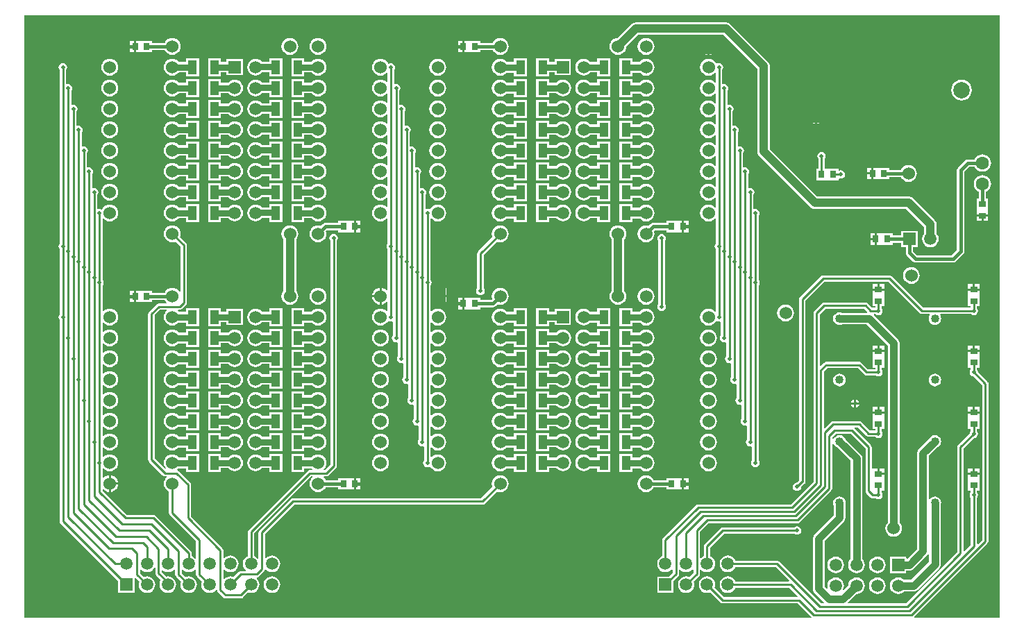
<source format=gbl>
%FSAX43Y43*%
%MOMM*%
G71*
G01*
G75*
G04 Layer_Physical_Order=2*
G04 Layer_Color=16711680*
%ADD10R,1.016X2.540*%
%ADD11R,0.900X0.800*%
%ADD12R,1.000X1.300*%
%ADD13R,3.100X2.400*%
%ADD14R,0.450X2.200*%
%ADD15R,0.800X0.900*%
%ADD16R,0.800X0.350*%
%ADD17R,2.540X1.016*%
%ADD18R,3.810X2.794*%
%ADD19R,11.000X4.000*%
%ADD20C,0.889*%
%ADD21C,0.254*%
%ADD22C,0.381*%
%ADD23C,0.635*%
%ADD24C,1.016*%
%ADD25C,1.270*%
%ADD26R,1.265X3.340*%
%ADD27R,4.445X2.667*%
%ADD28R,0.782X1.737*%
%ADD29R,3.937X3.429*%
%ADD30R,5.207X4.826*%
%ADD31R,5.080X5.207*%
%ADD32R,5.461X5.334*%
%ADD33R,5.080X5.334*%
%ADD34R,1.270X4.953*%
%ADD35R,2.413X4.699*%
%ADD36R,7.620X3.048*%
%ADD37R,2.286X4.699*%
%ADD38R,3.810X0.762*%
%ADD39R,9.652X2.413*%
%ADD40R,1.524X1.397*%
%ADD41R,2.540X1.778*%
%ADD42R,0.635X0.762*%
%ADD43R,2.540X1.016*%
%ADD44R,1.397X29.972*%
%ADD45R,1.473X29.972*%
%ADD46R,1.575X1.397*%
%ADD47R,2.591X1.778*%
%ADD48R,10.287X1.651*%
%ADD49R,2.257X2.180*%
%ADD50R,2.032X2.159*%
%ADD51R,2.032X2.032*%
%ADD52R,2.024X2.159*%
%ADD53R,3.810X2.540*%
%ADD54R,3.302X2.159*%
%ADD55R,1.143X1.074*%
%ADD56R,1.001X1.074*%
%ADD57R,1.143X1.074*%
%ADD58R,1.016X1.016*%
%ADD59R,1.172X0.820*%
%ADD60C,0.508*%
%ADD61C,1.500*%
%ADD62R,1.500X1.500*%
%ADD63C,1.524*%
%ADD64C,1.778*%
%ADD65C,1.600*%
%ADD66C,2.000*%
%ADD67R,2.000X2.000*%
%ADD68C,4.000*%
%ADD69R,1.524X1.524*%
%ADD70R,1.500X1.500*%
%ADD71C,1.016*%
%ADD72R,1.100X1.700*%
%ADD73C,0.254*%
%ADD74C,0.762*%
%ADD75R,0.615X0.740*%
%ADD76R,3.802X0.994*%
%ADD77R,4.796X3.925*%
%ADD78R,5.461X5.207*%
%ADD79R,5.461X4.953*%
%ADD80R,2.540X2.667*%
%ADD81R,3.048X3.175*%
%ADD82R,5.461X5.842*%
%ADD83R,2.286X2.286*%
%ADD84R,1.898X2.032*%
%ADD85R,1.898X2.215*%
%ADD86R,1.898X2.041*%
%ADD87R,1.898X2.024*%
%ADD88R,3.556X2.286*%
%ADD89R,1.270X1.270*%
%ADD90R,1.397X1.397*%
G36*
X0144773Y0046108D02*
X0134327D01*
X0134278Y0046226D01*
X0143251Y0055199D01*
X0143335Y0055325D01*
X0143365Y0055474D01*
X0143365Y0055474D01*
X0143365Y0055474D01*
Y0055474D01*
Y0074676D01*
X0143340Y0074800D01*
X0143335Y0074825D01*
X0143251Y0074951D01*
X0142090Y0076112D01*
X0142058Y0076271D01*
X0141968Y0076406D01*
Y0076624D01*
X0142284D01*
Y0077932D01*
D01*
Y0077932D01*
X0142284Y0077932D01*
Y0078024D01*
X0142284D01*
Y0078551D01*
X0140876D01*
Y0078024D01*
X0140876Y0078024D01*
X0140876Y0077932D01*
X0140876D01*
Y0076624D01*
X0141191D01*
Y0076406D01*
X0141101Y0076271D01*
X0141062Y0076073D01*
X0141101Y0075875D01*
X0141213Y0075707D01*
X0141381Y0075594D01*
X0141540Y0075563D01*
X0142588Y0074515D01*
Y0055635D01*
X0142085Y0055132D01*
X0141968Y0055180D01*
Y0060754D01*
X0142058Y0060889D01*
X0142098Y0061087D01*
X0142058Y0061285D01*
X0141968Y0061420D01*
Y0061638D01*
X0142284D01*
Y0062946D01*
D01*
Y0062946D01*
X0142284Y0062946D01*
Y0063038D01*
X0142284D01*
Y0063565D01*
X0140876D01*
Y0063038D01*
X0140876Y0063038D01*
X0140876Y0062946D01*
X0140876D01*
Y0061638D01*
X0141191D01*
Y0061420D01*
X0141101Y0061285D01*
X0141062Y0061087D01*
X0141101Y0060889D01*
X0141191Y0060754D01*
Y0055000D01*
X0140434Y0054243D01*
X0140317Y0054291D01*
Y0066768D01*
X0141619Y0068070D01*
X0141778Y0068101D01*
X0141946Y0068214D01*
X0142058Y0068382D01*
X0142098Y0068580D01*
X0142058Y0068778D01*
X0141968Y0068913D01*
Y0069131D01*
X0142284D01*
Y0070439D01*
D01*
Y0070439D01*
X0142284Y0070439D01*
Y0070531D01*
X0142284D01*
Y0071058D01*
X0140876D01*
Y0070531D01*
X0140876Y0070531D01*
X0140876Y0070439D01*
X0140876D01*
Y0069131D01*
X0141191D01*
Y0068913D01*
X0141101Y0068778D01*
X0141069Y0068619D01*
X0139654Y0067204D01*
X0139570Y0067078D01*
X0139540Y0066929D01*
Y0054136D01*
X0133291Y0047886D01*
X0126265D01*
X0126216Y0048004D01*
X0127240Y0049027D01*
X0127254Y0049025D01*
X0127516Y0049060D01*
X0127760Y0049161D01*
X0127970Y0049322D01*
X0128131Y0049532D01*
X0128232Y0049776D01*
X0128267Y0050038D01*
X0128232Y0050300D01*
X0128131Y0050544D01*
X0127970Y0050754D01*
X0127760Y0050915D01*
X0127516Y0051016D01*
X0127254Y0051051D01*
X0126992Y0051016D01*
X0126748Y0050915D01*
X0126538Y0050754D01*
X0126377Y0050544D01*
X0126276Y0050300D01*
X0126241Y0050038D01*
X0126243Y0050024D01*
X0125708Y0049488D01*
X0125602Y0049559D01*
X0125692Y0049776D01*
X0125727Y0050038D01*
X0125692Y0050300D01*
X0125591Y0050544D01*
X0125430Y0050754D01*
X0125220Y0050915D01*
X0124976Y0051016D01*
X0124714Y0051051D01*
X0124452Y0051016D01*
X0124208Y0050915D01*
X0123998Y0050754D01*
X0123837Y0050544D01*
X0123736Y0050300D01*
X0123701Y0050038D01*
X0123736Y0049776D01*
X0123754Y0049732D01*
X0123648Y0049662D01*
X0123361Y0049949D01*
Y0055461D01*
X0125695Y0057795D01*
X0125807Y0057941D01*
X0125877Y0058111D01*
X0125901Y0058293D01*
Y0059857D01*
X0125939Y0059948D01*
X0125965Y0060147D01*
X0125939Y0060346D01*
X0125862Y0060531D01*
X0125740Y0060691D01*
X0125581Y0060813D01*
X0125396Y0060890D01*
X0125197Y0060916D01*
X0124998Y0060890D01*
X0124812Y0060813D01*
X0124653Y0060691D01*
X0124531Y0060531D01*
X0124454Y0060346D01*
X0124428Y0060147D01*
X0124454Y0059948D01*
X0124492Y0059857D01*
Y0058585D01*
X0122158Y0056251D01*
X0122046Y0056105D01*
X0122017Y0056035D01*
X0121976Y0055935D01*
X0121952Y0055753D01*
Y0049657D01*
X0121976Y0049475D01*
X0122017Y0049375D01*
X0122046Y0049305D01*
X0122158Y0049159D01*
X0123313Y0048004D01*
X0123265Y0047886D01*
X0122945D01*
X0117851Y0052980D01*
X0117725Y0053064D01*
X0117577Y0053093D01*
X0112508D01*
X0112459Y0053211D01*
X0112298Y0053421D01*
X0112089Y0053582D01*
X0111844Y0053683D01*
X0111582Y0053718D01*
X0111320Y0053683D01*
X0111076Y0053582D01*
X0110866Y0053421D01*
X0110705Y0053211D01*
X0110604Y0052967D01*
X0110570Y0052705D01*
X0110604Y0052443D01*
X0110705Y0052199D01*
X0110866Y0051989D01*
X0111076Y0051828D01*
X0111320Y0051727D01*
X0111582Y0051692D01*
X0111844Y0051727D01*
X0112089Y0051828D01*
X0112298Y0051989D01*
X0112459Y0052199D01*
X0112508Y0052317D01*
X0117416D01*
X0119061Y0050671D01*
X0119013Y0050553D01*
X0112508D01*
X0112459Y0050671D01*
X0112298Y0050881D01*
X0112089Y0051042D01*
X0111844Y0051143D01*
X0111582Y0051178D01*
X0111320Y0051143D01*
X0111076Y0051042D01*
X0110866Y0050881D01*
X0110705Y0050671D01*
X0110604Y0050427D01*
X0110570Y0050165D01*
X0110604Y0049903D01*
X0110705Y0049659D01*
X0110866Y0049449D01*
X0111076Y0049288D01*
X0111320Y0049187D01*
X0111582Y0049152D01*
X0111844Y0049187D01*
X0112089Y0049288D01*
X0112298Y0049449D01*
X0112459Y0049659D01*
X0112508Y0049777D01*
X0119067D01*
X0120077Y0048766D01*
X0120029Y0048648D01*
X0111108D01*
X0109972Y0049785D01*
X0110020Y0049903D01*
X0110055Y0050165D01*
X0110020Y0050427D01*
X0109919Y0050671D01*
X0109758Y0050881D01*
X0109549Y0051042D01*
X0109304Y0051143D01*
X0109042Y0051178D01*
X0108780Y0051143D01*
X0108536Y0051042D01*
X0108326Y0050881D01*
X0108165Y0050671D01*
X0108064Y0050427D01*
X0108030Y0050165D01*
X0108064Y0049903D01*
X0108165Y0049659D01*
X0108326Y0049449D01*
X0108536Y0049288D01*
X0108780Y0049187D01*
X0109042Y0049152D01*
X0109304Y0049187D01*
X0109422Y0049236D01*
X0110673Y0047985D01*
X0110673D01*
X0110673Y0047985D01*
X0110673Y0047985D01*
Y0047985D01*
X0110799Y0047901D01*
X0110947Y0047872D01*
X0120108D01*
X0121754Y0046226D01*
X0121705Y0046108D01*
X0025788D01*
Y0119627D01*
X0144773D01*
Y0046108D01*
D02*
G37*
%LPC*%
G36*
X0135230Y0077216D02*
X0134864D01*
X0134878Y0077145D01*
X0134990Y0076977D01*
X0135158Y0076864D01*
X0135230Y0076850D01*
Y0077216D01*
D02*
G37*
G36*
X0089784Y0078828D02*
X0088176D01*
Y0076620D01*
X0089784D01*
Y0077102D01*
X0090671D01*
X0090724Y0077033D01*
X0090934Y0076872D01*
X0091178Y0076771D01*
X0091440Y0076737D01*
X0091702Y0076771D01*
X0091946Y0076872D01*
X0092156Y0077033D01*
X0092317Y0077243D01*
X0092418Y0077487D01*
X0092453Y0077749D01*
X0092418Y0078011D01*
X0092317Y0078256D01*
X0092156Y0078465D01*
X0091946Y0078626D01*
X0091702Y0078728D01*
X0091440Y0078762D01*
X0091178Y0078728D01*
X0090934Y0078626D01*
X0090724Y0078465D01*
X0090671Y0078397D01*
X0089784D01*
Y0078828D01*
D02*
G37*
G36*
X0135230Y0077836D02*
X0135158Y0077822D01*
X0134990Y0077709D01*
X0134878Y0077541D01*
X0134864Y0077470D01*
X0135230D01*
Y0077836D01*
D02*
G37*
G36*
X0135849Y0077216D02*
X0135484D01*
Y0076850D01*
X0135555Y0076864D01*
X0135723Y0076977D01*
X0135835Y0077145D01*
X0135849Y0077216D01*
D02*
G37*
G36*
X0049779Y0078828D02*
X0048171D01*
Y0076620D01*
X0049779D01*
Y0077102D01*
X0050666D01*
X0050719Y0077033D01*
X0050929Y0076872D01*
X0051173Y0076771D01*
X0051435Y0076737D01*
X0051697Y0076771D01*
X0051941Y0076872D01*
X0052151Y0077033D01*
X0052312Y0077243D01*
X0052413Y0077487D01*
X0052448Y0077749D01*
X0052413Y0078011D01*
X0052312Y0078256D01*
X0052151Y0078465D01*
X0051941Y0078626D01*
X0051697Y0078728D01*
X0051435Y0078762D01*
X0051173Y0078728D01*
X0050929Y0078626D01*
X0050719Y0078465D01*
X0050666Y0078397D01*
X0049779D01*
Y0078828D01*
D02*
G37*
G36*
X0069215Y0078749D02*
X0068950Y0078714D01*
X0068703Y0078611D01*
X0068490Y0078449D01*
X0068328Y0078236D01*
X0068225Y0077989D01*
X0068190Y0077724D01*
X0068225Y0077459D01*
X0068328Y0077212D01*
X0068490Y0076999D01*
X0068703Y0076837D01*
X0068950Y0076734D01*
X0069215Y0076699D01*
X0069480Y0076734D01*
X0069727Y0076837D01*
X0069940Y0076999D01*
X0070102Y0077212D01*
X0070205Y0077459D01*
X0070240Y0077724D01*
X0070205Y0077989D01*
X0070102Y0078236D01*
X0069940Y0078449D01*
X0069727Y0078611D01*
X0069480Y0078714D01*
X0069215Y0078749D01*
D02*
G37*
G36*
X0059939Y0078828D02*
X0058331D01*
Y0076620D01*
X0059939D01*
Y0077077D01*
X0060811D01*
X0060870Y0076999D01*
X0061083Y0076837D01*
X0061330Y0076734D01*
X0061595Y0076699D01*
X0061860Y0076734D01*
X0062107Y0076837D01*
X0062320Y0076999D01*
X0062482Y0077212D01*
X0062585Y0077459D01*
X0062620Y0077724D01*
X0062585Y0077989D01*
X0062482Y0078236D01*
X0062320Y0078449D01*
X0062107Y0078611D01*
X0061860Y0078714D01*
X0061595Y0078749D01*
X0061330Y0078714D01*
X0061083Y0078611D01*
X0060870Y0078449D01*
X0060811Y0078371D01*
X0059939D01*
Y0078828D01*
D02*
G37*
G36*
X0109220Y0078749D02*
X0108955Y0078714D01*
X0108708Y0078611D01*
X0108495Y0078449D01*
X0108333Y0078236D01*
X0108230Y0077989D01*
X0108195Y0077724D01*
X0108230Y0077459D01*
X0108333Y0077212D01*
X0108495Y0076999D01*
X0108708Y0076837D01*
X0108955Y0076734D01*
X0109220Y0076699D01*
X0109485Y0076734D01*
X0109732Y0076837D01*
X0109945Y0076999D01*
X0110107Y0077212D01*
X0110210Y0077459D01*
X0110245Y0077724D01*
X0110210Y0077989D01*
X0110107Y0078236D01*
X0109945Y0078449D01*
X0109732Y0078611D01*
X0109485Y0078714D01*
X0109220Y0078749D01*
D02*
G37*
G36*
X0099944Y0078828D02*
X0098336D01*
Y0076620D01*
X0099944D01*
Y0077077D01*
X0100816D01*
X0100875Y0076999D01*
X0101088Y0076837D01*
X0101335Y0076734D01*
X0101600Y0076699D01*
X0101865Y0076734D01*
X0102112Y0076837D01*
X0102325Y0076999D01*
X0102487Y0077212D01*
X0102590Y0077459D01*
X0102625Y0077724D01*
X0102590Y0077989D01*
X0102487Y0078236D01*
X0102325Y0078449D01*
X0102112Y0078611D01*
X0101865Y0078714D01*
X0101600Y0078749D01*
X0101335Y0078714D01*
X0101088Y0078611D01*
X0100875Y0078449D01*
X0100816Y0078371D01*
X0099944D01*
Y0078828D01*
D02*
G37*
G36*
X0135484Y0077836D02*
Y0077470D01*
X0135849D01*
X0135835Y0077541D01*
X0135723Y0077709D01*
X0135555Y0077822D01*
X0135484Y0077836D01*
D02*
G37*
G36*
X0130650Y0079332D02*
X0130073D01*
Y0078805D01*
X0130650D01*
Y0079332D01*
D02*
G37*
G36*
X0129819D02*
X0129242D01*
Y0078805D01*
X0129819D01*
Y0079332D01*
D02*
G37*
G36*
X0142284D02*
X0141707D01*
Y0078805D01*
X0142284D01*
Y0079332D01*
D02*
G37*
G36*
X0141453D02*
X0140876D01*
Y0078805D01*
X0141453D01*
Y0079332D01*
D02*
G37*
G36*
X0057239Y0078828D02*
X0055631D01*
Y0078397D01*
X0054744D01*
X0054691Y0078465D01*
X0054481Y0078626D01*
X0054237Y0078728D01*
X0053975Y0078762D01*
X0053713Y0078728D01*
X0053469Y0078626D01*
X0053259Y0078465D01*
X0053098Y0078256D01*
X0052997Y0078011D01*
X0052962Y0077749D01*
X0052997Y0077487D01*
X0053098Y0077243D01*
X0053259Y0077033D01*
X0053469Y0076872D01*
X0053713Y0076771D01*
X0053975Y0076737D01*
X0054237Y0076771D01*
X0054481Y0076872D01*
X0054691Y0077033D01*
X0054744Y0077102D01*
X0055631D01*
Y0076620D01*
X0057239D01*
Y0078828D01*
D02*
G37*
G36*
X0047079D02*
X0045471D01*
Y0078371D01*
X0044599D01*
X0044540Y0078449D01*
X0044327Y0078611D01*
X0044080Y0078714D01*
X0043815Y0078749D01*
X0043550Y0078714D01*
X0043303Y0078611D01*
X0043090Y0078449D01*
X0042928Y0078236D01*
X0042825Y0077989D01*
X0042790Y0077724D01*
X0042825Y0077459D01*
X0042928Y0077212D01*
X0043090Y0076999D01*
X0043303Y0076837D01*
X0043550Y0076734D01*
X0043815Y0076699D01*
X0044080Y0076734D01*
X0044327Y0076837D01*
X0044540Y0076999D01*
X0044599Y0077077D01*
X0045471D01*
Y0076620D01*
X0047079D01*
Y0078828D01*
D02*
G37*
G36*
X0059939Y0081368D02*
X0058331D01*
Y0079160D01*
X0059939D01*
Y0079617D01*
X0060811D01*
X0060870Y0079539D01*
X0061083Y0079377D01*
X0061330Y0079274D01*
X0061595Y0079239D01*
X0061860Y0079274D01*
X0062107Y0079377D01*
X0062320Y0079539D01*
X0062482Y0079752D01*
X0062585Y0079999D01*
X0062620Y0080264D01*
X0062585Y0080529D01*
X0062482Y0080776D01*
X0062320Y0080989D01*
X0062107Y0081151D01*
X0061860Y0081254D01*
X0061595Y0081289D01*
X0061330Y0081254D01*
X0061083Y0081151D01*
X0060870Y0080989D01*
X0060811Y0080911D01*
X0059939D01*
Y0081368D01*
D02*
G37*
G36*
X0097244Y0078828D02*
X0095636D01*
Y0078371D01*
X0094768D01*
X0094696Y0078465D01*
X0094486Y0078626D01*
X0094242Y0078728D01*
X0093980Y0078762D01*
X0093718Y0078728D01*
X0093474Y0078626D01*
X0093264Y0078465D01*
X0093103Y0078256D01*
X0093002Y0078011D01*
X0092967Y0077749D01*
X0093002Y0077487D01*
X0093103Y0077243D01*
X0093264Y0077033D01*
X0093474Y0076872D01*
X0093718Y0076771D01*
X0093980Y0076737D01*
X0094242Y0076771D01*
X0094486Y0076872D01*
X0094696Y0077033D01*
X0094729Y0077077D01*
X0095636D01*
Y0076620D01*
X0097244D01*
Y0078828D01*
D02*
G37*
G36*
X0087084D02*
X0085476D01*
Y0078371D01*
X0084604D01*
X0084545Y0078449D01*
X0084332Y0078611D01*
X0084085Y0078714D01*
X0083820Y0078749D01*
X0083555Y0078714D01*
X0083308Y0078611D01*
X0083095Y0078449D01*
X0082933Y0078236D01*
X0082830Y0077989D01*
X0082795Y0077724D01*
X0082830Y0077459D01*
X0082933Y0077212D01*
X0083095Y0076999D01*
X0083308Y0076837D01*
X0083555Y0076734D01*
X0083820Y0076699D01*
X0084085Y0076734D01*
X0084332Y0076837D01*
X0084545Y0076999D01*
X0084604Y0077077D01*
X0085476D01*
Y0076620D01*
X0087084D01*
Y0078828D01*
D02*
G37*
G36*
X0097244Y0073748D02*
X0095636D01*
Y0073291D01*
X0094768D01*
X0094696Y0073385D01*
X0094486Y0073546D01*
X0094242Y0073648D01*
X0093980Y0073682D01*
X0093718Y0073648D01*
X0093474Y0073546D01*
X0093264Y0073385D01*
X0093103Y0073176D01*
X0093002Y0072932D01*
X0092967Y0072669D01*
X0093002Y0072407D01*
X0093103Y0072163D01*
X0093264Y0071953D01*
X0093474Y0071792D01*
X0093718Y0071691D01*
X0093980Y0071657D01*
X0094242Y0071691D01*
X0094486Y0071792D01*
X0094696Y0071953D01*
X0094729Y0071997D01*
X0095636D01*
Y0071540D01*
X0097244D01*
Y0073748D01*
D02*
G37*
G36*
X0087084D02*
X0085476D01*
Y0073291D01*
X0084604D01*
X0084545Y0073369D01*
X0084332Y0073531D01*
X0084085Y0073634D01*
X0083820Y0073669D01*
X0083555Y0073634D01*
X0083308Y0073531D01*
X0083095Y0073369D01*
X0082933Y0073156D01*
X0082830Y0072909D01*
X0082795Y0072644D01*
X0082830Y0072379D01*
X0082933Y0072132D01*
X0083095Y0071919D01*
X0083308Y0071757D01*
X0083555Y0071654D01*
X0083820Y0071619D01*
X0084085Y0071654D01*
X0084332Y0071757D01*
X0084545Y0071919D01*
X0084604Y0071997D01*
X0085476D01*
Y0071540D01*
X0087084D01*
Y0073748D01*
D02*
G37*
G36*
X0057239D02*
X0055631D01*
Y0073317D01*
X0054744D01*
X0054691Y0073385D01*
X0054481Y0073546D01*
X0054237Y0073648D01*
X0053975Y0073682D01*
X0053713Y0073648D01*
X0053469Y0073546D01*
X0053259Y0073385D01*
X0053098Y0073176D01*
X0052997Y0072932D01*
X0052962Y0072669D01*
X0052997Y0072407D01*
X0053098Y0072163D01*
X0053259Y0071953D01*
X0053469Y0071792D01*
X0053713Y0071691D01*
X0053975Y0071657D01*
X0054237Y0071691D01*
X0054481Y0071792D01*
X0054691Y0071953D01*
X0054744Y0072022D01*
X0055631D01*
Y0071540D01*
X0057239D01*
Y0073748D01*
D02*
G37*
G36*
X0069215Y0076209D02*
X0068950Y0076174D01*
X0068703Y0076071D01*
X0068490Y0075909D01*
X0068328Y0075696D01*
X0068225Y0075449D01*
X0068190Y0075184D01*
X0068225Y0074919D01*
X0068328Y0074672D01*
X0068490Y0074459D01*
X0068703Y0074297D01*
X0068950Y0074194D01*
X0069215Y0074159D01*
X0069480Y0074194D01*
X0069727Y0074297D01*
X0069940Y0074459D01*
X0070102Y0074672D01*
X0070205Y0074919D01*
X0070240Y0075184D01*
X0070205Y0075449D01*
X0070102Y0075696D01*
X0069940Y0075909D01*
X0069727Y0076071D01*
X0069480Y0076174D01*
X0069215Y0076209D01*
D02*
G37*
G36*
X0059939Y0076288D02*
X0058331D01*
Y0074080D01*
X0059939D01*
Y0074537D01*
X0060811D01*
X0060870Y0074459D01*
X0061083Y0074297D01*
X0061330Y0074194D01*
X0061595Y0074159D01*
X0061860Y0074194D01*
X0062107Y0074297D01*
X0062320Y0074459D01*
X0062482Y0074672D01*
X0062585Y0074919D01*
X0062620Y0075184D01*
X0062585Y0075449D01*
X0062482Y0075696D01*
X0062320Y0075909D01*
X0062107Y0076071D01*
X0061860Y0076174D01*
X0061595Y0076209D01*
X0061330Y0076174D01*
X0061083Y0076071D01*
X0060870Y0075909D01*
X0060811Y0075831D01*
X0059939D01*
Y0076288D01*
D02*
G37*
G36*
X0127229Y0072756D02*
Y0072390D01*
X0127594D01*
X0127580Y0072461D01*
X0127468Y0072629D01*
X0127300Y0072742D01*
X0127229Y0072756D01*
D02*
G37*
G36*
X0126975D02*
X0126903Y0072742D01*
X0126735Y0072629D01*
X0126623Y0072461D01*
X0126609Y0072390D01*
X0126975D01*
Y0072756D01*
D02*
G37*
G36*
X0138532D02*
X0138460Y0072742D01*
X0138292Y0072629D01*
X0138180Y0072461D01*
X0138166Y0072390D01*
X0138532D01*
Y0072756D01*
D02*
G37*
G36*
X0047079Y0073748D02*
X0045471D01*
Y0073291D01*
X0044599D01*
X0044540Y0073369D01*
X0044327Y0073531D01*
X0044080Y0073634D01*
X0043815Y0073669D01*
X0043550Y0073634D01*
X0043303Y0073531D01*
X0043090Y0073369D01*
X0042928Y0073156D01*
X0042825Y0072909D01*
X0042790Y0072644D01*
X0042825Y0072379D01*
X0042928Y0072132D01*
X0043090Y0071919D01*
X0043303Y0071757D01*
X0043550Y0071654D01*
X0043815Y0071619D01*
X0044080Y0071654D01*
X0044327Y0071757D01*
X0044540Y0071919D01*
X0044599Y0071997D01*
X0045471D01*
Y0071540D01*
X0047079D01*
Y0073748D01*
D02*
G37*
G36*
X0138786Y0072756D02*
Y0072390D01*
X0139151D01*
X0139137Y0072461D01*
X0139025Y0072629D01*
X0138857Y0072742D01*
X0138786Y0072756D01*
D02*
G37*
G36*
X0047079Y0076288D02*
X0045471D01*
Y0075831D01*
X0044599D01*
X0044540Y0075909D01*
X0044327Y0076071D01*
X0044080Y0076174D01*
X0043815Y0076209D01*
X0043550Y0076174D01*
X0043303Y0076071D01*
X0043090Y0075909D01*
X0042928Y0075696D01*
X0042825Y0075449D01*
X0042790Y0075184D01*
X0042825Y0074919D01*
X0042928Y0074672D01*
X0043090Y0074459D01*
X0043303Y0074297D01*
X0043550Y0074194D01*
X0043815Y0074159D01*
X0044080Y0074194D01*
X0044327Y0074297D01*
X0044540Y0074459D01*
X0044599Y0074537D01*
X0045471D01*
Y0074080D01*
X0047079D01*
Y0076288D01*
D02*
G37*
G36*
X0136830Y0075902D02*
X0136631Y0075876D01*
X0136446Y0075799D01*
X0136286Y0075677D01*
X0136164Y0075517D01*
X0136087Y0075332D01*
X0136061Y0075133D01*
X0136087Y0074934D01*
X0136164Y0074749D01*
X0136286Y0074590D01*
X0136446Y0074468D01*
X0136631Y0074391D01*
X0136830Y0074365D01*
X0137029Y0074391D01*
X0137214Y0074468D01*
X0137373Y0074590D01*
X0137495Y0074749D01*
X0137572Y0074934D01*
X0137598Y0075133D01*
X0137572Y0075332D01*
X0137495Y0075517D01*
X0137373Y0075677D01*
X0137214Y0075799D01*
X0137029Y0075876D01*
X0136830Y0075902D01*
D02*
G37*
G36*
X0087084Y0076288D02*
X0085476D01*
Y0075831D01*
X0084604D01*
X0084545Y0075909D01*
X0084332Y0076071D01*
X0084085Y0076174D01*
X0083820Y0076209D01*
X0083555Y0076174D01*
X0083308Y0076071D01*
X0083095Y0075909D01*
X0082933Y0075696D01*
X0082830Y0075449D01*
X0082795Y0075184D01*
X0082830Y0074919D01*
X0082933Y0074672D01*
X0083095Y0074459D01*
X0083308Y0074297D01*
X0083555Y0074194D01*
X0083820Y0074159D01*
X0084085Y0074194D01*
X0084332Y0074297D01*
X0084545Y0074459D01*
X0084604Y0074537D01*
X0085476D01*
Y0074080D01*
X0087084D01*
Y0076288D01*
D02*
G37*
G36*
X0057239D02*
X0055631D01*
Y0075857D01*
X0054744D01*
X0054691Y0075925D01*
X0054481Y0076086D01*
X0054237Y0076188D01*
X0053975Y0076222D01*
X0053713Y0076188D01*
X0053469Y0076086D01*
X0053259Y0075925D01*
X0053098Y0075716D01*
X0052997Y0075471D01*
X0052962Y0075209D01*
X0052997Y0074947D01*
X0053098Y0074703D01*
X0053259Y0074493D01*
X0053469Y0074332D01*
X0053713Y0074231D01*
X0053975Y0074197D01*
X0054237Y0074231D01*
X0054481Y0074332D01*
X0054691Y0074493D01*
X0054744Y0074562D01*
X0055631D01*
Y0074080D01*
X0057239D01*
Y0076288D01*
D02*
G37*
G36*
X0097244D02*
X0095636D01*
Y0075831D01*
X0094768D01*
X0094696Y0075925D01*
X0094486Y0076086D01*
X0094242Y0076188D01*
X0093980Y0076222D01*
X0093718Y0076188D01*
X0093474Y0076086D01*
X0093264Y0075925D01*
X0093103Y0075716D01*
X0093002Y0075471D01*
X0092967Y0075209D01*
X0093002Y0074947D01*
X0093103Y0074703D01*
X0093264Y0074493D01*
X0093474Y0074332D01*
X0093718Y0074231D01*
X0093980Y0074197D01*
X0094242Y0074231D01*
X0094486Y0074332D01*
X0094696Y0074493D01*
X0094729Y0074537D01*
X0095636D01*
Y0074080D01*
X0097244D01*
Y0076288D01*
D02*
G37*
G36*
X0109220Y0076209D02*
X0108955Y0076174D01*
X0108708Y0076071D01*
X0108495Y0075909D01*
X0108333Y0075696D01*
X0108230Y0075449D01*
X0108195Y0075184D01*
X0108230Y0074919D01*
X0108333Y0074672D01*
X0108495Y0074459D01*
X0108708Y0074297D01*
X0108955Y0074194D01*
X0109220Y0074159D01*
X0109485Y0074194D01*
X0109732Y0074297D01*
X0109945Y0074459D01*
X0110107Y0074672D01*
X0110210Y0074919D01*
X0110245Y0075184D01*
X0110210Y0075449D01*
X0110107Y0075696D01*
X0109945Y0075909D01*
X0109732Y0076071D01*
X0109485Y0076174D01*
X0109220Y0076209D01*
D02*
G37*
G36*
X0099944Y0076288D02*
X0098336D01*
Y0074080D01*
X0099944D01*
Y0074537D01*
X0100816D01*
X0100875Y0074459D01*
X0101088Y0074297D01*
X0101335Y0074194D01*
X0101600Y0074159D01*
X0101865Y0074194D01*
X0102112Y0074297D01*
X0102325Y0074459D01*
X0102487Y0074672D01*
X0102590Y0074919D01*
X0102625Y0075184D01*
X0102590Y0075449D01*
X0102487Y0075696D01*
X0102325Y0075909D01*
X0102112Y0076071D01*
X0101865Y0076174D01*
X0101600Y0076209D01*
X0101335Y0076174D01*
X0101088Y0076071D01*
X0100875Y0075909D01*
X0100816Y0075831D01*
X0099944D01*
Y0076288D01*
D02*
G37*
G36*
X0049779D02*
X0048171D01*
Y0074080D01*
X0049779D01*
Y0074562D01*
X0050666D01*
X0050719Y0074493D01*
X0050929Y0074332D01*
X0051173Y0074231D01*
X0051435Y0074197D01*
X0051697Y0074231D01*
X0051941Y0074332D01*
X0052151Y0074493D01*
X0052312Y0074703D01*
X0052413Y0074947D01*
X0052448Y0075209D01*
X0052413Y0075471D01*
X0052312Y0075716D01*
X0052151Y0075925D01*
X0051941Y0076086D01*
X0051697Y0076188D01*
X0051435Y0076222D01*
X0051173Y0076188D01*
X0050929Y0076086D01*
X0050719Y0075925D01*
X0050666Y0075857D01*
X0049779D01*
Y0076288D01*
D02*
G37*
G36*
X0125197Y0075902D02*
X0124998Y0075876D01*
X0124812Y0075799D01*
X0124653Y0075677D01*
X0124531Y0075517D01*
X0124454Y0075332D01*
X0124428Y0075133D01*
X0124454Y0074934D01*
X0124531Y0074749D01*
X0124653Y0074590D01*
X0124812Y0074468D01*
X0124998Y0074391D01*
X0125197Y0074365D01*
X0125396Y0074391D01*
X0125581Y0074468D01*
X0125740Y0074590D01*
X0125862Y0074749D01*
X0125939Y0074934D01*
X0125965Y0075133D01*
X0125939Y0075332D01*
X0125862Y0075517D01*
X0125740Y0075677D01*
X0125581Y0075799D01*
X0125396Y0075876D01*
X0125197Y0075902D01*
D02*
G37*
G36*
X0089784Y0076288D02*
X0088176D01*
Y0074080D01*
X0089784D01*
Y0074562D01*
X0090671D01*
X0090724Y0074493D01*
X0090934Y0074332D01*
X0091178Y0074231D01*
X0091440Y0074197D01*
X0091702Y0074231D01*
X0091946Y0074332D01*
X0092156Y0074493D01*
X0092317Y0074703D01*
X0092418Y0074947D01*
X0092453Y0075209D01*
X0092418Y0075471D01*
X0092317Y0075716D01*
X0092156Y0075925D01*
X0091946Y0076086D01*
X0091702Y0076188D01*
X0091440Y0076222D01*
X0091178Y0076188D01*
X0090934Y0076086D01*
X0090724Y0075925D01*
X0090671Y0075857D01*
X0089784D01*
Y0076288D01*
D02*
G37*
G36*
X0069215Y0081289D02*
X0068950Y0081254D01*
X0068703Y0081151D01*
X0068490Y0080989D01*
X0068328Y0080776D01*
X0068225Y0080529D01*
X0068190Y0080264D01*
X0068225Y0079999D01*
X0068328Y0079752D01*
X0068490Y0079539D01*
X0068703Y0079377D01*
X0068950Y0079274D01*
X0069215Y0079239D01*
X0069480Y0079274D01*
X0069727Y0079377D01*
X0069940Y0079539D01*
X0070102Y0079752D01*
X0070205Y0079999D01*
X0070240Y0080264D01*
X0070205Y0080529D01*
X0070102Y0080776D01*
X0069940Y0080989D01*
X0069727Y0081151D01*
X0069480Y0081254D01*
X0069215Y0081289D01*
D02*
G37*
G36*
X0037211Y0085217D02*
X0036322D01*
Y0084328D01*
X0037211D01*
Y0085217D01*
D02*
G37*
G36*
X0101600Y0086369D02*
X0101335Y0086334D01*
X0101088Y0086231D01*
X0100875Y0086069D01*
X0100713Y0085856D01*
X0100610Y0085609D01*
X0100575Y0085344D01*
X0100610Y0085079D01*
X0100713Y0084832D01*
X0100875Y0084619D01*
X0101088Y0084457D01*
X0101335Y0084354D01*
X0101600Y0084319D01*
X0101865Y0084354D01*
X0102112Y0084457D01*
X0102325Y0084619D01*
X0102487Y0084832D01*
X0102590Y0085079D01*
X0102625Y0085344D01*
X0102590Y0085609D01*
X0102487Y0085856D01*
X0102325Y0086069D01*
X0102112Y0086231D01*
X0101865Y0086334D01*
X0101600Y0086369D01*
D02*
G37*
G36*
X0077216Y0085217D02*
X0076327D01*
Y0084328D01*
X0077216D01*
Y0085217D01*
D02*
G37*
G36*
X0109093D02*
X0108212D01*
X0108230Y0085079D01*
X0108333Y0084832D01*
X0108495Y0084619D01*
X0108708Y0084457D01*
X0108955Y0084354D01*
X0109093Y0084336D01*
Y0085217D01*
D02*
G37*
G36*
X0069088D02*
X0068207D01*
X0068225Y0085079D01*
X0068328Y0084832D01*
X0068490Y0084619D01*
X0068703Y0084457D01*
X0068950Y0084354D01*
X0069088Y0084336D01*
Y0085217D01*
D02*
G37*
G36*
X0079183Y0084328D02*
X0078656D01*
Y0083751D01*
X0079183D01*
Y0084328D01*
D02*
G37*
G36*
X0103505Y0092974D02*
X0103307Y0092935D01*
X0103139Y0092822D01*
X0103026Y0092654D01*
X0102987Y0092456D01*
X0103026Y0092258D01*
X0103117Y0092123D01*
Y0084407D01*
X0103026Y0084272D01*
X0102987Y0084074D01*
X0103026Y0083876D01*
X0103139Y0083708D01*
X0103307Y0083595D01*
X0103505Y0083556D01*
X0103703Y0083595D01*
X0103871Y0083708D01*
X0103984Y0083876D01*
X0104023Y0084074D01*
X0103984Y0084272D01*
X0103893Y0084407D01*
Y0092123D01*
X0103984Y0092258D01*
X0104023Y0092456D01*
X0103984Y0092654D01*
X0103871Y0092822D01*
X0103703Y0092935D01*
X0103505Y0092974D01*
D02*
G37*
G36*
X0058166Y0093989D02*
X0057901Y0093954D01*
X0057654Y0093851D01*
X0057441Y0093689D01*
X0057279Y0093476D01*
X0057176Y0093229D01*
X0057141Y0092964D01*
X0057176Y0092699D01*
X0057279Y0092452D01*
X0057397Y0092297D01*
Y0086011D01*
X0057279Y0085856D01*
X0057176Y0085609D01*
X0057141Y0085344D01*
X0057176Y0085079D01*
X0057279Y0084832D01*
X0057441Y0084619D01*
X0057654Y0084457D01*
X0057901Y0084354D01*
X0058166Y0084319D01*
X0058431Y0084354D01*
X0058678Y0084457D01*
X0058891Y0084619D01*
X0059053Y0084832D01*
X0059156Y0085079D01*
X0059191Y0085344D01*
X0059156Y0085609D01*
X0059053Y0085856D01*
X0058935Y0086011D01*
Y0092297D01*
X0059053Y0092452D01*
X0059156Y0092699D01*
X0059191Y0092964D01*
X0059156Y0093229D01*
X0059053Y0093476D01*
X0058891Y0093689D01*
X0058678Y0093851D01*
X0058431Y0093954D01*
X0058166Y0093989D01*
D02*
G37*
G36*
X0098171D02*
X0097906Y0093954D01*
X0097659Y0093851D01*
X0097446Y0093689D01*
X0097284Y0093476D01*
X0097181Y0093229D01*
X0097146Y0092964D01*
X0097181Y0092699D01*
X0097284Y0092452D01*
X0097402Y0092297D01*
Y0086011D01*
X0097284Y0085856D01*
X0097181Y0085609D01*
X0097146Y0085344D01*
X0097181Y0085079D01*
X0097284Y0084832D01*
X0097446Y0084619D01*
X0097659Y0084457D01*
X0097906Y0084354D01*
X0098171Y0084319D01*
X0098436Y0084354D01*
X0098683Y0084457D01*
X0098896Y0084619D01*
X0099058Y0084832D01*
X0099161Y0085079D01*
X0099196Y0085344D01*
X0099161Y0085609D01*
X0099058Y0085856D01*
X0098940Y0086011D01*
Y0092297D01*
X0099058Y0092452D01*
X0099161Y0092699D01*
X0099196Y0092964D01*
X0099161Y0093229D01*
X0099058Y0093476D01*
X0098896Y0093689D01*
X0098683Y0093851D01*
X0098436Y0093954D01*
X0098171Y0093989D01*
D02*
G37*
G36*
X0061595Y0086369D02*
X0061330Y0086334D01*
X0061083Y0086231D01*
X0060870Y0086069D01*
X0060708Y0085856D01*
X0060605Y0085609D01*
X0060570Y0085344D01*
X0060605Y0085079D01*
X0060708Y0084832D01*
X0060870Y0084619D01*
X0061083Y0084457D01*
X0061330Y0084354D01*
X0061595Y0084319D01*
X0061860Y0084354D01*
X0062107Y0084457D01*
X0062320Y0084619D01*
X0062482Y0084832D01*
X0062585Y0085079D01*
X0062620Y0085344D01*
X0062585Y0085609D01*
X0062482Y0085856D01*
X0062320Y0086069D01*
X0062107Y0086231D01*
X0061860Y0086334D01*
X0061595Y0086369D01*
D02*
G37*
G36*
X0069088Y0086352D02*
X0068950Y0086334D01*
X0068703Y0086231D01*
X0068490Y0086069D01*
X0068328Y0085856D01*
X0068225Y0085609D01*
X0068207Y0085471D01*
X0069088D01*
Y0086352D01*
D02*
G37*
G36*
X0039178Y0086048D02*
X0038651D01*
Y0085471D01*
X0039178D01*
Y0086048D01*
D02*
G37*
G36*
X0077216Y0086360D02*
X0076327D01*
Y0085471D01*
X0077216D01*
Y0086360D01*
D02*
G37*
G36*
X0130650Y0086044D02*
X0129242D01*
Y0085517D01*
X0129242Y0085517D01*
X0129242Y0085425D01*
X0129242D01*
Y0084117D01*
X0129558D01*
Y0083954D01*
X0129168D01*
X0128646Y0084476D01*
X0128520Y0084560D01*
X0128372Y0084589D01*
X0123292D01*
X0123143Y0084560D01*
X0123017Y0084476D01*
X0122128Y0083587D01*
X0122044Y0083461D01*
X0122014Y0083312D01*
Y0062747D01*
X0119219Y0059951D01*
X0107950D01*
X0107801Y0059922D01*
X0107675Y0059838D01*
X0103688Y0055850D01*
X0103603Y0055724D01*
X0103574Y0055575D01*
Y0053631D01*
X0103456Y0053582D01*
X0103246Y0053421D01*
X0103085Y0053211D01*
X0102984Y0052967D01*
X0102950Y0052705D01*
X0102984Y0052443D01*
X0103085Y0052199D01*
X0103246Y0051989D01*
X0103456Y0051828D01*
X0103700Y0051727D01*
X0103962Y0051692D01*
X0104224Y0051727D01*
X0104469Y0051828D01*
X0104678Y0051989D01*
X0104749Y0052081D01*
X0104869Y0052040D01*
Y0051621D01*
X0104417Y0051169D01*
X0102958D01*
Y0049161D01*
X0104966D01*
Y0050620D01*
X0105532Y0051186D01*
X0105616Y0051312D01*
X0105646Y0051460D01*
Y0051974D01*
X0105766Y0052015D01*
X0105786Y0051989D01*
X0105996Y0051828D01*
X0106240Y0051727D01*
X0106502Y0051692D01*
X0106764Y0051727D01*
X0107009Y0051828D01*
X0107218Y0051989D01*
X0107289Y0052081D01*
X0107409Y0052040D01*
Y0051621D01*
X0106882Y0051094D01*
X0106764Y0051143D01*
X0106502Y0051178D01*
X0106240Y0051143D01*
X0105996Y0051042D01*
X0105786Y0050881D01*
X0105625Y0050671D01*
X0105524Y0050427D01*
X0105490Y0050165D01*
X0105524Y0049903D01*
X0105625Y0049659D01*
X0105786Y0049449D01*
X0105996Y0049288D01*
X0106240Y0049187D01*
X0106502Y0049152D01*
X0106764Y0049187D01*
X0107009Y0049288D01*
X0107218Y0049449D01*
X0107379Y0049659D01*
X0107480Y0049903D01*
X0107515Y0050165D01*
X0107480Y0050427D01*
X0107432Y0050545D01*
X0108072Y0051186D01*
X0108156Y0051312D01*
X0108186Y0051460D01*
Y0051974D01*
X0108306Y0052015D01*
X0108326Y0051989D01*
X0108536Y0051828D01*
X0108780Y0051727D01*
X0109042Y0051692D01*
X0109304Y0051727D01*
X0109549Y0051828D01*
X0109758Y0051989D01*
X0109919Y0052199D01*
X0110020Y0052443D01*
X0110055Y0052705D01*
X0110020Y0052967D01*
X0109919Y0053211D01*
X0109758Y0053421D01*
X0109549Y0053582D01*
X0109431Y0053631D01*
Y0054678D01*
X0111134Y0056381D01*
X0119682D01*
X0119817Y0056290D01*
X0120015Y0056251D01*
X0120213Y0056290D01*
X0120381Y0056403D01*
X0120494Y0056571D01*
X0120533Y0056769D01*
X0120494Y0056967D01*
X0120381Y0057135D01*
X0120213Y0057248D01*
X0120015Y0057287D01*
X0119817Y0057248D01*
X0119682Y0057157D01*
X0110973D01*
X0110824Y0057128D01*
X0110698Y0057044D01*
X0108768Y0055113D01*
X0108683Y0054987D01*
X0108654Y0054839D01*
Y0053631D01*
X0108536Y0053582D01*
X0108326Y0053421D01*
X0108306Y0053395D01*
X0108186Y0053436D01*
Y0056608D01*
X0109229Y0057651D01*
X0120055D01*
X0120203Y0057680D01*
X0120330Y0057764D01*
X0120330Y0057764D01*
X0120330Y0057764D01*
X0124201Y0061636D01*
X0124285Y0061762D01*
X0124285Y0061762D01*
X0124285Y0061762D01*
X0124315Y0061911D01*
Y0067527D01*
X0124442Y0067536D01*
X0124454Y0067441D01*
X0124531Y0067256D01*
X0124653Y0067097D01*
X0124812Y0066975D01*
X0124904Y0066937D01*
X0126549Y0065291D01*
Y0053303D01*
X0126538Y0053294D01*
X0126377Y0053084D01*
X0126276Y0052840D01*
X0126241Y0052578D01*
X0126276Y0052316D01*
X0126377Y0052072D01*
X0126538Y0051862D01*
X0126748Y0051701D01*
X0126992Y0051600D01*
X0127254Y0051565D01*
X0127516Y0051600D01*
X0127760Y0051701D01*
X0127970Y0051862D01*
X0128131Y0052072D01*
X0128232Y0052316D01*
X0128267Y0052578D01*
X0128232Y0052840D01*
X0128131Y0053084D01*
X0127970Y0053294D01*
X0127959Y0053303D01*
Y0065583D01*
X0127935Y0065765D01*
X0127864Y0065935D01*
X0127752Y0066081D01*
X0125900Y0067933D01*
X0125862Y0068024D01*
X0125740Y0068184D01*
X0125581Y0068306D01*
X0125396Y0068383D01*
X0125197Y0068409D01*
X0124998Y0068383D01*
X0124812Y0068306D01*
X0124653Y0068184D01*
X0124531Y0068024D01*
X0124454Y0067839D01*
X0124442Y0067745D01*
X0124315Y0067753D01*
Y0068165D01*
X0124723Y0068573D01*
X0126560D01*
X0128364Y0066768D01*
Y0061595D01*
X0128394Y0061446D01*
X0128478Y0061320D01*
X0128986Y0060812D01*
X0128986D01*
X0128986Y0060812D01*
X0128986Y0060812D01*
Y0060812D01*
X0129112Y0060728D01*
X0129261Y0060699D01*
X0129613D01*
X0129748Y0060608D01*
X0129946Y0060569D01*
X0130145Y0060608D01*
X0130313Y0060721D01*
X0130425Y0060889D01*
X0130464Y0061087D01*
X0130425Y0061285D01*
X0130335Y0061420D01*
Y0061638D01*
X0130650D01*
Y0062946D01*
D01*
Y0062946D01*
X0130650Y0062946D01*
Y0063038D01*
X0130650D01*
Y0063565D01*
X0129946D01*
Y0063692D01*
X0129819D01*
Y0064346D01*
X0129242D01*
Y0064346D01*
X0129231D01*
X0129141Y0064436D01*
Y0066929D01*
X0129111Y0067078D01*
X0129027Y0067204D01*
X0127014Y0069217D01*
X0127062Y0069335D01*
X0127449D01*
X0128478Y0068305D01*
X0128478D01*
X0128478Y0068305D01*
X0128478Y0068305D01*
Y0068305D01*
X0128604Y0068221D01*
X0128753Y0068192D01*
X0129613D01*
X0129748Y0068101D01*
X0129946Y0068062D01*
X0130145Y0068101D01*
X0130313Y0068214D01*
X0130425Y0068382D01*
X0130464Y0068580D01*
X0130425Y0068778D01*
X0130335Y0068913D01*
Y0069131D01*
X0130650D01*
Y0070439D01*
D01*
Y0070439D01*
X0130650Y0070439D01*
Y0070531D01*
X0130650D01*
Y0071058D01*
X0129242D01*
Y0070531D01*
X0129242Y0070531D01*
X0129242Y0070439D01*
X0129242D01*
Y0069131D01*
X0129558D01*
Y0068968D01*
X0128914D01*
X0127884Y0069998D01*
X0127758Y0070082D01*
X0127610Y0070111D01*
X0124435D01*
X0124311Y0070087D01*
X0124286Y0070082D01*
X0124160Y0069998D01*
X0123416Y0069254D01*
X0123299Y0069303D01*
Y0076166D01*
X0123707Y0076574D01*
X0127449D01*
X0128224Y0075798D01*
X0128350Y0075714D01*
X0128499Y0075685D01*
X0129613D01*
X0129748Y0075594D01*
X0129946Y0075555D01*
X0130145Y0075594D01*
X0130313Y0075707D01*
X0130425Y0075875D01*
X0130464Y0076073D01*
X0130425Y0076271D01*
X0130335Y0076406D01*
Y0076624D01*
X0130650D01*
Y0077932D01*
D01*
Y0077932D01*
X0130650Y0077932D01*
Y0078024D01*
X0130650D01*
Y0078551D01*
X0129242D01*
Y0078024D01*
X0129242Y0078024D01*
X0129242Y0077932D01*
X0129242D01*
Y0076624D01*
X0129558D01*
Y0076461D01*
X0128660D01*
X0127884Y0077237D01*
X0127758Y0077321D01*
X0127610Y0077350D01*
X0123546D01*
X0123422Y0077326D01*
X0123397Y0077321D01*
X0123271Y0077237D01*
X0122908Y0076874D01*
X0122791Y0076923D01*
Y0083151D01*
X0123453Y0083813D01*
X0128211D01*
X0128575Y0083448D01*
X0128527Y0083331D01*
X0125487D01*
X0125396Y0083369D01*
X0125197Y0083395D01*
X0124998Y0083369D01*
X0124812Y0083292D01*
X0124653Y0083170D01*
X0124531Y0083010D01*
X0124454Y0082825D01*
X0124428Y0082626D01*
X0124454Y0082427D01*
X0124531Y0082242D01*
X0124653Y0082083D01*
X0124812Y0081961D01*
X0124998Y0081884D01*
X0125197Y0081858D01*
X0125396Y0081884D01*
X0125487Y0081922D01*
X0128512D01*
X0131096Y0079337D01*
Y0057763D01*
X0131076Y0057748D01*
X0130913Y0057535D01*
X0130811Y0057288D01*
X0130776Y0057023D01*
X0130811Y0056758D01*
X0130913Y0056511D01*
X0131076Y0056298D01*
X0131288Y0056136D01*
X0131535Y0056033D01*
X0131801Y0055998D01*
X0132066Y0056033D01*
X0132313Y0056136D01*
X0132525Y0056298D01*
X0132688Y0056511D01*
X0132790Y0056758D01*
X0132825Y0057023D01*
X0132790Y0057288D01*
X0132688Y0057535D01*
X0132525Y0057748D01*
X0132505Y0057763D01*
Y0079629D01*
X0132481Y0079811D01*
X0132440Y0079911D01*
X0132411Y0079981D01*
X0132299Y0080127D01*
X0129366Y0083060D01*
X0129414Y0083178D01*
X0129613D01*
X0129748Y0083087D01*
X0129946Y0083048D01*
X0130145Y0083087D01*
X0130313Y0083200D01*
X0130425Y0083368D01*
X0130464Y0083566D01*
X0130425Y0083764D01*
X0130335Y0083899D01*
Y0084117D01*
X0130650D01*
Y0085425D01*
D01*
Y0085425D01*
X0130650Y0085425D01*
Y0085517D01*
X0130650D01*
Y0086044D01*
D02*
G37*
G36*
X0109093Y0086352D02*
X0108955Y0086334D01*
X0108708Y0086231D01*
X0108495Y0086069D01*
X0108333Y0085856D01*
X0108230Y0085609D01*
X0108212Y0085471D01*
X0109093D01*
Y0086352D01*
D02*
G37*
G36*
X0039178Y0085217D02*
X0038651D01*
Y0084640D01*
X0039178D01*
Y0085217D01*
D02*
G37*
G36*
X0079183Y0085159D02*
X0078656D01*
Y0084582D01*
X0079183D01*
Y0085159D01*
D02*
G37*
G36*
X0083820Y0086369D02*
X0083555Y0086334D01*
X0083308Y0086231D01*
X0083095Y0086069D01*
X0082933Y0085856D01*
X0082830Y0085609D01*
X0082795Y0085344D01*
X0082830Y0085079D01*
X0082855Y0085020D01*
X0082743Y0084908D01*
X0081364D01*
Y0085159D01*
X0080056D01*
D01*
D01*
X0080056Y0085159D01*
X0079964D01*
Y0085159D01*
X0079437D01*
Y0084455D01*
Y0083751D01*
X0079964D01*
Y0083751D01*
X0079964D01*
X0079964Y0083751D01*
X0080056D01*
Y0083751D01*
X0081364D01*
Y0084002D01*
X0082931D01*
X0083104Y0084036D01*
X0083251Y0084135D01*
X0083496Y0084379D01*
X0083555Y0084354D01*
X0083820Y0084319D01*
X0084085Y0084354D01*
X0084332Y0084457D01*
X0084545Y0084619D01*
X0084707Y0084832D01*
X0084810Y0085079D01*
X0084845Y0085344D01*
X0084810Y0085609D01*
X0084707Y0085856D01*
X0084545Y0086069D01*
X0084332Y0086231D01*
X0084085Y0086334D01*
X0083820Y0086369D01*
D02*
G37*
G36*
X0037211Y0086360D02*
X0036322D01*
Y0085471D01*
X0037211D01*
Y0086360D01*
D02*
G37*
G36*
X0131293Y0087891D02*
X0123190D01*
X0123041Y0087862D01*
X0122915Y0087778D01*
X0120375Y0085238D01*
X0120291Y0085112D01*
X0120262Y0084963D01*
Y0062909D01*
X0119976Y0062623D01*
X0119817Y0062591D01*
X0119649Y0062479D01*
X0119536Y0062311D01*
X0119497Y0062113D01*
X0119536Y0061915D01*
X0119649Y0061747D01*
X0119817Y0061634D01*
X0120015Y0061595D01*
X0120213Y0061634D01*
X0120381Y0061747D01*
X0120494Y0061915D01*
X0120525Y0062074D01*
X0120895Y0062443D01*
X0120925Y0062463D01*
X0121009Y0062589D01*
X0121038Y0062738D01*
Y0084802D01*
X0123351Y0087115D01*
X0131132D01*
X0134955Y0083291D01*
X0134955D01*
X0134955Y0083291D01*
X0134955Y0083291D01*
Y0083291D01*
X0135081Y0083207D01*
X0135230Y0083178D01*
X0136149D01*
X0136205Y0083064D01*
X0136164Y0083010D01*
X0136087Y0082825D01*
X0136061Y0082626D01*
X0136087Y0082427D01*
X0136164Y0082242D01*
X0136286Y0082083D01*
X0136446Y0081961D01*
X0136631Y0081884D01*
X0136830Y0081858D01*
X0137029Y0081884D01*
X0137214Y0081961D01*
X0137373Y0082083D01*
X0137495Y0082242D01*
X0137572Y0082427D01*
X0137598Y0082626D01*
X0137572Y0082825D01*
X0137495Y0083010D01*
X0137455Y0083064D01*
X0137511Y0083178D01*
X0141247D01*
X0141381Y0083087D01*
X0141580Y0083048D01*
X0141778Y0083087D01*
X0141946Y0083200D01*
X0142058Y0083368D01*
X0142098Y0083566D01*
X0142058Y0083764D01*
X0141968Y0083899D01*
Y0084117D01*
X0142284D01*
Y0085425D01*
D01*
Y0085425D01*
X0142284Y0085425D01*
Y0085517D01*
X0142284D01*
Y0086044D01*
X0140876D01*
Y0085517D01*
X0140876Y0085517D01*
X0140876Y0085425D01*
X0140876D01*
Y0084117D01*
X0141191D01*
Y0083954D01*
X0135391D01*
X0131567Y0087778D01*
X0131441Y0087862D01*
X0131293Y0087891D01*
D02*
G37*
G36*
X0118491Y0081526D02*
X0118353Y0081508D01*
X0118106Y0081405D01*
X0117893Y0081243D01*
X0117731Y0081030D01*
X0117628Y0080783D01*
X0117610Y0080645D01*
X0118491D01*
Y0081526D01*
D02*
G37*
G36*
X0119626Y0080391D02*
X0118745D01*
Y0079510D01*
X0118883Y0079528D01*
X0119130Y0079631D01*
X0119343Y0079793D01*
X0119505Y0080006D01*
X0119608Y0080253D01*
X0119626Y0080391D01*
D02*
G37*
G36*
X0118745Y0081526D02*
Y0080645D01*
X0119626D01*
X0119608Y0080783D01*
X0119505Y0081030D01*
X0119343Y0081243D01*
X0119130Y0081405D01*
X0118883Y0081508D01*
X0118745Y0081526D01*
D02*
G37*
G36*
X0087084Y0081368D02*
X0085476D01*
Y0080911D01*
X0084604D01*
X0084545Y0080989D01*
X0084332Y0081151D01*
X0084085Y0081254D01*
X0083820Y0081289D01*
X0083555Y0081254D01*
X0083308Y0081151D01*
X0083095Y0080989D01*
X0082933Y0080776D01*
X0082830Y0080529D01*
X0082795Y0080264D01*
X0082830Y0079999D01*
X0082933Y0079752D01*
X0083095Y0079539D01*
X0083308Y0079377D01*
X0083555Y0079274D01*
X0083820Y0079239D01*
X0084085Y0079274D01*
X0084332Y0079377D01*
X0084545Y0079539D01*
X0084604Y0079617D01*
X0085476D01*
Y0079160D01*
X0087084D01*
Y0081368D01*
D02*
G37*
G36*
X0047079D02*
X0045471D01*
Y0080911D01*
X0044599D01*
X0044540Y0080989D01*
X0044327Y0081151D01*
X0044080Y0081254D01*
X0043815Y0081289D01*
X0043550Y0081254D01*
X0043303Y0081151D01*
X0043090Y0080989D01*
X0042928Y0080776D01*
X0042825Y0080529D01*
X0042790Y0080264D01*
X0042825Y0079999D01*
X0042928Y0079752D01*
X0043090Y0079539D01*
X0043303Y0079377D01*
X0043550Y0079274D01*
X0043815Y0079239D01*
X0044080Y0079274D01*
X0044327Y0079377D01*
X0044540Y0079539D01*
X0044599Y0079617D01*
X0045471D01*
Y0079160D01*
X0047079D01*
Y0081368D01*
D02*
G37*
G36*
X0109220Y0081289D02*
X0108955Y0081254D01*
X0108708Y0081151D01*
X0108495Y0080989D01*
X0108333Y0080776D01*
X0108230Y0080529D01*
X0108195Y0080264D01*
X0108230Y0079999D01*
X0108333Y0079752D01*
X0108495Y0079539D01*
X0108708Y0079377D01*
X0108955Y0079274D01*
X0109220Y0079239D01*
X0109485Y0079274D01*
X0109732Y0079377D01*
X0109945Y0079539D01*
X0110107Y0079752D01*
X0110210Y0079999D01*
X0110245Y0080264D01*
X0110210Y0080529D01*
X0110107Y0080776D01*
X0109945Y0080989D01*
X0109732Y0081151D01*
X0109485Y0081254D01*
X0109220Y0081289D01*
D02*
G37*
G36*
X0099944Y0081368D02*
X0098336D01*
Y0079160D01*
X0099944D01*
Y0079617D01*
X0100816D01*
X0100875Y0079539D01*
X0101088Y0079377D01*
X0101335Y0079274D01*
X0101600Y0079239D01*
X0101865Y0079274D01*
X0102112Y0079377D01*
X0102325Y0079539D01*
X0102487Y0079752D01*
X0102590Y0079999D01*
X0102625Y0080264D01*
X0102590Y0080529D01*
X0102487Y0080776D01*
X0102325Y0080989D01*
X0102112Y0081151D01*
X0101865Y0081254D01*
X0101600Y0081289D01*
X0101335Y0081254D01*
X0101088Y0081151D01*
X0100875Y0080989D01*
X0100816Y0080911D01*
X0099944D01*
Y0081368D01*
D02*
G37*
G36*
X0049779D02*
X0048171D01*
Y0079160D01*
X0049779D01*
Y0079642D01*
X0050666D01*
X0050719Y0079573D01*
X0050929Y0079412D01*
X0051173Y0079311D01*
X0051435Y0079277D01*
X0051697Y0079311D01*
X0051941Y0079412D01*
X0052151Y0079573D01*
X0052312Y0079783D01*
X0052413Y0080027D01*
X0052448Y0080289D01*
X0052413Y0080551D01*
X0052312Y0080796D01*
X0052151Y0081005D01*
X0051941Y0081166D01*
X0051697Y0081268D01*
X0051435Y0081302D01*
X0051173Y0081268D01*
X0050929Y0081166D01*
X0050719Y0081005D01*
X0050666Y0080937D01*
X0049779D01*
Y0081368D01*
D02*
G37*
G36*
X0118491Y0080391D02*
X0117610D01*
X0117628Y0080253D01*
X0117731Y0080006D01*
X0117893Y0079793D01*
X0118106Y0079631D01*
X0118353Y0079528D01*
X0118491Y0079510D01*
Y0080391D01*
D02*
G37*
G36*
X0089784Y0081368D02*
X0088176D01*
Y0079160D01*
X0089784D01*
Y0079642D01*
X0090671D01*
X0090724Y0079573D01*
X0090934Y0079412D01*
X0091178Y0079311D01*
X0091440Y0079277D01*
X0091702Y0079311D01*
X0091946Y0079412D01*
X0092156Y0079573D01*
X0092317Y0079783D01*
X0092418Y0080027D01*
X0092453Y0080289D01*
X0092418Y0080551D01*
X0092317Y0080796D01*
X0092156Y0081005D01*
X0091946Y0081166D01*
X0091702Y0081268D01*
X0091440Y0081302D01*
X0091178Y0081268D01*
X0090934Y0081166D01*
X0090724Y0081005D01*
X0090671Y0080937D01*
X0089784D01*
Y0081368D01*
D02*
G37*
G36*
X0118618Y0084337D02*
X0118353Y0084302D01*
X0118106Y0084199D01*
X0117893Y0084037D01*
X0117731Y0083824D01*
X0117628Y0083577D01*
X0117593Y0083312D01*
X0117628Y0083047D01*
X0117731Y0082800D01*
X0117893Y0082587D01*
X0118106Y0082425D01*
X0118353Y0082322D01*
X0118618Y0082287D01*
X0118883Y0082322D01*
X0119130Y0082425D01*
X0119343Y0082587D01*
X0119505Y0082800D01*
X0119608Y0083047D01*
X0119643Y0083312D01*
X0119608Y0083577D01*
X0119505Y0083824D01*
X0119343Y0084037D01*
X0119130Y0084199D01*
X0118883Y0084302D01*
X0118618Y0084337D01*
D02*
G37*
G36*
X0089784Y0083908D02*
X0088176D01*
Y0081700D01*
X0089784D01*
Y0082182D01*
X0090436D01*
Y0081825D01*
X0092444D01*
Y0083833D01*
X0090436D01*
Y0083477D01*
X0089784D01*
Y0083908D01*
D02*
G37*
G36*
X0087084D02*
X0085476D01*
Y0083451D01*
X0084604D01*
X0084545Y0083529D01*
X0084332Y0083691D01*
X0084085Y0083794D01*
X0083820Y0083829D01*
X0083555Y0083794D01*
X0083308Y0083691D01*
X0083095Y0083529D01*
X0082933Y0083316D01*
X0082830Y0083069D01*
X0082795Y0082804D01*
X0082830Y0082539D01*
X0082933Y0082292D01*
X0083095Y0082079D01*
X0083308Y0081917D01*
X0083555Y0081814D01*
X0083820Y0081779D01*
X0084085Y0081814D01*
X0084332Y0081917D01*
X0084545Y0082079D01*
X0084604Y0082157D01*
X0085476D01*
Y0081700D01*
X0087084D01*
Y0083908D01*
D02*
G37*
G36*
X0057239D02*
X0055631D01*
Y0083477D01*
X0054744D01*
X0054691Y0083545D01*
X0054481Y0083706D01*
X0054237Y0083808D01*
X0053975Y0083842D01*
X0053713Y0083808D01*
X0053469Y0083706D01*
X0053259Y0083545D01*
X0053098Y0083336D01*
X0052997Y0083091D01*
X0052962Y0082829D01*
X0052997Y0082567D01*
X0053098Y0082323D01*
X0053259Y0082113D01*
X0053469Y0081952D01*
X0053713Y0081851D01*
X0053975Y0081817D01*
X0054237Y0081851D01*
X0054481Y0081952D01*
X0054691Y0082113D01*
X0054744Y0082182D01*
X0055631D01*
Y0081700D01*
X0057239D01*
Y0083908D01*
D02*
G37*
G36*
X0097244D02*
X0095636D01*
Y0083451D01*
X0094768D01*
X0094696Y0083545D01*
X0094486Y0083706D01*
X0094242Y0083808D01*
X0093980Y0083842D01*
X0093718Y0083808D01*
X0093474Y0083706D01*
X0093264Y0083545D01*
X0093103Y0083336D01*
X0093002Y0083091D01*
X0092967Y0082829D01*
X0093002Y0082567D01*
X0093103Y0082323D01*
X0093264Y0082113D01*
X0093474Y0081952D01*
X0093718Y0081851D01*
X0093980Y0081817D01*
X0094242Y0081851D01*
X0094486Y0081952D01*
X0094696Y0082113D01*
X0094729Y0082157D01*
X0095636D01*
Y0081700D01*
X0097244D01*
Y0083908D01*
D02*
G37*
G36*
X0057239Y0081368D02*
X0055631D01*
Y0080937D01*
X0054744D01*
X0054691Y0081005D01*
X0054481Y0081166D01*
X0054237Y0081268D01*
X0053975Y0081302D01*
X0053713Y0081268D01*
X0053469Y0081166D01*
X0053259Y0081005D01*
X0053098Y0080796D01*
X0052997Y0080551D01*
X0052962Y0080289D01*
X0052997Y0080027D01*
X0053098Y0079783D01*
X0053259Y0079573D01*
X0053469Y0079412D01*
X0053713Y0079311D01*
X0053975Y0079277D01*
X0054237Y0079311D01*
X0054481Y0079412D01*
X0054691Y0079573D01*
X0054744Y0079642D01*
X0055631D01*
Y0079160D01*
X0057239D01*
Y0081368D01*
D02*
G37*
G36*
X0097244D02*
X0095636D01*
Y0080911D01*
X0094768D01*
X0094696Y0081005D01*
X0094486Y0081166D01*
X0094242Y0081268D01*
X0093980Y0081302D01*
X0093718Y0081268D01*
X0093474Y0081166D01*
X0093264Y0081005D01*
X0093103Y0080796D01*
X0093002Y0080551D01*
X0092967Y0080289D01*
X0093002Y0080027D01*
X0093103Y0079783D01*
X0093264Y0079573D01*
X0093474Y0079412D01*
X0093718Y0079311D01*
X0093980Y0079277D01*
X0094242Y0079311D01*
X0094486Y0079412D01*
X0094696Y0079573D01*
X0094729Y0079617D01*
X0095636D01*
Y0079160D01*
X0097244D01*
Y0081368D01*
D02*
G37*
G36*
X0059939Y0083908D02*
X0058331D01*
Y0081700D01*
X0059939D01*
Y0082157D01*
X0060811D01*
X0060870Y0082079D01*
X0061083Y0081917D01*
X0061330Y0081814D01*
X0061595Y0081779D01*
X0061860Y0081814D01*
X0062107Y0081917D01*
X0062320Y0082079D01*
X0062482Y0082292D01*
X0062585Y0082539D01*
X0062620Y0082804D01*
X0062585Y0083069D01*
X0062482Y0083316D01*
X0062320Y0083529D01*
X0062107Y0083691D01*
X0061860Y0083794D01*
X0061595Y0083829D01*
X0061330Y0083794D01*
X0061083Y0083691D01*
X0060870Y0083529D01*
X0060811Y0083451D01*
X0059939D01*
Y0083908D01*
D02*
G37*
G36*
X0049779D02*
X0048171D01*
Y0081700D01*
X0049779D01*
Y0082182D01*
X0050431D01*
Y0081825D01*
X0052439D01*
Y0083833D01*
X0050431D01*
Y0083477D01*
X0049779D01*
Y0083908D01*
D02*
G37*
G36*
X0099944D02*
X0098336D01*
Y0081700D01*
X0099944D01*
Y0082157D01*
X0100816D01*
X0100875Y0082079D01*
X0101088Y0081917D01*
X0101335Y0081814D01*
X0101600Y0081779D01*
X0101865Y0081814D01*
X0102112Y0081917D01*
X0102325Y0082079D01*
X0102487Y0082292D01*
X0102590Y0082539D01*
X0102625Y0082804D01*
X0102590Y0083069D01*
X0102487Y0083316D01*
X0102325Y0083529D01*
X0102112Y0083691D01*
X0101865Y0083794D01*
X0101600Y0083829D01*
X0101335Y0083794D01*
X0101088Y0083691D01*
X0100875Y0083529D01*
X0100816Y0083451D01*
X0099944D01*
Y0083908D01*
D02*
G37*
G36*
X0070231Y0063500D02*
X0069342D01*
Y0062611D01*
X0070231D01*
Y0063500D01*
D02*
G37*
G36*
X0069088D02*
X0068199D01*
Y0062611D01*
X0069088D01*
Y0063500D01*
D02*
G37*
G36*
X0076073Y0063492D02*
X0075935Y0063474D01*
X0075688Y0063371D01*
X0075475Y0063209D01*
X0075313Y0062996D01*
X0075210Y0062749D01*
X0075192Y0062611D01*
X0076073D01*
Y0063492D01*
D02*
G37*
G36*
X0106764Y0063188D02*
X0106237D01*
Y0062611D01*
X0106764D01*
Y0063188D01*
D02*
G37*
G36*
X0076327Y0063492D02*
Y0062611D01*
X0077208D01*
X0077190Y0062749D01*
X0077087Y0062996D01*
X0076925Y0063209D01*
X0076712Y0063371D01*
X0076465Y0063474D01*
X0076327Y0063492D01*
D02*
G37*
G36*
X0066759Y0062357D02*
X0066232D01*
Y0061780D01*
X0066759D01*
Y0062357D01*
D02*
G37*
G36*
X0101600Y0063509D02*
X0101335Y0063474D01*
X0101088Y0063371D01*
X0100875Y0063209D01*
X0100713Y0062996D01*
X0100610Y0062749D01*
X0100575Y0062484D01*
X0100610Y0062219D01*
X0100713Y0061972D01*
X0100875Y0061759D01*
X0101088Y0061597D01*
X0101335Y0061494D01*
X0101600Y0061459D01*
X0101865Y0061494D01*
X0102112Y0061597D01*
X0102325Y0061759D01*
X0102487Y0061972D01*
X0102512Y0062031D01*
X0104056D01*
Y0061780D01*
X0105364D01*
Y0061780D01*
X0105364D01*
X0105364Y0061780D01*
X0105456D01*
Y0061780D01*
X0105983D01*
Y0062484D01*
Y0063188D01*
X0105456D01*
D01*
D01*
X0105456Y0063188D01*
X0105364D01*
Y0063188D01*
X0104056D01*
Y0062937D01*
X0102512D01*
X0102487Y0062996D01*
X0102325Y0063209D01*
X0102112Y0063371D01*
X0101865Y0063474D01*
X0101600Y0063509D01*
D02*
G37*
G36*
X0106764Y0062357D02*
X0106237D01*
Y0061780D01*
X0106764D01*
Y0062357D01*
D02*
G37*
G36*
X0066759Y0063188D02*
X0066232D01*
Y0062611D01*
X0066759D01*
Y0063188D01*
D02*
G37*
G36*
X0036322Y0063492D02*
Y0062611D01*
X0037203D01*
X0037185Y0062749D01*
X0037082Y0062996D01*
X0036920Y0063209D01*
X0036707Y0063371D01*
X0036460Y0063474D01*
X0036322Y0063492D01*
D02*
G37*
G36*
X0099944Y0066128D02*
X0098336D01*
Y0063920D01*
X0099944D01*
Y0064377D01*
X0100816D01*
X0100875Y0064299D01*
X0101088Y0064137D01*
X0101335Y0064034D01*
X0101600Y0063999D01*
X0101865Y0064034D01*
X0102112Y0064137D01*
X0102325Y0064299D01*
X0102487Y0064512D01*
X0102590Y0064759D01*
X0102625Y0065024D01*
X0102590Y0065289D01*
X0102487Y0065536D01*
X0102325Y0065749D01*
X0102112Y0065911D01*
X0101865Y0066014D01*
X0101600Y0066049D01*
X0101335Y0066014D01*
X0101088Y0065911D01*
X0100875Y0065749D01*
X0100816Y0065671D01*
X0099944D01*
Y0066128D01*
D02*
G37*
G36*
X0069215Y0066049D02*
X0068950Y0066014D01*
X0068703Y0065911D01*
X0068490Y0065749D01*
X0068328Y0065536D01*
X0068225Y0065289D01*
X0068190Y0065024D01*
X0068225Y0064759D01*
X0068328Y0064512D01*
X0068490Y0064299D01*
X0068703Y0064137D01*
X0068950Y0064034D01*
X0069215Y0063999D01*
X0069480Y0064034D01*
X0069727Y0064137D01*
X0069940Y0064299D01*
X0070102Y0064512D01*
X0070205Y0064759D01*
X0070240Y0065024D01*
X0070205Y0065289D01*
X0070102Y0065536D01*
X0069940Y0065749D01*
X0069727Y0065911D01*
X0069480Y0066014D01*
X0069215Y0066049D01*
D02*
G37*
G36*
X0109220D02*
X0108955Y0066014D01*
X0108708Y0065911D01*
X0108495Y0065749D01*
X0108333Y0065536D01*
X0108230Y0065289D01*
X0108195Y0065024D01*
X0108230Y0064759D01*
X0108333Y0064512D01*
X0108495Y0064299D01*
X0108708Y0064137D01*
X0108955Y0064034D01*
X0109220Y0063999D01*
X0109485Y0064034D01*
X0109732Y0064137D01*
X0109945Y0064299D01*
X0110107Y0064512D01*
X0110210Y0064759D01*
X0110245Y0065024D01*
X0110210Y0065289D01*
X0110107Y0065536D01*
X0109945Y0065749D01*
X0109732Y0065911D01*
X0109485Y0066014D01*
X0109220Y0066049D01*
D02*
G37*
G36*
X0089784Y0066128D02*
X0088176D01*
Y0063920D01*
X0089784D01*
Y0064402D01*
X0090671D01*
X0090724Y0064333D01*
X0090934Y0064172D01*
X0091178Y0064071D01*
X0091440Y0064037D01*
X0091702Y0064071D01*
X0091946Y0064172D01*
X0092156Y0064333D01*
X0092317Y0064543D01*
X0092418Y0064787D01*
X0092453Y0065049D01*
X0092418Y0065312D01*
X0092317Y0065556D01*
X0092156Y0065765D01*
X0091946Y0065926D01*
X0091702Y0066028D01*
X0091440Y0066062D01*
X0091178Y0066028D01*
X0090934Y0065926D01*
X0090724Y0065765D01*
X0090671Y0065697D01*
X0089784D01*
Y0066128D01*
D02*
G37*
G36*
X0049779D02*
X0048171D01*
Y0063920D01*
X0049779D01*
Y0064402D01*
X0050666D01*
X0050719Y0064333D01*
X0050929Y0064172D01*
X0051173Y0064071D01*
X0051435Y0064037D01*
X0051697Y0064071D01*
X0051941Y0064172D01*
X0052151Y0064333D01*
X0052312Y0064543D01*
X0052413Y0064787D01*
X0052448Y0065049D01*
X0052413Y0065312D01*
X0052312Y0065556D01*
X0052151Y0065765D01*
X0051941Y0065926D01*
X0051697Y0066028D01*
X0051435Y0066062D01*
X0051173Y0066028D01*
X0050929Y0065926D01*
X0050719Y0065765D01*
X0050666Y0065697D01*
X0049779D01*
Y0066128D01*
D02*
G37*
G36*
X0110236Y0063500D02*
X0109347D01*
Y0062611D01*
X0110236D01*
Y0063500D01*
D02*
G37*
G36*
X0109093D02*
X0108204D01*
Y0062611D01*
X0109093D01*
Y0063500D01*
D02*
G37*
G36*
X0130650Y0064346D02*
X0130073D01*
Y0063819D01*
X0130650D01*
Y0064346D01*
D02*
G37*
G36*
X0142284D02*
X0141707D01*
Y0063819D01*
X0142284D01*
Y0064346D01*
D02*
G37*
G36*
X0141453D02*
X0140876D01*
Y0063819D01*
X0141453D01*
Y0064346D01*
D02*
G37*
G36*
X0029083Y0051782D02*
X0028768Y0051751D01*
X0028343Y0051623D01*
X0027952Y0051413D01*
X0027608Y0051132D01*
X0027327Y0050788D01*
X0027118Y0050397D01*
X0026989Y0049972D01*
X0026958Y0049657D01*
X0029083D01*
Y0051782D01*
D02*
G37*
G36*
X0055982Y0051178D02*
X0055720Y0051143D01*
X0055475Y0051042D01*
X0055266Y0050881D01*
X0055105Y0050671D01*
X0055003Y0050427D01*
X0054969Y0050165D01*
X0055003Y0049903D01*
X0055105Y0049659D01*
X0055266Y0049449D01*
X0055475Y0049288D01*
X0055720Y0049187D01*
X0055982Y0049152D01*
X0056244Y0049187D01*
X0056488Y0049288D01*
X0056698Y0049449D01*
X0056859Y0049659D01*
X0056960Y0049903D01*
X0056994Y0050165D01*
X0056960Y0050427D01*
X0056859Y0050671D01*
X0056698Y0050881D01*
X0056488Y0051042D01*
X0056244Y0051143D01*
X0055982Y0051178D01*
D02*
G37*
G36*
X0029337Y0051782D02*
Y0049657D01*
X0031462D01*
X0031431Y0049972D01*
X0031302Y0050397D01*
X0031093Y0050788D01*
X0030812Y0051132D01*
X0030468Y0051413D01*
X0030077Y0051623D01*
X0029652Y0051751D01*
X0029337Y0051782D01*
D02*
G37*
G36*
X0141478D02*
Y0049657D01*
X0143603D01*
X0143572Y0049972D01*
X0143443Y0050397D01*
X0143234Y0050788D01*
X0142953Y0051132D01*
X0142609Y0051413D01*
X0142218Y0051623D01*
X0141793Y0051751D01*
X0141478Y0051782D01*
D02*
G37*
G36*
X0141224D02*
X0140909Y0051751D01*
X0140484Y0051623D01*
X0140093Y0051413D01*
X0139749Y0051132D01*
X0139468Y0050788D01*
X0139258Y0050397D01*
X0139130Y0049972D01*
X0139099Y0049657D01*
X0141224D01*
Y0051782D01*
D02*
G37*
G36*
X0031462Y0049403D02*
X0029337D01*
Y0047278D01*
X0029652Y0047309D01*
X0030077Y0047438D01*
X0030468Y0047647D01*
X0030812Y0047928D01*
X0031093Y0048272D01*
X0031302Y0048663D01*
X0031431Y0049088D01*
X0031462Y0049403D01*
D02*
G37*
G36*
X0029083D02*
X0026958D01*
X0026989Y0049088D01*
X0027118Y0048663D01*
X0027327Y0048272D01*
X0027608Y0047928D01*
X0027952Y0047647D01*
X0028343Y0047438D01*
X0028768Y0047309D01*
X0029083Y0047278D01*
Y0049403D01*
D02*
G37*
G36*
X0141224D02*
X0139099D01*
X0139130Y0049088D01*
X0139258Y0048663D01*
X0139468Y0048272D01*
X0139749Y0047928D01*
X0140093Y0047647D01*
X0140484Y0047438D01*
X0140909Y0047309D01*
X0141224Y0047278D01*
Y0049403D01*
D02*
G37*
G36*
X0129794Y0051051D02*
X0129532Y0051016D01*
X0129288Y0050915D01*
X0129078Y0050754D01*
X0128917Y0050544D01*
X0128816Y0050300D01*
X0128781Y0050038D01*
X0128816Y0049776D01*
X0128917Y0049532D01*
X0129078Y0049322D01*
X0129288Y0049161D01*
X0129532Y0049060D01*
X0129794Y0049025D01*
X0130056Y0049060D01*
X0130300Y0049161D01*
X0130510Y0049322D01*
X0130671Y0049532D01*
X0130772Y0049776D01*
X0130807Y0050038D01*
X0130772Y0050300D01*
X0130671Y0050544D01*
X0130510Y0050754D01*
X0130300Y0050915D01*
X0130056Y0051016D01*
X0129794Y0051051D01*
D02*
G37*
G36*
X0143603Y0049403D02*
X0141478D01*
Y0047278D01*
X0141793Y0047309D01*
X0142218Y0047438D01*
X0142609Y0047647D01*
X0142953Y0047928D01*
X0143234Y0048272D01*
X0143443Y0048663D01*
X0143572Y0049088D01*
X0143603Y0049403D01*
D02*
G37*
G36*
X0110236Y0062357D02*
X0109347D01*
Y0061468D01*
X0110236D01*
Y0062357D01*
D02*
G37*
G36*
X0109093D02*
X0108204D01*
Y0061468D01*
X0109093D01*
Y0062357D01*
D02*
G37*
G36*
X0037203D02*
X0036322D01*
Y0061476D01*
X0036460Y0061494D01*
X0036707Y0061597D01*
X0036920Y0061759D01*
X0037082Y0061972D01*
X0037185Y0062219D01*
X0037203Y0062357D01*
D02*
G37*
G36*
X0077208D02*
X0076327D01*
Y0061476D01*
X0076465Y0061494D01*
X0076712Y0061597D01*
X0076925Y0061759D01*
X0077087Y0061972D01*
X0077190Y0062219D01*
X0077208Y0062357D01*
D02*
G37*
G36*
X0076073D02*
X0075192D01*
X0075210Y0062219D01*
X0075313Y0061972D01*
X0075475Y0061759D01*
X0075688Y0061597D01*
X0075935Y0061494D01*
X0076073Y0061476D01*
Y0062357D01*
D02*
G37*
G36*
X0124714Y0053591D02*
X0124452Y0053556D01*
X0124208Y0053455D01*
X0123998Y0053294D01*
X0123837Y0053084D01*
X0123736Y0052840D01*
X0123701Y0052578D01*
X0123736Y0052316D01*
X0123837Y0052072D01*
X0123998Y0051862D01*
X0124208Y0051701D01*
X0124452Y0051600D01*
X0124714Y0051565D01*
X0124976Y0051600D01*
X0125220Y0051701D01*
X0125430Y0051862D01*
X0125591Y0052072D01*
X0125692Y0052316D01*
X0125727Y0052578D01*
X0125692Y0052840D01*
X0125591Y0053084D01*
X0125430Y0053294D01*
X0125220Y0053455D01*
X0124976Y0053556D01*
X0124714Y0053591D01*
D02*
G37*
G36*
X0136830Y0068409D02*
X0136631Y0068383D01*
X0136446Y0068306D01*
X0136286Y0068184D01*
X0136164Y0068024D01*
X0136126Y0067933D01*
X0134858Y0066665D01*
X0134746Y0066519D01*
X0134717Y0066449D01*
X0134676Y0066349D01*
X0134652Y0066167D01*
Y0054521D01*
X0133455Y0053324D01*
X0133338Y0053373D01*
Y0053582D01*
X0131330D01*
Y0051574D01*
X0133338D01*
Y0051873D01*
X0133706D01*
X0133888Y0051897D01*
X0133987Y0051939D01*
X0134058Y0051968D01*
X0134204Y0052080D01*
X0135855Y0053731D01*
X0135967Y0053877D01*
X0136001Y0053959D01*
X0136125Y0053934D01*
Y0052946D01*
X0133934Y0050755D01*
X0133049D01*
X0132840Y0050915D01*
X0132596Y0051016D01*
X0132334Y0051051D01*
X0132072Y0051016D01*
X0131828Y0050915D01*
X0131618Y0050754D01*
X0131457Y0050544D01*
X0131356Y0050300D01*
X0131321Y0050038D01*
X0131356Y0049776D01*
X0131457Y0049532D01*
X0131618Y0049322D01*
X0131828Y0049161D01*
X0132072Y0049060D01*
X0132334Y0049025D01*
X0132596Y0049060D01*
X0132840Y0049161D01*
X0133050Y0049322D01*
X0133069Y0049346D01*
X0134226D01*
X0134409Y0049370D01*
X0134508Y0049411D01*
X0134579Y0049441D01*
X0134724Y0049553D01*
X0137328Y0052156D01*
X0137440Y0052302D01*
X0137510Y0052472D01*
X0137534Y0052654D01*
Y0059857D01*
X0137572Y0059948D01*
X0137598Y0060147D01*
X0137572Y0060346D01*
X0137495Y0060531D01*
X0137373Y0060691D01*
X0137214Y0060813D01*
X0137029Y0060890D01*
X0136830Y0060916D01*
X0136631Y0060890D01*
X0136446Y0060813D01*
X0136286Y0060691D01*
X0136181Y0060554D01*
X0136061Y0060595D01*
Y0065875D01*
X0137123Y0066937D01*
X0137214Y0066975D01*
X0137373Y0067097D01*
X0137495Y0067256D01*
X0137572Y0067441D01*
X0137598Y0067640D01*
X0137572Y0067839D01*
X0137495Y0068024D01*
X0137373Y0068184D01*
X0137214Y0068306D01*
X0137029Y0068383D01*
X0136830Y0068409D01*
D02*
G37*
G36*
X0129794Y0053591D02*
X0129532Y0053556D01*
X0129288Y0053455D01*
X0129078Y0053294D01*
X0128917Y0053084D01*
X0128816Y0052840D01*
X0128781Y0052578D01*
X0128816Y0052316D01*
X0128917Y0052072D01*
X0129078Y0051862D01*
X0129288Y0051701D01*
X0129532Y0051600D01*
X0129794Y0051565D01*
X0130056Y0051600D01*
X0130300Y0051701D01*
X0130510Y0051862D01*
X0130671Y0052072D01*
X0130772Y0052316D01*
X0130807Y0052578D01*
X0130772Y0052840D01*
X0130671Y0053084D01*
X0130510Y0053294D01*
X0130300Y0053455D01*
X0130056Y0053556D01*
X0129794Y0053591D01*
D02*
G37*
G36*
X0070231Y0062357D02*
X0069342D01*
Y0061468D01*
X0070231D01*
Y0062357D01*
D02*
G37*
G36*
X0069088D02*
X0068199D01*
Y0061468D01*
X0069088D01*
Y0062357D01*
D02*
G37*
G36*
X0138532Y0064643D02*
X0138166D01*
X0138180Y0064572D01*
X0138292Y0064404D01*
X0138460Y0064291D01*
X0138532Y0064277D01*
Y0064643D01*
D02*
G37*
G36*
X0129819Y0071839D02*
X0129242D01*
Y0071312D01*
X0129819D01*
Y0071839D01*
D02*
G37*
G36*
X0057239Y0071208D02*
X0055631D01*
Y0070777D01*
X0054744D01*
X0054691Y0070845D01*
X0054481Y0071006D01*
X0054237Y0071108D01*
X0053975Y0071142D01*
X0053713Y0071108D01*
X0053469Y0071006D01*
X0053259Y0070845D01*
X0053098Y0070636D01*
X0052997Y0070392D01*
X0052962Y0070129D01*
X0052997Y0069867D01*
X0053098Y0069623D01*
X0053259Y0069413D01*
X0053469Y0069252D01*
X0053713Y0069151D01*
X0053975Y0069117D01*
X0054237Y0069151D01*
X0054481Y0069252D01*
X0054691Y0069413D01*
X0054744Y0069482D01*
X0055631D01*
Y0069000D01*
X0057239D01*
Y0071208D01*
D02*
G37*
G36*
X0130650Y0071839D02*
X0130073D01*
Y0071312D01*
X0130650D01*
Y0071839D01*
D02*
G37*
G36*
X0142284D02*
X0141707D01*
Y0071312D01*
X0142284D01*
Y0071839D01*
D02*
G37*
G36*
X0141453D02*
X0140876D01*
Y0071312D01*
X0141453D01*
Y0071839D01*
D02*
G37*
G36*
X0089784Y0071208D02*
X0088176D01*
Y0069000D01*
X0089784D01*
Y0069482D01*
X0090671D01*
X0090724Y0069413D01*
X0090934Y0069252D01*
X0091178Y0069151D01*
X0091440Y0069117D01*
X0091702Y0069151D01*
X0091946Y0069252D01*
X0092156Y0069413D01*
X0092317Y0069623D01*
X0092418Y0069867D01*
X0092453Y0070129D01*
X0092418Y0070392D01*
X0092317Y0070636D01*
X0092156Y0070845D01*
X0091946Y0071006D01*
X0091702Y0071108D01*
X0091440Y0071142D01*
X0091178Y0071108D01*
X0090934Y0071006D01*
X0090724Y0070845D01*
X0090671Y0070777D01*
X0089784D01*
Y0071208D01*
D02*
G37*
G36*
X0049779D02*
X0048171D01*
Y0069000D01*
X0049779D01*
Y0069482D01*
X0050666D01*
X0050719Y0069413D01*
X0050929Y0069252D01*
X0051173Y0069151D01*
X0051435Y0069117D01*
X0051697Y0069151D01*
X0051941Y0069252D01*
X0052151Y0069413D01*
X0052312Y0069623D01*
X0052413Y0069867D01*
X0052448Y0070129D01*
X0052413Y0070392D01*
X0052312Y0070636D01*
X0052151Y0070845D01*
X0051941Y0071006D01*
X0051697Y0071108D01*
X0051435Y0071142D01*
X0051173Y0071108D01*
X0050929Y0071006D01*
X0050719Y0070845D01*
X0050666Y0070777D01*
X0049779D01*
Y0071208D01*
D02*
G37*
G36*
X0047079D02*
X0045471D01*
Y0070751D01*
X0044599D01*
X0044540Y0070829D01*
X0044327Y0070991D01*
X0044080Y0071094D01*
X0043815Y0071129D01*
X0043550Y0071094D01*
X0043303Y0070991D01*
X0043090Y0070829D01*
X0042928Y0070616D01*
X0042825Y0070369D01*
X0042790Y0070104D01*
X0042825Y0069839D01*
X0042928Y0069592D01*
X0043090Y0069379D01*
X0043303Y0069217D01*
X0043550Y0069114D01*
X0043815Y0069079D01*
X0044080Y0069114D01*
X0044327Y0069217D01*
X0044540Y0069379D01*
X0044599Y0069457D01*
X0045471D01*
Y0069000D01*
X0047079D01*
Y0071208D01*
D02*
G37*
G36*
X0097244D02*
X0095636D01*
Y0070751D01*
X0094768D01*
X0094696Y0070845D01*
X0094486Y0071006D01*
X0094242Y0071108D01*
X0093980Y0071142D01*
X0093718Y0071108D01*
X0093474Y0071006D01*
X0093264Y0070845D01*
X0093103Y0070636D01*
X0093002Y0070392D01*
X0092967Y0070129D01*
X0093002Y0069867D01*
X0093103Y0069623D01*
X0093264Y0069413D01*
X0093474Y0069252D01*
X0093718Y0069151D01*
X0093980Y0069117D01*
X0094242Y0069151D01*
X0094486Y0069252D01*
X0094696Y0069413D01*
X0094729Y0069457D01*
X0095636D01*
Y0069000D01*
X0097244D01*
Y0071208D01*
D02*
G37*
G36*
X0087084D02*
X0085476D01*
Y0070751D01*
X0084604D01*
X0084545Y0070829D01*
X0084332Y0070991D01*
X0084085Y0071094D01*
X0083820Y0071129D01*
X0083555Y0071094D01*
X0083308Y0070991D01*
X0083095Y0070829D01*
X0082933Y0070616D01*
X0082830Y0070369D01*
X0082795Y0070104D01*
X0082830Y0069839D01*
X0082933Y0069592D01*
X0083095Y0069379D01*
X0083308Y0069217D01*
X0083555Y0069114D01*
X0083820Y0069079D01*
X0084085Y0069114D01*
X0084332Y0069217D01*
X0084545Y0069379D01*
X0084604Y0069457D01*
X0085476D01*
Y0069000D01*
X0087084D01*
Y0071208D01*
D02*
G37*
G36*
X0126975Y0072136D02*
X0126609D01*
X0126623Y0072065D01*
X0126735Y0071897D01*
X0126903Y0071784D01*
X0126975Y0071770D01*
Y0072136D01*
D02*
G37*
G36*
X0089784Y0073748D02*
X0088176D01*
Y0071540D01*
X0089784D01*
Y0072022D01*
X0090671D01*
X0090724Y0071953D01*
X0090934Y0071792D01*
X0091178Y0071691D01*
X0091440Y0071657D01*
X0091702Y0071691D01*
X0091946Y0071792D01*
X0092156Y0071953D01*
X0092317Y0072163D01*
X0092418Y0072407D01*
X0092453Y0072669D01*
X0092418Y0072932D01*
X0092317Y0073176D01*
X0092156Y0073385D01*
X0091946Y0073546D01*
X0091702Y0073648D01*
X0091440Y0073682D01*
X0091178Y0073648D01*
X0090934Y0073546D01*
X0090724Y0073385D01*
X0090671Y0073317D01*
X0089784D01*
Y0073748D01*
D02*
G37*
G36*
X0127594Y0072136D02*
X0127229D01*
Y0071770D01*
X0127300Y0071784D01*
X0127468Y0071897D01*
X0127580Y0072065D01*
X0127594Y0072136D01*
D02*
G37*
G36*
X0139151D02*
X0138786D01*
Y0071770D01*
X0138857Y0071784D01*
X0139025Y0071897D01*
X0139137Y0072065D01*
X0139151Y0072136D01*
D02*
G37*
G36*
X0138532D02*
X0138166D01*
X0138180Y0072065D01*
X0138292Y0071897D01*
X0138460Y0071784D01*
X0138532Y0071770D01*
Y0072136D01*
D02*
G37*
G36*
X0069215Y0073669D02*
X0068950Y0073634D01*
X0068703Y0073531D01*
X0068490Y0073369D01*
X0068328Y0073156D01*
X0068225Y0072909D01*
X0068190Y0072644D01*
X0068225Y0072379D01*
X0068328Y0072132D01*
X0068490Y0071919D01*
X0068703Y0071757D01*
X0068950Y0071654D01*
X0069215Y0071619D01*
X0069480Y0071654D01*
X0069727Y0071757D01*
X0069940Y0071919D01*
X0070102Y0072132D01*
X0070205Y0072379D01*
X0070240Y0072644D01*
X0070205Y0072909D01*
X0070102Y0073156D01*
X0069940Y0073369D01*
X0069727Y0073531D01*
X0069480Y0073634D01*
X0069215Y0073669D01*
D02*
G37*
G36*
X0059939Y0073748D02*
X0058331D01*
Y0071540D01*
X0059939D01*
Y0071997D01*
X0060811D01*
X0060870Y0071919D01*
X0061083Y0071757D01*
X0061330Y0071654D01*
X0061595Y0071619D01*
X0061860Y0071654D01*
X0062107Y0071757D01*
X0062320Y0071919D01*
X0062482Y0072132D01*
X0062585Y0072379D01*
X0062620Y0072644D01*
X0062585Y0072909D01*
X0062482Y0073156D01*
X0062320Y0073369D01*
X0062107Y0073531D01*
X0061860Y0073634D01*
X0061595Y0073669D01*
X0061330Y0073634D01*
X0061083Y0073531D01*
X0060870Y0073369D01*
X0060811Y0073291D01*
X0059939D01*
Y0073748D01*
D02*
G37*
G36*
X0099944D02*
X0098336D01*
Y0071540D01*
X0099944D01*
Y0071997D01*
X0100816D01*
X0100875Y0071919D01*
X0101088Y0071757D01*
X0101335Y0071654D01*
X0101600Y0071619D01*
X0101865Y0071654D01*
X0102112Y0071757D01*
X0102325Y0071919D01*
X0102487Y0072132D01*
X0102590Y0072379D01*
X0102625Y0072644D01*
X0102590Y0072909D01*
X0102487Y0073156D01*
X0102325Y0073369D01*
X0102112Y0073531D01*
X0101865Y0073634D01*
X0101600Y0073669D01*
X0101335Y0073634D01*
X0101088Y0073531D01*
X0100875Y0073369D01*
X0100816Y0073291D01*
X0099944D01*
Y0073748D01*
D02*
G37*
G36*
X0049779D02*
X0048171D01*
Y0071540D01*
X0049779D01*
Y0072022D01*
X0050666D01*
X0050719Y0071953D01*
X0050929Y0071792D01*
X0051173Y0071691D01*
X0051435Y0071657D01*
X0051697Y0071691D01*
X0051941Y0071792D01*
X0052151Y0071953D01*
X0052312Y0072163D01*
X0052413Y0072407D01*
X0052448Y0072669D01*
X0052413Y0072932D01*
X0052312Y0073176D01*
X0052151Y0073385D01*
X0051941Y0073546D01*
X0051697Y0073648D01*
X0051435Y0073682D01*
X0051173Y0073648D01*
X0050929Y0073546D01*
X0050719Y0073385D01*
X0050666Y0073317D01*
X0049779D01*
Y0073748D01*
D02*
G37*
G36*
X0109220Y0073669D02*
X0108955Y0073634D01*
X0108708Y0073531D01*
X0108495Y0073369D01*
X0108333Y0073156D01*
X0108230Y0072909D01*
X0108195Y0072644D01*
X0108230Y0072379D01*
X0108333Y0072132D01*
X0108495Y0071919D01*
X0108708Y0071757D01*
X0108955Y0071654D01*
X0109220Y0071619D01*
X0109485Y0071654D01*
X0109732Y0071757D01*
X0109945Y0071919D01*
X0110107Y0072132D01*
X0110210Y0072379D01*
X0110245Y0072644D01*
X0110210Y0072909D01*
X0110107Y0073156D01*
X0109945Y0073369D01*
X0109732Y0073531D01*
X0109485Y0073634D01*
X0109220Y0073669D01*
D02*
G37*
G36*
X0059939Y0068668D02*
X0058331D01*
Y0066460D01*
X0059939D01*
Y0066917D01*
X0060811D01*
X0060870Y0066839D01*
X0061083Y0066677D01*
X0061330Y0066574D01*
X0061595Y0066539D01*
X0061860Y0066574D01*
X0062107Y0066677D01*
X0062320Y0066839D01*
X0062482Y0067052D01*
X0062585Y0067299D01*
X0062620Y0067564D01*
X0062585Y0067829D01*
X0062482Y0068076D01*
X0062320Y0068289D01*
X0062107Y0068451D01*
X0061860Y0068554D01*
X0061595Y0068589D01*
X0061330Y0068554D01*
X0061083Y0068451D01*
X0060870Y0068289D01*
X0060811Y0068211D01*
X0059939D01*
Y0068668D01*
D02*
G37*
G36*
X0057239Y0066128D02*
X0055631D01*
Y0065697D01*
X0054744D01*
X0054691Y0065765D01*
X0054481Y0065926D01*
X0054237Y0066028D01*
X0053975Y0066062D01*
X0053713Y0066028D01*
X0053469Y0065926D01*
X0053259Y0065765D01*
X0053098Y0065556D01*
X0052997Y0065312D01*
X0052962Y0065049D01*
X0052997Y0064787D01*
X0053098Y0064543D01*
X0053259Y0064333D01*
X0053469Y0064172D01*
X0053713Y0064071D01*
X0053975Y0064037D01*
X0054237Y0064071D01*
X0054481Y0064172D01*
X0054691Y0064333D01*
X0054744Y0064402D01*
X0055631D01*
Y0063920D01*
X0057239D01*
Y0066128D01*
D02*
G37*
G36*
X0069215Y0068589D02*
X0068950Y0068554D01*
X0068703Y0068451D01*
X0068490Y0068289D01*
X0068328Y0068076D01*
X0068225Y0067829D01*
X0068190Y0067564D01*
X0068225Y0067299D01*
X0068328Y0067052D01*
X0068490Y0066839D01*
X0068703Y0066677D01*
X0068950Y0066574D01*
X0069215Y0066539D01*
X0069480Y0066574D01*
X0069727Y0066677D01*
X0069940Y0066839D01*
X0070102Y0067052D01*
X0070205Y0067299D01*
X0070240Y0067564D01*
X0070205Y0067829D01*
X0070102Y0068076D01*
X0069940Y0068289D01*
X0069727Y0068451D01*
X0069480Y0068554D01*
X0069215Y0068589D01*
D02*
G37*
G36*
X0109220D02*
X0108955Y0068554D01*
X0108708Y0068451D01*
X0108495Y0068289D01*
X0108333Y0068076D01*
X0108230Y0067829D01*
X0108195Y0067564D01*
X0108230Y0067299D01*
X0108333Y0067052D01*
X0108495Y0066839D01*
X0108708Y0066677D01*
X0108955Y0066574D01*
X0109220Y0066539D01*
X0109485Y0066574D01*
X0109732Y0066677D01*
X0109945Y0066839D01*
X0110107Y0067052D01*
X0110210Y0067299D01*
X0110245Y0067564D01*
X0110210Y0067829D01*
X0110107Y0068076D01*
X0109945Y0068289D01*
X0109732Y0068451D01*
X0109485Y0068554D01*
X0109220Y0068589D01*
D02*
G37*
G36*
X0099944Y0068668D02*
X0098336D01*
Y0066460D01*
X0099944D01*
Y0066917D01*
X0100816D01*
X0100875Y0066839D01*
X0101088Y0066677D01*
X0101335Y0066574D01*
X0101600Y0066539D01*
X0101865Y0066574D01*
X0102112Y0066677D01*
X0102325Y0066839D01*
X0102487Y0067052D01*
X0102590Y0067299D01*
X0102625Y0067564D01*
X0102590Y0067829D01*
X0102487Y0068076D01*
X0102325Y0068289D01*
X0102112Y0068451D01*
X0101865Y0068554D01*
X0101600Y0068589D01*
X0101335Y0068554D01*
X0101088Y0068451D01*
X0100875Y0068289D01*
X0100816Y0068211D01*
X0099944D01*
Y0068668D01*
D02*
G37*
G36*
X0138532Y0065263D02*
X0138460Y0065249D01*
X0138292Y0065136D01*
X0138180Y0064968D01*
X0138166Y0064897D01*
X0138532D01*
Y0065263D01*
D02*
G37*
G36*
X0139151Y0064643D02*
X0138786D01*
Y0064277D01*
X0138857Y0064291D01*
X0139025Y0064404D01*
X0139137Y0064572D01*
X0139151Y0064643D01*
D02*
G37*
G36*
X0138786Y0065263D02*
Y0064897D01*
X0139151D01*
X0139137Y0064968D01*
X0139025Y0065136D01*
X0138857Y0065249D01*
X0138786Y0065263D01*
D02*
G37*
G36*
X0097244Y0066128D02*
X0095636D01*
Y0065671D01*
X0094768D01*
X0094696Y0065765D01*
X0094486Y0065926D01*
X0094242Y0066028D01*
X0093980Y0066062D01*
X0093718Y0066028D01*
X0093474Y0065926D01*
X0093264Y0065765D01*
X0093103Y0065556D01*
X0093002Y0065312D01*
X0092967Y0065049D01*
X0093002Y0064787D01*
X0093103Y0064543D01*
X0093264Y0064333D01*
X0093474Y0064172D01*
X0093718Y0064071D01*
X0093980Y0064037D01*
X0094242Y0064071D01*
X0094486Y0064172D01*
X0094696Y0064333D01*
X0094729Y0064377D01*
X0095636D01*
Y0063920D01*
X0097244D01*
Y0066128D01*
D02*
G37*
G36*
X0087084D02*
X0085476D01*
Y0065671D01*
X0084604D01*
X0084545Y0065749D01*
X0084332Y0065911D01*
X0084085Y0066014D01*
X0083820Y0066049D01*
X0083555Y0066014D01*
X0083308Y0065911D01*
X0083095Y0065749D01*
X0082933Y0065536D01*
X0082830Y0065289D01*
X0082795Y0065024D01*
X0082830Y0064759D01*
X0082933Y0064512D01*
X0083095Y0064299D01*
X0083308Y0064137D01*
X0083555Y0064034D01*
X0083820Y0063999D01*
X0084085Y0064034D01*
X0084332Y0064137D01*
X0084545Y0064299D01*
X0084604Y0064377D01*
X0085476D01*
Y0063920D01*
X0087084D01*
Y0066128D01*
D02*
G37*
G36*
X0059939Y0071208D02*
X0058331D01*
Y0069000D01*
X0059939D01*
Y0069457D01*
X0060811D01*
X0060870Y0069379D01*
X0061083Y0069217D01*
X0061330Y0069114D01*
X0061595Y0069079D01*
X0061860Y0069114D01*
X0062107Y0069217D01*
X0062320Y0069379D01*
X0062482Y0069592D01*
X0062585Y0069839D01*
X0062620Y0070104D01*
X0062585Y0070369D01*
X0062482Y0070616D01*
X0062320Y0070829D01*
X0062107Y0070991D01*
X0061860Y0071094D01*
X0061595Y0071129D01*
X0061330Y0071094D01*
X0061083Y0070991D01*
X0060870Y0070829D01*
X0060811Y0070751D01*
X0059939D01*
Y0071208D01*
D02*
G37*
G36*
X0057239Y0068668D02*
X0055631D01*
Y0068237D01*
X0054744D01*
X0054691Y0068305D01*
X0054481Y0068466D01*
X0054237Y0068568D01*
X0053975Y0068602D01*
X0053713Y0068568D01*
X0053469Y0068466D01*
X0053259Y0068305D01*
X0053098Y0068096D01*
X0052997Y0067852D01*
X0052962Y0067589D01*
X0052997Y0067327D01*
X0053098Y0067083D01*
X0053259Y0066873D01*
X0053469Y0066712D01*
X0053713Y0066611D01*
X0053975Y0066577D01*
X0054237Y0066611D01*
X0054481Y0066712D01*
X0054691Y0066873D01*
X0054744Y0066942D01*
X0055631D01*
Y0066460D01*
X0057239D01*
Y0068668D01*
D02*
G37*
G36*
X0069215Y0071129D02*
X0068950Y0071094D01*
X0068703Y0070991D01*
X0068490Y0070829D01*
X0068328Y0070616D01*
X0068225Y0070369D01*
X0068190Y0070104D01*
X0068225Y0069839D01*
X0068328Y0069592D01*
X0068490Y0069379D01*
X0068703Y0069217D01*
X0068950Y0069114D01*
X0069215Y0069079D01*
X0069480Y0069114D01*
X0069727Y0069217D01*
X0069940Y0069379D01*
X0070102Y0069592D01*
X0070205Y0069839D01*
X0070240Y0070104D01*
X0070205Y0070369D01*
X0070102Y0070616D01*
X0069940Y0070829D01*
X0069727Y0070991D01*
X0069480Y0071094D01*
X0069215Y0071129D01*
D02*
G37*
G36*
X0109220D02*
X0108955Y0071094D01*
X0108708Y0070991D01*
X0108495Y0070829D01*
X0108333Y0070616D01*
X0108230Y0070369D01*
X0108195Y0070104D01*
X0108230Y0069839D01*
X0108333Y0069592D01*
X0108495Y0069379D01*
X0108708Y0069217D01*
X0108955Y0069114D01*
X0109220Y0069079D01*
X0109485Y0069114D01*
X0109732Y0069217D01*
X0109945Y0069379D01*
X0110107Y0069592D01*
X0110210Y0069839D01*
X0110245Y0070104D01*
X0110210Y0070369D01*
X0110107Y0070616D01*
X0109945Y0070829D01*
X0109732Y0070991D01*
X0109485Y0071094D01*
X0109220Y0071129D01*
D02*
G37*
G36*
X0099944Y0071208D02*
X0098336D01*
Y0069000D01*
X0099944D01*
Y0069457D01*
X0100816D01*
X0100875Y0069379D01*
X0101088Y0069217D01*
X0101335Y0069114D01*
X0101600Y0069079D01*
X0101865Y0069114D01*
X0102112Y0069217D01*
X0102325Y0069379D01*
X0102487Y0069592D01*
X0102590Y0069839D01*
X0102625Y0070104D01*
X0102590Y0070369D01*
X0102487Y0070616D01*
X0102325Y0070829D01*
X0102112Y0070991D01*
X0101865Y0071094D01*
X0101600Y0071129D01*
X0101335Y0071094D01*
X0101088Y0070991D01*
X0100875Y0070829D01*
X0100816Y0070751D01*
X0099944D01*
Y0071208D01*
D02*
G37*
G36*
X0089784Y0068668D02*
X0088176D01*
Y0066460D01*
X0089784D01*
Y0066942D01*
X0090671D01*
X0090724Y0066873D01*
X0090934Y0066712D01*
X0091178Y0066611D01*
X0091440Y0066577D01*
X0091702Y0066611D01*
X0091946Y0066712D01*
X0092156Y0066873D01*
X0092317Y0067083D01*
X0092418Y0067327D01*
X0092453Y0067589D01*
X0092418Y0067852D01*
X0092317Y0068096D01*
X0092156Y0068305D01*
X0091946Y0068466D01*
X0091702Y0068568D01*
X0091440Y0068602D01*
X0091178Y0068568D01*
X0090934Y0068466D01*
X0090724Y0068305D01*
X0090671Y0068237D01*
X0089784D01*
Y0068668D01*
D02*
G37*
G36*
X0049779D02*
X0048171D01*
Y0066460D01*
X0049779D01*
Y0066942D01*
X0050666D01*
X0050719Y0066873D01*
X0050929Y0066712D01*
X0051173Y0066611D01*
X0051435Y0066577D01*
X0051697Y0066611D01*
X0051941Y0066712D01*
X0052151Y0066873D01*
X0052312Y0067083D01*
X0052413Y0067327D01*
X0052448Y0067589D01*
X0052413Y0067852D01*
X0052312Y0068096D01*
X0052151Y0068305D01*
X0051941Y0068466D01*
X0051697Y0068568D01*
X0051435Y0068602D01*
X0051173Y0068568D01*
X0050929Y0068466D01*
X0050719Y0068305D01*
X0050666Y0068237D01*
X0049779D01*
Y0068668D01*
D02*
G37*
G36*
X0047079D02*
X0045471D01*
Y0068211D01*
X0044599D01*
X0044540Y0068289D01*
X0044327Y0068451D01*
X0044080Y0068554D01*
X0043815Y0068589D01*
X0043550Y0068554D01*
X0043303Y0068451D01*
X0043090Y0068289D01*
X0042928Y0068076D01*
X0042825Y0067829D01*
X0042790Y0067564D01*
X0042825Y0067299D01*
X0042928Y0067052D01*
X0043090Y0066839D01*
X0043303Y0066677D01*
X0043550Y0066574D01*
X0043815Y0066539D01*
X0044080Y0066574D01*
X0044327Y0066677D01*
X0044540Y0066839D01*
X0044599Y0066917D01*
X0045471D01*
Y0066460D01*
X0047079D01*
Y0068668D01*
D02*
G37*
G36*
X0097244D02*
X0095636D01*
Y0068211D01*
X0094768D01*
X0094696Y0068305D01*
X0094486Y0068466D01*
X0094242Y0068568D01*
X0093980Y0068602D01*
X0093718Y0068568D01*
X0093474Y0068466D01*
X0093264Y0068305D01*
X0093103Y0068096D01*
X0093002Y0067852D01*
X0092967Y0067589D01*
X0093002Y0067327D01*
X0093103Y0067083D01*
X0093264Y0066873D01*
X0093474Y0066712D01*
X0093718Y0066611D01*
X0093980Y0066577D01*
X0094242Y0066611D01*
X0094486Y0066712D01*
X0094696Y0066873D01*
X0094729Y0066917D01*
X0095636D01*
Y0066460D01*
X0097244D01*
Y0068668D01*
D02*
G37*
G36*
X0087084D02*
X0085476D01*
Y0068211D01*
X0084604D01*
X0084545Y0068289D01*
X0084332Y0068451D01*
X0084085Y0068554D01*
X0083820Y0068589D01*
X0083555Y0068554D01*
X0083308Y0068451D01*
X0083095Y0068289D01*
X0082933Y0068076D01*
X0082830Y0067829D01*
X0082795Y0067564D01*
X0082830Y0067299D01*
X0082933Y0067052D01*
X0083095Y0066839D01*
X0083308Y0066677D01*
X0083555Y0066574D01*
X0083820Y0066539D01*
X0084085Y0066574D01*
X0084332Y0066677D01*
X0084545Y0066839D01*
X0084604Y0066917D01*
X0085476D01*
Y0066460D01*
X0087084D01*
Y0068668D01*
D02*
G37*
G36*
X0036195Y0111769D02*
X0035930Y0111734D01*
X0035683Y0111631D01*
X0035470Y0111469D01*
X0035308Y0111256D01*
X0035205Y0111009D01*
X0035170Y0110744D01*
X0035205Y0110479D01*
X0035308Y0110232D01*
X0035470Y0110019D01*
X0035683Y0109857D01*
X0035930Y0109754D01*
X0036195Y0109719D01*
X0036460Y0109754D01*
X0036707Y0109857D01*
X0036920Y0110019D01*
X0037082Y0110232D01*
X0037185Y0110479D01*
X0037220Y0110744D01*
X0037185Y0111009D01*
X0037082Y0111256D01*
X0036920Y0111469D01*
X0036707Y0111631D01*
X0036460Y0111734D01*
X0036195Y0111769D01*
D02*
G37*
G36*
X0140081Y0111755D02*
X0139754Y0111712D01*
X0139449Y0111585D01*
X0139187Y0111384D01*
X0138986Y0111122D01*
X0138859Y0110817D01*
X0138816Y0110490D01*
X0138859Y0110163D01*
X0138986Y0109858D01*
X0139187Y0109596D01*
X0139449Y0109395D01*
X0139754Y0109268D01*
X0140081Y0109225D01*
X0140408Y0109268D01*
X0140713Y0109395D01*
X0140975Y0109596D01*
X0141176Y0109858D01*
X0141303Y0110163D01*
X0141346Y0110490D01*
X0141303Y0110817D01*
X0141176Y0111122D01*
X0140975Y0111384D01*
X0140713Y0111585D01*
X0140408Y0111712D01*
X0140081Y0111755D01*
D02*
G37*
G36*
X0059939Y0111848D02*
X0058331D01*
Y0109640D01*
X0059939D01*
Y0110122D01*
X0060792D01*
X0060870Y0110019D01*
X0061083Y0109857D01*
X0061330Y0109754D01*
X0061595Y0109719D01*
X0061860Y0109754D01*
X0062107Y0109857D01*
X0062320Y0110019D01*
X0062482Y0110232D01*
X0062585Y0110479D01*
X0062620Y0110744D01*
X0062585Y0111009D01*
X0062482Y0111256D01*
X0062320Y0111469D01*
X0062107Y0111631D01*
X0061860Y0111734D01*
X0061595Y0111769D01*
X0061330Y0111734D01*
X0061083Y0111631D01*
X0060870Y0111469D01*
X0060831Y0111417D01*
X0059939D01*
Y0111848D01*
D02*
G37*
G36*
X0099944D02*
X0098336D01*
Y0109640D01*
X0099944D01*
Y0110097D01*
X0100816D01*
X0100875Y0110019D01*
X0101088Y0109857D01*
X0101335Y0109754D01*
X0101600Y0109719D01*
X0101865Y0109754D01*
X0102112Y0109857D01*
X0102325Y0110019D01*
X0102487Y0110232D01*
X0102590Y0110479D01*
X0102625Y0110744D01*
X0102590Y0111009D01*
X0102487Y0111256D01*
X0102325Y0111469D01*
X0102112Y0111631D01*
X0101865Y0111734D01*
X0101600Y0111769D01*
X0101335Y0111734D01*
X0101088Y0111631D01*
X0100875Y0111469D01*
X0100816Y0111391D01*
X0099944D01*
Y0111848D01*
D02*
G37*
G36*
X0076200Y0111769D02*
X0075935Y0111734D01*
X0075688Y0111631D01*
X0075475Y0111469D01*
X0075313Y0111256D01*
X0075210Y0111009D01*
X0075175Y0110744D01*
X0075210Y0110479D01*
X0075313Y0110232D01*
X0075475Y0110019D01*
X0075688Y0109857D01*
X0075935Y0109754D01*
X0076200Y0109719D01*
X0076465Y0109754D01*
X0076712Y0109857D01*
X0076925Y0110019D01*
X0077087Y0110232D01*
X0077190Y0110479D01*
X0077225Y0110744D01*
X0077190Y0111009D01*
X0077087Y0111256D01*
X0076925Y0111469D01*
X0076712Y0111631D01*
X0076465Y0111734D01*
X0076200Y0111769D01*
D02*
G37*
G36*
X0087084Y0109308D02*
X0085476D01*
Y0108851D01*
X0084604D01*
X0084545Y0108929D01*
X0084332Y0109091D01*
X0084085Y0109194D01*
X0083820Y0109229D01*
X0083555Y0109194D01*
X0083308Y0109091D01*
X0083095Y0108929D01*
X0082933Y0108716D01*
X0082830Y0108469D01*
X0082795Y0108204D01*
X0082830Y0107939D01*
X0082933Y0107692D01*
X0083095Y0107479D01*
X0083308Y0107317D01*
X0083555Y0107214D01*
X0083820Y0107179D01*
X0084085Y0107214D01*
X0084332Y0107317D01*
X0084545Y0107479D01*
X0084604Y0107557D01*
X0085476D01*
Y0107100D01*
X0087084D01*
Y0109308D01*
D02*
G37*
G36*
X0122428Y0108705D02*
Y0107696D01*
X0123437D01*
X0123415Y0107867D01*
X0123299Y0108145D01*
X0123116Y0108384D01*
X0122877Y0108567D01*
X0122599Y0108683D01*
X0122428Y0108705D01*
D02*
G37*
G36*
X0047079Y0109308D02*
X0045471D01*
Y0108877D01*
X0044579D01*
X0044540Y0108929D01*
X0044327Y0109091D01*
X0044080Y0109194D01*
X0043815Y0109229D01*
X0043550Y0109194D01*
X0043303Y0109091D01*
X0043090Y0108929D01*
X0042928Y0108716D01*
X0042825Y0108469D01*
X0042790Y0108204D01*
X0042825Y0107939D01*
X0042928Y0107692D01*
X0043090Y0107479D01*
X0043303Y0107317D01*
X0043550Y0107214D01*
X0043815Y0107179D01*
X0044080Y0107214D01*
X0044327Y0107317D01*
X0044540Y0107479D01*
X0044618Y0107582D01*
X0045471D01*
Y0107100D01*
X0047079D01*
Y0109308D01*
D02*
G37*
G36*
X0057239D02*
X0055631D01*
Y0108902D01*
X0054724D01*
X0054691Y0108945D01*
X0054481Y0109106D01*
X0054237Y0109208D01*
X0053975Y0109242D01*
X0053713Y0109208D01*
X0053469Y0109106D01*
X0053259Y0108945D01*
X0053098Y0108736D01*
X0052997Y0108492D01*
X0052962Y0108229D01*
X0052997Y0107967D01*
X0053098Y0107723D01*
X0053259Y0107513D01*
X0053469Y0107352D01*
X0053713Y0107251D01*
X0053975Y0107217D01*
X0054237Y0107251D01*
X0054481Y0107352D01*
X0054691Y0107513D01*
X0054763Y0107607D01*
X0055631D01*
Y0107100D01*
X0057239D01*
Y0109308D01*
D02*
G37*
G36*
X0097244D02*
X0095636D01*
Y0108877D01*
X0094749D01*
X0094696Y0108945D01*
X0094486Y0109106D01*
X0094242Y0109208D01*
X0093980Y0109242D01*
X0093718Y0109208D01*
X0093474Y0109106D01*
X0093264Y0108945D01*
X0093103Y0108736D01*
X0093002Y0108492D01*
X0092967Y0108229D01*
X0093002Y0107967D01*
X0093103Y0107723D01*
X0093264Y0107513D01*
X0093474Y0107352D01*
X0093718Y0107251D01*
X0093980Y0107217D01*
X0094242Y0107251D01*
X0094486Y0107352D01*
X0094696Y0107513D01*
X0094749Y0107582D01*
X0095636D01*
Y0107100D01*
X0097244D01*
Y0109308D01*
D02*
G37*
G36*
X0109220Y0114309D02*
X0108955Y0114274D01*
X0108708Y0114171D01*
X0108495Y0114009D01*
X0108333Y0113796D01*
X0108230Y0113549D01*
X0108195Y0113284D01*
X0108230Y0113019D01*
X0108333Y0112772D01*
X0108495Y0112559D01*
X0108708Y0112397D01*
X0108955Y0112294D01*
X0109220Y0112259D01*
X0109485Y0112294D01*
X0109732Y0112397D01*
X0109945Y0112559D01*
X0109981Y0112607D01*
X0110102Y0112566D01*
Y0111462D01*
X0109981Y0111421D01*
X0109945Y0111469D01*
X0109732Y0111631D01*
X0109485Y0111734D01*
X0109220Y0111769D01*
X0108955Y0111734D01*
X0108708Y0111631D01*
X0108495Y0111469D01*
X0108333Y0111256D01*
X0108230Y0111009D01*
X0108195Y0110744D01*
X0108230Y0110479D01*
X0108333Y0110232D01*
X0108495Y0110019D01*
X0108708Y0109857D01*
X0108955Y0109754D01*
X0109220Y0109719D01*
X0109485Y0109754D01*
X0109732Y0109857D01*
X0109945Y0110019D01*
X0109981Y0110067D01*
X0110102Y0110026D01*
Y0108922D01*
X0109981Y0108881D01*
X0109945Y0108929D01*
X0109732Y0109091D01*
X0109485Y0109194D01*
X0109220Y0109229D01*
X0108955Y0109194D01*
X0108708Y0109091D01*
X0108495Y0108929D01*
X0108333Y0108716D01*
X0108230Y0108469D01*
X0108195Y0108204D01*
X0108230Y0107939D01*
X0108333Y0107692D01*
X0108495Y0107479D01*
X0108708Y0107317D01*
X0108955Y0107214D01*
X0109220Y0107179D01*
X0109485Y0107214D01*
X0109732Y0107317D01*
X0109945Y0107479D01*
X0109981Y0107527D01*
X0110102Y0107486D01*
Y0106382D01*
X0109981Y0106341D01*
X0109945Y0106389D01*
X0109732Y0106551D01*
X0109485Y0106654D01*
X0109220Y0106689D01*
X0108955Y0106654D01*
X0108708Y0106551D01*
X0108495Y0106389D01*
X0108333Y0106176D01*
X0108230Y0105929D01*
X0108195Y0105664D01*
X0108230Y0105399D01*
X0108333Y0105152D01*
X0108495Y0104939D01*
X0108708Y0104777D01*
X0108955Y0104674D01*
X0109220Y0104639D01*
X0109485Y0104674D01*
X0109732Y0104777D01*
X0109945Y0104939D01*
X0109981Y0104987D01*
X0110102Y0104946D01*
Y0103842D01*
X0109981Y0103801D01*
X0109945Y0103849D01*
X0109732Y0104011D01*
X0109485Y0104114D01*
X0109220Y0104149D01*
X0108955Y0104114D01*
X0108708Y0104011D01*
X0108495Y0103849D01*
X0108333Y0103636D01*
X0108230Y0103389D01*
X0108195Y0103124D01*
X0108230Y0102859D01*
X0108333Y0102612D01*
X0108495Y0102399D01*
X0108708Y0102237D01*
X0108955Y0102134D01*
X0109220Y0102099D01*
X0109485Y0102134D01*
X0109732Y0102237D01*
X0109945Y0102399D01*
X0109981Y0102447D01*
X0110102Y0102406D01*
Y0101302D01*
X0109981Y0101261D01*
X0109945Y0101309D01*
X0109732Y0101471D01*
X0109485Y0101574D01*
X0109220Y0101609D01*
X0108955Y0101574D01*
X0108708Y0101471D01*
X0108495Y0101309D01*
X0108333Y0101096D01*
X0108230Y0100849D01*
X0108195Y0100584D01*
X0108230Y0100319D01*
X0108333Y0100072D01*
X0108495Y0099859D01*
X0108708Y0099697D01*
X0108955Y0099594D01*
X0109220Y0099559D01*
X0109485Y0099594D01*
X0109732Y0099697D01*
X0109945Y0099859D01*
X0109981Y0099907D01*
X0110102Y0099866D01*
Y0098762D01*
X0109981Y0098721D01*
X0109945Y0098769D01*
X0109732Y0098931D01*
X0109485Y0099034D01*
X0109220Y0099069D01*
X0108955Y0099034D01*
X0108708Y0098931D01*
X0108495Y0098769D01*
X0108333Y0098556D01*
X0108230Y0098309D01*
X0108195Y0098044D01*
X0108230Y0097779D01*
X0108333Y0097532D01*
X0108495Y0097319D01*
X0108708Y0097157D01*
X0108955Y0097054D01*
X0109220Y0097019D01*
X0109485Y0097054D01*
X0109732Y0097157D01*
X0109945Y0097319D01*
X0109981Y0097367D01*
X0110102Y0097326D01*
Y0096222D01*
X0109981Y0096181D01*
X0109945Y0096229D01*
X0109732Y0096391D01*
X0109485Y0096494D01*
X0109220Y0096529D01*
X0108955Y0096494D01*
X0108708Y0096391D01*
X0108495Y0096229D01*
X0108333Y0096016D01*
X0108230Y0095769D01*
X0108195Y0095504D01*
X0108230Y0095239D01*
X0108333Y0094992D01*
X0108495Y0094779D01*
X0108708Y0094617D01*
X0108955Y0094514D01*
X0109220Y0094479D01*
X0109485Y0094514D01*
X0109732Y0094617D01*
X0109945Y0094779D01*
X0109981Y0094827D01*
X0110102Y0094786D01*
Y0093980D01*
X0109347D01*
Y0092964D01*
Y0091948D01*
X0110102D01*
Y0091773D01*
X0110011Y0091638D01*
X0109972Y0091440D01*
X0110011Y0091242D01*
X0110102Y0091107D01*
Y0086062D01*
X0109981Y0086021D01*
X0109945Y0086069D01*
X0109732Y0086231D01*
X0109485Y0086334D01*
X0109347Y0086352D01*
Y0085344D01*
Y0084336D01*
X0109485Y0084354D01*
X0109732Y0084457D01*
X0109945Y0084619D01*
X0109981Y0084667D01*
X0110102Y0084626D01*
Y0083522D01*
X0109981Y0083481D01*
X0109945Y0083529D01*
X0109732Y0083691D01*
X0109485Y0083794D01*
X0109220Y0083829D01*
X0108955Y0083794D01*
X0108708Y0083691D01*
X0108495Y0083529D01*
X0108333Y0083316D01*
X0108230Y0083069D01*
X0108195Y0082804D01*
X0108230Y0082539D01*
X0108333Y0082292D01*
X0108495Y0082079D01*
X0108708Y0081917D01*
X0108955Y0081814D01*
X0109220Y0081779D01*
X0109485Y0081814D01*
X0109732Y0081917D01*
X0109945Y0082079D01*
X0110107Y0082292D01*
X0110120Y0082322D01*
X0110242Y0082359D01*
X0110292Y0082325D01*
X0110490Y0082286D01*
X0110638Y0082316D01*
X0110737Y0082235D01*
Y0080597D01*
X0110646Y0080462D01*
X0110607Y0080264D01*
X0110646Y0080066D01*
X0110759Y0079898D01*
X0110927Y0079785D01*
X0111125Y0079746D01*
X0111273Y0079776D01*
X0111372Y0079695D01*
Y0078057D01*
X0111281Y0077922D01*
X0111242Y0077724D01*
X0111281Y0077526D01*
X0111394Y0077358D01*
X0111562Y0077245D01*
X0111760Y0077206D01*
X0111908Y0077236D01*
X0112007Y0077155D01*
Y0075517D01*
X0111916Y0075382D01*
X0111877Y0075184D01*
X0111916Y0074986D01*
X0112029Y0074818D01*
X0112197Y0074705D01*
X0112395Y0074666D01*
X0112543Y0074696D01*
X0112642Y0074615D01*
Y0072977D01*
X0112551Y0072842D01*
X0112512Y0072644D01*
X0112551Y0072446D01*
X0112664Y0072278D01*
X0112832Y0072165D01*
X0113030Y0072126D01*
X0113178Y0072156D01*
X0113277Y0072075D01*
Y0070437D01*
X0113186Y0070302D01*
X0113147Y0070104D01*
X0113186Y0069906D01*
X0113299Y0069738D01*
X0113467Y0069625D01*
X0113665Y0069586D01*
X0113813Y0069616D01*
X0113912Y0069535D01*
Y0067897D01*
X0113821Y0067762D01*
X0113782Y0067564D01*
X0113821Y0067366D01*
X0113934Y0067198D01*
X0114102Y0067085D01*
X0114300Y0067046D01*
X0114448Y0067076D01*
X0114547Y0066995D01*
Y0065357D01*
X0114456Y0065222D01*
X0114417Y0065024D01*
X0114456Y0064826D01*
X0114569Y0064658D01*
X0114737Y0064545D01*
X0114935Y0064506D01*
X0115133Y0064545D01*
X0115301Y0064658D01*
X0115414Y0064826D01*
X0115453Y0065024D01*
X0115414Y0065222D01*
X0115323Y0065357D01*
Y0086662D01*
X0115414Y0086797D01*
X0115453Y0086995D01*
X0115414Y0087193D01*
X0115323Y0087328D01*
Y0095171D01*
X0115414Y0095306D01*
X0115453Y0095504D01*
X0115414Y0095702D01*
X0115301Y0095870D01*
X0115133Y0095983D01*
X0114935Y0096022D01*
X0114787Y0095992D01*
X0114688Y0096073D01*
Y0097711D01*
X0114779Y0097846D01*
X0114818Y0098044D01*
X0114779Y0098242D01*
X0114666Y0098410D01*
X0114498Y0098523D01*
X0114300Y0098562D01*
X0114152Y0098532D01*
X0114053Y0098613D01*
Y0100251D01*
X0114144Y0100386D01*
X0114183Y0100584D01*
X0114144Y0100782D01*
X0114031Y0100950D01*
X0113863Y0101063D01*
X0113665Y0101102D01*
X0113517Y0101072D01*
X0113418Y0101153D01*
Y0102791D01*
X0113509Y0102926D01*
X0113548Y0103124D01*
X0113509Y0103322D01*
X0113396Y0103490D01*
X0113228Y0103603D01*
X0113030Y0103642D01*
X0112882Y0103612D01*
X0112783Y0103693D01*
Y0105331D01*
X0112874Y0105466D01*
X0112913Y0105664D01*
X0112874Y0105862D01*
X0112761Y0106030D01*
X0112593Y0106143D01*
X0112395Y0106182D01*
X0112247Y0106152D01*
X0112148Y0106233D01*
Y0107871D01*
X0112239Y0108006D01*
X0112278Y0108204D01*
X0112239Y0108402D01*
X0112126Y0108570D01*
X0111958Y0108683D01*
X0111760Y0108722D01*
X0111612Y0108692D01*
X0111513Y0108773D01*
Y0110411D01*
X0111604Y0110546D01*
X0111643Y0110744D01*
X0111604Y0110942D01*
X0111491Y0111110D01*
X0111323Y0111223D01*
X0111125Y0111262D01*
X0110977Y0111232D01*
X0110878Y0111313D01*
Y0112951D01*
X0110969Y0113086D01*
X0111008Y0113284D01*
X0110969Y0113482D01*
X0110856Y0113650D01*
X0110688Y0113763D01*
X0110490Y0113802D01*
X0110292Y0113763D01*
X0110242Y0113729D01*
X0110120Y0113766D01*
X0110107Y0113796D01*
X0109945Y0114009D01*
X0109732Y0114171D01*
X0109485Y0114274D01*
X0109220Y0114309D01*
D02*
G37*
G36*
X0069215D02*
X0068950Y0114274D01*
X0068703Y0114171D01*
X0068490Y0114009D01*
X0068328Y0113796D01*
X0068225Y0113549D01*
X0068190Y0113284D01*
X0068225Y0113019D01*
X0068328Y0112772D01*
X0068490Y0112559D01*
X0068703Y0112397D01*
X0068950Y0112294D01*
X0069215Y0112259D01*
X0069480Y0112294D01*
X0069727Y0112397D01*
X0069940Y0112559D01*
X0069976Y0112607D01*
X0070097Y0112566D01*
Y0111462D01*
X0069976Y0111421D01*
X0069940Y0111469D01*
X0069727Y0111631D01*
X0069480Y0111734D01*
X0069215Y0111769D01*
X0068950Y0111734D01*
X0068703Y0111631D01*
X0068490Y0111469D01*
X0068328Y0111256D01*
X0068225Y0111009D01*
X0068190Y0110744D01*
X0068225Y0110479D01*
X0068328Y0110232D01*
X0068490Y0110019D01*
X0068703Y0109857D01*
X0068950Y0109754D01*
X0069215Y0109719D01*
X0069480Y0109754D01*
X0069727Y0109857D01*
X0069940Y0110019D01*
X0069976Y0110067D01*
X0070097Y0110026D01*
Y0108922D01*
X0069976Y0108881D01*
X0069940Y0108929D01*
X0069727Y0109091D01*
X0069480Y0109194D01*
X0069215Y0109229D01*
X0068950Y0109194D01*
X0068703Y0109091D01*
X0068490Y0108929D01*
X0068328Y0108716D01*
X0068225Y0108469D01*
X0068190Y0108204D01*
X0068225Y0107939D01*
X0068328Y0107692D01*
X0068490Y0107479D01*
X0068703Y0107317D01*
X0068950Y0107214D01*
X0069215Y0107179D01*
X0069480Y0107214D01*
X0069727Y0107317D01*
X0069940Y0107479D01*
X0069976Y0107527D01*
X0070097Y0107486D01*
Y0106382D01*
X0069976Y0106341D01*
X0069940Y0106389D01*
X0069727Y0106551D01*
X0069480Y0106654D01*
X0069215Y0106689D01*
X0068950Y0106654D01*
X0068703Y0106551D01*
X0068490Y0106389D01*
X0068328Y0106176D01*
X0068225Y0105929D01*
X0068190Y0105664D01*
X0068225Y0105399D01*
X0068328Y0105152D01*
X0068490Y0104939D01*
X0068703Y0104777D01*
X0068950Y0104674D01*
X0069215Y0104639D01*
X0069480Y0104674D01*
X0069727Y0104777D01*
X0069940Y0104939D01*
X0069976Y0104987D01*
X0070097Y0104946D01*
Y0103842D01*
X0069976Y0103801D01*
X0069940Y0103849D01*
X0069727Y0104011D01*
X0069480Y0104114D01*
X0069215Y0104149D01*
X0068950Y0104114D01*
X0068703Y0104011D01*
X0068490Y0103849D01*
X0068328Y0103636D01*
X0068225Y0103389D01*
X0068190Y0103124D01*
X0068225Y0102859D01*
X0068328Y0102612D01*
X0068490Y0102399D01*
X0068703Y0102237D01*
X0068950Y0102134D01*
X0069215Y0102099D01*
X0069480Y0102134D01*
X0069727Y0102237D01*
X0069940Y0102399D01*
X0069976Y0102447D01*
X0070097Y0102406D01*
Y0101302D01*
X0069976Y0101261D01*
X0069940Y0101309D01*
X0069727Y0101471D01*
X0069480Y0101574D01*
X0069215Y0101609D01*
X0068950Y0101574D01*
X0068703Y0101471D01*
X0068490Y0101309D01*
X0068328Y0101096D01*
X0068225Y0100849D01*
X0068190Y0100584D01*
X0068225Y0100319D01*
X0068328Y0100072D01*
X0068490Y0099859D01*
X0068703Y0099697D01*
X0068950Y0099594D01*
X0069215Y0099559D01*
X0069480Y0099594D01*
X0069727Y0099697D01*
X0069940Y0099859D01*
X0069976Y0099907D01*
X0070097Y0099866D01*
Y0098762D01*
X0069976Y0098721D01*
X0069940Y0098769D01*
X0069727Y0098931D01*
X0069480Y0099034D01*
X0069215Y0099069D01*
X0068950Y0099034D01*
X0068703Y0098931D01*
X0068490Y0098769D01*
X0068328Y0098556D01*
X0068225Y0098309D01*
X0068190Y0098044D01*
X0068225Y0097779D01*
X0068328Y0097532D01*
X0068490Y0097319D01*
X0068703Y0097157D01*
X0068950Y0097054D01*
X0069215Y0097019D01*
X0069480Y0097054D01*
X0069727Y0097157D01*
X0069940Y0097319D01*
X0069976Y0097367D01*
X0070097Y0097326D01*
Y0096222D01*
X0069976Y0096181D01*
X0069940Y0096229D01*
X0069727Y0096391D01*
X0069480Y0096494D01*
X0069215Y0096529D01*
X0068950Y0096494D01*
X0068703Y0096391D01*
X0068490Y0096229D01*
X0068328Y0096016D01*
X0068225Y0095769D01*
X0068190Y0095504D01*
X0068225Y0095239D01*
X0068328Y0094992D01*
X0068490Y0094779D01*
X0068703Y0094617D01*
X0068950Y0094514D01*
X0069215Y0094479D01*
X0069480Y0094514D01*
X0069727Y0094617D01*
X0069940Y0094779D01*
X0069976Y0094827D01*
X0070097Y0094786D01*
Y0093980D01*
X0069342D01*
Y0092964D01*
Y0091948D01*
X0070097D01*
Y0091773D01*
X0070006Y0091638D01*
X0069967Y0091440D01*
X0070006Y0091242D01*
X0070097Y0091107D01*
Y0086062D01*
X0069976Y0086021D01*
X0069940Y0086069D01*
X0069727Y0086231D01*
X0069480Y0086334D01*
X0069342Y0086352D01*
Y0085344D01*
Y0084336D01*
X0069480Y0084354D01*
X0069727Y0084457D01*
X0069940Y0084619D01*
X0069976Y0084667D01*
X0070097Y0084626D01*
Y0083522D01*
X0069976Y0083481D01*
X0069940Y0083529D01*
X0069727Y0083691D01*
X0069480Y0083794D01*
X0069215Y0083829D01*
X0068950Y0083794D01*
X0068703Y0083691D01*
X0068490Y0083529D01*
X0068328Y0083316D01*
X0068225Y0083069D01*
X0068190Y0082804D01*
X0068225Y0082539D01*
X0068328Y0082292D01*
X0068490Y0082079D01*
X0068703Y0081917D01*
X0068950Y0081814D01*
X0069215Y0081779D01*
X0069480Y0081814D01*
X0069727Y0081917D01*
X0069940Y0082079D01*
X0070102Y0082292D01*
X0070115Y0082322D01*
X0070237Y0082359D01*
X0070287Y0082325D01*
X0070485Y0082286D01*
X0070633Y0082316D01*
X0070732Y0082235D01*
Y0080597D01*
X0070641Y0080462D01*
X0070602Y0080264D01*
X0070641Y0080066D01*
X0070754Y0079898D01*
X0070922Y0079785D01*
X0071120Y0079746D01*
X0071268Y0079776D01*
X0071367Y0079695D01*
Y0078057D01*
X0071276Y0077922D01*
X0071237Y0077724D01*
X0071276Y0077526D01*
X0071389Y0077358D01*
X0071557Y0077245D01*
X0071755Y0077206D01*
X0071903Y0077236D01*
X0072002Y0077155D01*
Y0075517D01*
X0071911Y0075382D01*
X0071872Y0075184D01*
X0071911Y0074986D01*
X0072024Y0074818D01*
X0072192Y0074705D01*
X0072390Y0074666D01*
X0072538Y0074696D01*
X0072637Y0074615D01*
Y0072977D01*
X0072546Y0072842D01*
X0072507Y0072644D01*
X0072546Y0072446D01*
X0072659Y0072278D01*
X0072827Y0072165D01*
X0073025Y0072126D01*
X0073173Y0072156D01*
X0073272Y0072075D01*
Y0070437D01*
X0073181Y0070302D01*
X0073142Y0070104D01*
X0073181Y0069906D01*
X0073294Y0069738D01*
X0073462Y0069625D01*
X0073660Y0069586D01*
X0073808Y0069616D01*
X0073907Y0069535D01*
Y0067897D01*
X0073816Y0067762D01*
X0073777Y0067564D01*
X0073816Y0067366D01*
X0073929Y0067198D01*
X0074097Y0067085D01*
X0074295Y0067046D01*
X0074443Y0067076D01*
X0074542Y0066995D01*
Y0065357D01*
X0074451Y0065222D01*
X0074412Y0065024D01*
X0074451Y0064826D01*
X0074564Y0064658D01*
X0074732Y0064545D01*
X0074930Y0064506D01*
X0075128Y0064545D01*
X0075178Y0064579D01*
X0075300Y0064542D01*
X0075313Y0064512D01*
X0075475Y0064299D01*
X0075688Y0064137D01*
X0075935Y0064034D01*
X0076200Y0063999D01*
X0076465Y0064034D01*
X0076712Y0064137D01*
X0076925Y0064299D01*
X0077087Y0064512D01*
X0077190Y0064759D01*
X0077225Y0065024D01*
X0077190Y0065289D01*
X0077087Y0065536D01*
X0076925Y0065749D01*
X0076712Y0065911D01*
X0076465Y0066014D01*
X0076200Y0066049D01*
X0075935Y0066014D01*
X0075688Y0065911D01*
X0075475Y0065749D01*
X0075439Y0065701D01*
X0075318Y0065742D01*
Y0066846D01*
X0075439Y0066887D01*
X0075475Y0066839D01*
X0075688Y0066677D01*
X0075935Y0066574D01*
X0076200Y0066539D01*
X0076465Y0066574D01*
X0076712Y0066677D01*
X0076925Y0066839D01*
X0077087Y0067052D01*
X0077190Y0067299D01*
X0077225Y0067564D01*
X0077190Y0067829D01*
X0077087Y0068076D01*
X0076925Y0068289D01*
X0076712Y0068451D01*
X0076465Y0068554D01*
X0076200Y0068589D01*
X0075935Y0068554D01*
X0075688Y0068451D01*
X0075475Y0068289D01*
X0075439Y0068241D01*
X0075318Y0068282D01*
Y0069386D01*
X0075439Y0069427D01*
X0075475Y0069379D01*
X0075688Y0069217D01*
X0075935Y0069114D01*
X0076200Y0069079D01*
X0076465Y0069114D01*
X0076712Y0069217D01*
X0076925Y0069379D01*
X0077087Y0069592D01*
X0077190Y0069839D01*
X0077225Y0070104D01*
X0077190Y0070369D01*
X0077087Y0070616D01*
X0076925Y0070829D01*
X0076712Y0070991D01*
X0076465Y0071094D01*
X0076200Y0071129D01*
X0075935Y0071094D01*
X0075688Y0070991D01*
X0075475Y0070829D01*
X0075439Y0070781D01*
X0075318Y0070822D01*
Y0071926D01*
X0075439Y0071967D01*
X0075475Y0071919D01*
X0075688Y0071757D01*
X0075935Y0071654D01*
X0076200Y0071619D01*
X0076465Y0071654D01*
X0076712Y0071757D01*
X0076925Y0071919D01*
X0077087Y0072132D01*
X0077190Y0072379D01*
X0077225Y0072644D01*
X0077190Y0072909D01*
X0077087Y0073156D01*
X0076925Y0073369D01*
X0076712Y0073531D01*
X0076465Y0073634D01*
X0076200Y0073669D01*
X0075935Y0073634D01*
X0075688Y0073531D01*
X0075475Y0073369D01*
X0075439Y0073321D01*
X0075318Y0073362D01*
Y0074466D01*
X0075439Y0074507D01*
X0075475Y0074459D01*
X0075688Y0074297D01*
X0075935Y0074194D01*
X0076200Y0074159D01*
X0076465Y0074194D01*
X0076712Y0074297D01*
X0076925Y0074459D01*
X0077087Y0074672D01*
X0077190Y0074919D01*
X0077225Y0075184D01*
X0077190Y0075449D01*
X0077087Y0075696D01*
X0076925Y0075909D01*
X0076712Y0076071D01*
X0076465Y0076174D01*
X0076200Y0076209D01*
X0075935Y0076174D01*
X0075688Y0076071D01*
X0075475Y0075909D01*
X0075439Y0075861D01*
X0075318Y0075902D01*
Y0077006D01*
X0075439Y0077047D01*
X0075475Y0076999D01*
X0075688Y0076837D01*
X0075935Y0076734D01*
X0076200Y0076699D01*
X0076465Y0076734D01*
X0076712Y0076837D01*
X0076925Y0076999D01*
X0077087Y0077212D01*
X0077190Y0077459D01*
X0077225Y0077724D01*
X0077190Y0077989D01*
X0077087Y0078236D01*
X0076925Y0078449D01*
X0076712Y0078611D01*
X0076465Y0078714D01*
X0076200Y0078749D01*
X0075935Y0078714D01*
X0075688Y0078611D01*
X0075475Y0078449D01*
X0075439Y0078401D01*
X0075318Y0078442D01*
Y0079546D01*
X0075439Y0079587D01*
X0075475Y0079539D01*
X0075688Y0079377D01*
X0075935Y0079274D01*
X0076200Y0079239D01*
X0076465Y0079274D01*
X0076712Y0079377D01*
X0076925Y0079539D01*
X0077087Y0079752D01*
X0077190Y0079999D01*
X0077225Y0080264D01*
X0077190Y0080529D01*
X0077087Y0080776D01*
X0076925Y0080989D01*
X0076712Y0081151D01*
X0076465Y0081254D01*
X0076200Y0081289D01*
X0075935Y0081254D01*
X0075688Y0081151D01*
X0075475Y0080989D01*
X0075439Y0080941D01*
X0075318Y0080982D01*
Y0082086D01*
X0075439Y0082127D01*
X0075475Y0082079D01*
X0075688Y0081917D01*
X0075935Y0081814D01*
X0076200Y0081779D01*
X0076465Y0081814D01*
X0076712Y0081917D01*
X0076925Y0082079D01*
X0077087Y0082292D01*
X0077190Y0082539D01*
X0077225Y0082804D01*
X0077190Y0083069D01*
X0077087Y0083316D01*
X0076925Y0083529D01*
X0076712Y0083691D01*
X0076465Y0083794D01*
X0076200Y0083829D01*
X0075935Y0083794D01*
X0075688Y0083691D01*
X0075475Y0083529D01*
X0075439Y0083481D01*
X0075318Y0083522D01*
Y0084328D01*
X0076073D01*
Y0085344D01*
Y0086360D01*
X0075318D01*
Y0086662D01*
X0075409Y0086797D01*
X0075448Y0086995D01*
X0075409Y0087193D01*
X0075318Y0087328D01*
Y0092246D01*
X0075439Y0092287D01*
X0075475Y0092239D01*
X0075688Y0092077D01*
X0075935Y0091974D01*
X0076073Y0091956D01*
Y0092964D01*
Y0093972D01*
X0075935Y0093954D01*
X0075688Y0093851D01*
X0075475Y0093689D01*
X0075439Y0093641D01*
X0075318Y0093682D01*
Y0094786D01*
X0075439Y0094827D01*
X0075475Y0094779D01*
X0075688Y0094617D01*
X0075935Y0094514D01*
X0076200Y0094479D01*
X0076465Y0094514D01*
X0076712Y0094617D01*
X0076925Y0094779D01*
X0077087Y0094992D01*
X0077190Y0095239D01*
X0077225Y0095504D01*
X0077190Y0095769D01*
X0077087Y0096016D01*
X0076925Y0096229D01*
X0076712Y0096391D01*
X0076465Y0096494D01*
X0076200Y0096529D01*
X0075935Y0096494D01*
X0075688Y0096391D01*
X0075475Y0096229D01*
X0075313Y0096016D01*
X0075300Y0095986D01*
X0075178Y0095949D01*
X0075128Y0095983D01*
X0074930Y0096022D01*
X0074782Y0095992D01*
X0074683Y0096073D01*
Y0097711D01*
X0074774Y0097846D01*
X0074813Y0098044D01*
X0074774Y0098242D01*
X0074661Y0098410D01*
X0074493Y0098523D01*
X0074295Y0098562D01*
X0074147Y0098532D01*
X0074048Y0098613D01*
Y0100251D01*
X0074139Y0100386D01*
X0074178Y0100584D01*
X0074139Y0100782D01*
X0074026Y0100950D01*
X0073858Y0101063D01*
X0073660Y0101102D01*
X0073512Y0101072D01*
X0073413Y0101153D01*
Y0102791D01*
X0073504Y0102926D01*
X0073543Y0103124D01*
X0073504Y0103322D01*
X0073391Y0103490D01*
X0073223Y0103603D01*
X0073025Y0103642D01*
X0072877Y0103612D01*
X0072778Y0103693D01*
Y0105331D01*
X0072869Y0105466D01*
X0072908Y0105664D01*
X0072869Y0105862D01*
X0072756Y0106030D01*
X0072588Y0106143D01*
X0072390Y0106182D01*
X0072242Y0106152D01*
X0072143Y0106233D01*
Y0107871D01*
X0072234Y0108006D01*
X0072273Y0108204D01*
X0072234Y0108402D01*
X0072121Y0108570D01*
X0071953Y0108683D01*
X0071755Y0108722D01*
X0071607Y0108692D01*
X0071508Y0108773D01*
Y0110411D01*
X0071599Y0110546D01*
X0071638Y0110744D01*
X0071599Y0110942D01*
X0071486Y0111110D01*
X0071318Y0111223D01*
X0071120Y0111262D01*
X0070972Y0111232D01*
X0070873Y0111313D01*
Y0112951D01*
X0070964Y0113086D01*
X0071003Y0113284D01*
X0070964Y0113482D01*
X0070851Y0113650D01*
X0070683Y0113763D01*
X0070485Y0113802D01*
X0070287Y0113763D01*
X0070237Y0113729D01*
X0070115Y0113766D01*
X0070102Y0113796D01*
X0069940Y0114009D01*
X0069727Y0114171D01*
X0069480Y0114274D01*
X0069215Y0114309D01*
D02*
G37*
G36*
X0057239Y0111848D02*
X0055631D01*
Y0111442D01*
X0054724D01*
X0054691Y0111485D01*
X0054481Y0111646D01*
X0054237Y0111748D01*
X0053975Y0111782D01*
X0053713Y0111748D01*
X0053469Y0111646D01*
X0053259Y0111485D01*
X0053098Y0111276D01*
X0052997Y0111032D01*
X0052962Y0110769D01*
X0052997Y0110507D01*
X0053098Y0110263D01*
X0053259Y0110053D01*
X0053469Y0109892D01*
X0053713Y0109791D01*
X0053975Y0109757D01*
X0054237Y0109791D01*
X0054481Y0109892D01*
X0054691Y0110053D01*
X0054763Y0110147D01*
X0055631D01*
Y0109640D01*
X0057239D01*
Y0111848D01*
D02*
G37*
G36*
X0059939Y0114388D02*
X0058331D01*
Y0112180D01*
X0059939D01*
Y0112662D01*
X0060792D01*
X0060870Y0112559D01*
X0061083Y0112397D01*
X0061330Y0112294D01*
X0061595Y0112259D01*
X0061860Y0112294D01*
X0062107Y0112397D01*
X0062320Y0112559D01*
X0062482Y0112772D01*
X0062585Y0113019D01*
X0062620Y0113284D01*
X0062585Y0113549D01*
X0062482Y0113796D01*
X0062320Y0114009D01*
X0062107Y0114171D01*
X0061860Y0114274D01*
X0061595Y0114309D01*
X0061330Y0114274D01*
X0061083Y0114171D01*
X0060870Y0114009D01*
X0060831Y0113957D01*
X0059939D01*
Y0114388D01*
D02*
G37*
G36*
X0036195Y0114309D02*
X0035930Y0114274D01*
X0035683Y0114171D01*
X0035470Y0114009D01*
X0035308Y0113796D01*
X0035205Y0113549D01*
X0035170Y0113284D01*
X0035205Y0113019D01*
X0035308Y0112772D01*
X0035470Y0112559D01*
X0035683Y0112397D01*
X0035930Y0112294D01*
X0036195Y0112259D01*
X0036460Y0112294D01*
X0036707Y0112397D01*
X0036920Y0112559D01*
X0037082Y0112772D01*
X0037185Y0113019D01*
X0037220Y0113284D01*
X0037185Y0113549D01*
X0037082Y0113796D01*
X0036920Y0114009D01*
X0036707Y0114171D01*
X0036460Y0114274D01*
X0036195Y0114309D01*
D02*
G37*
G36*
X0089784Y0111848D02*
X0088176D01*
Y0109640D01*
X0089784D01*
Y0110122D01*
X0090671D01*
X0090724Y0110053D01*
X0090934Y0109892D01*
X0091178Y0109791D01*
X0091440Y0109757D01*
X0091702Y0109791D01*
X0091946Y0109892D01*
X0092156Y0110053D01*
X0092317Y0110263D01*
X0092418Y0110507D01*
X0092453Y0110769D01*
X0092418Y0111032D01*
X0092317Y0111276D01*
X0092156Y0111485D01*
X0091946Y0111646D01*
X0091702Y0111748D01*
X0091440Y0111782D01*
X0091178Y0111748D01*
X0090934Y0111646D01*
X0090724Y0111485D01*
X0090671Y0111417D01*
X0089784D01*
Y0111848D01*
D02*
G37*
G36*
X0049779D02*
X0048171D01*
Y0109640D01*
X0049779D01*
Y0110122D01*
X0050666D01*
X0050719Y0110053D01*
X0050929Y0109892D01*
X0051173Y0109791D01*
X0051435Y0109757D01*
X0051697Y0109791D01*
X0051941Y0109892D01*
X0052151Y0110053D01*
X0052312Y0110263D01*
X0052413Y0110507D01*
X0052448Y0110769D01*
X0052413Y0111032D01*
X0052312Y0111276D01*
X0052151Y0111485D01*
X0051941Y0111646D01*
X0051697Y0111748D01*
X0051435Y0111782D01*
X0051173Y0111748D01*
X0050929Y0111646D01*
X0050719Y0111485D01*
X0050666Y0111417D01*
X0049779D01*
Y0111848D01*
D02*
G37*
G36*
X0087084D02*
X0085476D01*
Y0111391D01*
X0084604D01*
X0084545Y0111469D01*
X0084332Y0111631D01*
X0084085Y0111734D01*
X0083820Y0111769D01*
X0083555Y0111734D01*
X0083308Y0111631D01*
X0083095Y0111469D01*
X0082933Y0111256D01*
X0082830Y0111009D01*
X0082795Y0110744D01*
X0082830Y0110479D01*
X0082933Y0110232D01*
X0083095Y0110019D01*
X0083308Y0109857D01*
X0083555Y0109754D01*
X0083820Y0109719D01*
X0084085Y0109754D01*
X0084332Y0109857D01*
X0084545Y0110019D01*
X0084604Y0110097D01*
X0085476D01*
Y0109640D01*
X0087084D01*
Y0111848D01*
D02*
G37*
G36*
X0097244D02*
X0095636D01*
Y0111417D01*
X0094749D01*
X0094696Y0111485D01*
X0094486Y0111646D01*
X0094242Y0111748D01*
X0093980Y0111782D01*
X0093718Y0111748D01*
X0093474Y0111646D01*
X0093264Y0111485D01*
X0093103Y0111276D01*
X0093002Y0111032D01*
X0092967Y0110769D01*
X0093002Y0110507D01*
X0093103Y0110263D01*
X0093264Y0110053D01*
X0093474Y0109892D01*
X0093718Y0109791D01*
X0093980Y0109757D01*
X0094242Y0109791D01*
X0094486Y0109892D01*
X0094696Y0110053D01*
X0094749Y0110122D01*
X0095636D01*
Y0109640D01*
X0097244D01*
Y0111848D01*
D02*
G37*
G36*
X0047079D02*
X0045471D01*
Y0111417D01*
X0044579D01*
X0044540Y0111469D01*
X0044327Y0111631D01*
X0044080Y0111734D01*
X0043815Y0111769D01*
X0043550Y0111734D01*
X0043303Y0111631D01*
X0043090Y0111469D01*
X0042928Y0111256D01*
X0042825Y0111009D01*
X0042790Y0110744D01*
X0042825Y0110479D01*
X0042928Y0110232D01*
X0043090Y0110019D01*
X0043303Y0109857D01*
X0043550Y0109754D01*
X0043815Y0109719D01*
X0044080Y0109754D01*
X0044327Y0109857D01*
X0044540Y0110019D01*
X0044618Y0110122D01*
X0045471D01*
Y0109640D01*
X0047079D01*
Y0111848D01*
D02*
G37*
G36*
Y0106768D02*
X0045471D01*
Y0106337D01*
X0044579D01*
X0044540Y0106389D01*
X0044327Y0106551D01*
X0044080Y0106654D01*
X0043815Y0106689D01*
X0043550Y0106654D01*
X0043303Y0106551D01*
X0043090Y0106389D01*
X0042928Y0106176D01*
X0042825Y0105929D01*
X0042790Y0105664D01*
X0042825Y0105399D01*
X0042928Y0105152D01*
X0043090Y0104939D01*
X0043303Y0104777D01*
X0043550Y0104674D01*
X0043815Y0104639D01*
X0044080Y0104674D01*
X0044327Y0104777D01*
X0044540Y0104939D01*
X0044618Y0105042D01*
X0045471D01*
Y0104560D01*
X0047079D01*
Y0106768D01*
D02*
G37*
G36*
X0087084D02*
X0085476D01*
Y0106311D01*
X0084604D01*
X0084545Y0106389D01*
X0084332Y0106551D01*
X0084085Y0106654D01*
X0083820Y0106689D01*
X0083555Y0106654D01*
X0083308Y0106551D01*
X0083095Y0106389D01*
X0082933Y0106176D01*
X0082830Y0105929D01*
X0082795Y0105664D01*
X0082830Y0105399D01*
X0082933Y0105152D01*
X0083095Y0104939D01*
X0083308Y0104777D01*
X0083555Y0104674D01*
X0083820Y0104639D01*
X0084085Y0104674D01*
X0084332Y0104777D01*
X0084545Y0104939D01*
X0084604Y0105017D01*
X0085476D01*
Y0104560D01*
X0087084D01*
Y0106768D01*
D02*
G37*
G36*
X0097244D02*
X0095636D01*
Y0106337D01*
X0094749D01*
X0094696Y0106405D01*
X0094486Y0106566D01*
X0094242Y0106668D01*
X0093980Y0106702D01*
X0093718Y0106668D01*
X0093474Y0106566D01*
X0093264Y0106405D01*
X0093103Y0106196D01*
X0093002Y0105951D01*
X0092967Y0105689D01*
X0093002Y0105427D01*
X0093103Y0105183D01*
X0093264Y0104973D01*
X0093474Y0104812D01*
X0093718Y0104711D01*
X0093980Y0104677D01*
X0094242Y0104711D01*
X0094486Y0104812D01*
X0094696Y0104973D01*
X0094749Y0105042D01*
X0095636D01*
Y0104560D01*
X0097244D01*
Y0106768D01*
D02*
G37*
G36*
X0122174Y0107442D02*
X0121165D01*
X0121187Y0107271D01*
X0121303Y0106993D01*
X0121486Y0106754D01*
X0121725Y0106571D01*
X0122003Y0106455D01*
X0122174Y0106433D01*
Y0107442D01*
D02*
G37*
G36*
X0057239Y0106768D02*
X0055631D01*
Y0106362D01*
X0054724D01*
X0054691Y0106405D01*
X0054481Y0106566D01*
X0054237Y0106668D01*
X0053975Y0106702D01*
X0053713Y0106668D01*
X0053469Y0106566D01*
X0053259Y0106405D01*
X0053098Y0106196D01*
X0052997Y0105951D01*
X0052962Y0105689D01*
X0052997Y0105427D01*
X0053098Y0105183D01*
X0053259Y0104973D01*
X0053469Y0104812D01*
X0053713Y0104711D01*
X0053975Y0104677D01*
X0054237Y0104711D01*
X0054481Y0104812D01*
X0054691Y0104973D01*
X0054763Y0105067D01*
X0055631D01*
Y0104560D01*
X0057239D01*
Y0106768D01*
D02*
G37*
G36*
X0049779D02*
X0048171D01*
Y0104560D01*
X0049779D01*
Y0105042D01*
X0050666D01*
X0050719Y0104973D01*
X0050929Y0104812D01*
X0051173Y0104711D01*
X0051435Y0104677D01*
X0051697Y0104711D01*
X0051941Y0104812D01*
X0052151Y0104973D01*
X0052312Y0105183D01*
X0052413Y0105427D01*
X0052448Y0105689D01*
X0052413Y0105951D01*
X0052312Y0106196D01*
X0052151Y0106405D01*
X0051941Y0106566D01*
X0051697Y0106668D01*
X0051435Y0106702D01*
X0051173Y0106668D01*
X0050929Y0106566D01*
X0050719Y0106405D01*
X0050666Y0106337D01*
X0049779D01*
Y0106768D01*
D02*
G37*
G36*
X0099944D02*
X0098336D01*
Y0104560D01*
X0099944D01*
Y0105017D01*
X0100816D01*
X0100875Y0104939D01*
X0101088Y0104777D01*
X0101335Y0104674D01*
X0101600Y0104639D01*
X0101865Y0104674D01*
X0102112Y0104777D01*
X0102325Y0104939D01*
X0102487Y0105152D01*
X0102590Y0105399D01*
X0102625Y0105664D01*
X0102590Y0105929D01*
X0102487Y0106176D01*
X0102325Y0106389D01*
X0102112Y0106551D01*
X0101865Y0106654D01*
X0101600Y0106689D01*
X0101335Y0106654D01*
X0101088Y0106551D01*
X0100875Y0106389D01*
X0100816Y0106311D01*
X0099944D01*
Y0106768D01*
D02*
G37*
G36*
X0089784D02*
X0088176D01*
Y0104560D01*
X0089784D01*
Y0105042D01*
X0090671D01*
X0090724Y0104973D01*
X0090934Y0104812D01*
X0091178Y0104711D01*
X0091440Y0104677D01*
X0091702Y0104711D01*
X0091946Y0104812D01*
X0092156Y0104973D01*
X0092317Y0105183D01*
X0092418Y0105427D01*
X0092453Y0105689D01*
X0092418Y0105951D01*
X0092317Y0106196D01*
X0092156Y0106405D01*
X0091946Y0106566D01*
X0091702Y0106668D01*
X0091440Y0106702D01*
X0091178Y0106668D01*
X0090934Y0106566D01*
X0090724Y0106405D01*
X0090671Y0106337D01*
X0089784D01*
Y0106768D01*
D02*
G37*
G36*
X0141335Y0106553D02*
X0140208D01*
Y0105426D01*
X0141335D01*
Y0106553D01*
D02*
G37*
G36*
X0139954D02*
X0138827D01*
Y0105426D01*
X0139954D01*
Y0106553D01*
D02*
G37*
G36*
X0099944Y0109308D02*
X0098336D01*
Y0107100D01*
X0099944D01*
Y0107557D01*
X0100816D01*
X0100875Y0107479D01*
X0101088Y0107317D01*
X0101335Y0107214D01*
X0101600Y0107179D01*
X0101865Y0107214D01*
X0102112Y0107317D01*
X0102325Y0107479D01*
X0102487Y0107692D01*
X0102590Y0107939D01*
X0102625Y0108204D01*
X0102590Y0108469D01*
X0102487Y0108716D01*
X0102325Y0108929D01*
X0102112Y0109091D01*
X0101865Y0109194D01*
X0101600Y0109229D01*
X0101335Y0109194D01*
X0101088Y0109091D01*
X0100875Y0108929D01*
X0100816Y0108851D01*
X0099944D01*
Y0109308D01*
D02*
G37*
G36*
X0076200Y0109229D02*
X0075935Y0109194D01*
X0075688Y0109091D01*
X0075475Y0108929D01*
X0075313Y0108716D01*
X0075210Y0108469D01*
X0075175Y0108204D01*
X0075210Y0107939D01*
X0075313Y0107692D01*
X0075475Y0107479D01*
X0075688Y0107317D01*
X0075935Y0107214D01*
X0076200Y0107179D01*
X0076465Y0107214D01*
X0076712Y0107317D01*
X0076925Y0107479D01*
X0077087Y0107692D01*
X0077190Y0107939D01*
X0077225Y0108204D01*
X0077190Y0108469D01*
X0077087Y0108716D01*
X0076925Y0108929D01*
X0076712Y0109091D01*
X0076465Y0109194D01*
X0076200Y0109229D01*
D02*
G37*
G36*
X0049779Y0109308D02*
X0048171D01*
Y0107100D01*
X0049779D01*
Y0107582D01*
X0050666D01*
X0050719Y0107513D01*
X0050929Y0107352D01*
X0051173Y0107251D01*
X0051435Y0107217D01*
X0051697Y0107251D01*
X0051941Y0107352D01*
X0052151Y0107513D01*
X0052312Y0107723D01*
X0052413Y0107967D01*
X0052448Y0108229D01*
X0052413Y0108492D01*
X0052312Y0108736D01*
X0052151Y0108945D01*
X0051941Y0109106D01*
X0051697Y0109208D01*
X0051435Y0109242D01*
X0051173Y0109208D01*
X0050929Y0109106D01*
X0050719Y0108945D01*
X0050666Y0108877D01*
X0049779D01*
Y0109308D01*
D02*
G37*
G36*
X0122174Y0108705D02*
X0122003Y0108683D01*
X0121725Y0108567D01*
X0121486Y0108384D01*
X0121303Y0108145D01*
X0121187Y0107867D01*
X0121165Y0107696D01*
X0122174D01*
Y0108705D01*
D02*
G37*
G36*
X0089784Y0109308D02*
X0088176D01*
Y0107100D01*
X0089784D01*
Y0107582D01*
X0090671D01*
X0090724Y0107513D01*
X0090934Y0107352D01*
X0091178Y0107251D01*
X0091440Y0107217D01*
X0091702Y0107251D01*
X0091946Y0107352D01*
X0092156Y0107513D01*
X0092317Y0107723D01*
X0092418Y0107967D01*
X0092453Y0108229D01*
X0092418Y0108492D01*
X0092317Y0108736D01*
X0092156Y0108945D01*
X0091946Y0109106D01*
X0091702Y0109208D01*
X0091440Y0109242D01*
X0091178Y0109208D01*
X0090934Y0109106D01*
X0090724Y0108945D01*
X0090671Y0108877D01*
X0089784D01*
Y0109308D01*
D02*
G37*
G36*
X0139954Y0107934D02*
X0138827D01*
Y0106807D01*
X0139954D01*
Y0107934D01*
D02*
G37*
G36*
X0123437Y0107442D02*
X0122428D01*
Y0106433D01*
X0122599Y0106455D01*
X0122877Y0106571D01*
X0123116Y0106754D01*
X0123299Y0106993D01*
X0123415Y0107271D01*
X0123437Y0107442D01*
D02*
G37*
G36*
X0141335Y0107934D02*
X0140208D01*
Y0106807D01*
X0141335D01*
Y0107934D01*
D02*
G37*
G36*
X0059939Y0109308D02*
X0058331D01*
Y0107100D01*
X0059939D01*
Y0107582D01*
X0060792D01*
X0060870Y0107479D01*
X0061083Y0107317D01*
X0061330Y0107214D01*
X0061595Y0107179D01*
X0061860Y0107214D01*
X0062107Y0107317D01*
X0062320Y0107479D01*
X0062482Y0107692D01*
X0062585Y0107939D01*
X0062620Y0108204D01*
X0062585Y0108469D01*
X0062482Y0108716D01*
X0062320Y0108929D01*
X0062107Y0109091D01*
X0061860Y0109194D01*
X0061595Y0109229D01*
X0061330Y0109194D01*
X0061083Y0109091D01*
X0060870Y0108929D01*
X0060831Y0108877D01*
X0059939D01*
Y0109308D01*
D02*
G37*
G36*
X0036195Y0109229D02*
X0035930Y0109194D01*
X0035683Y0109091D01*
X0035470Y0108929D01*
X0035308Y0108716D01*
X0035205Y0108469D01*
X0035170Y0108204D01*
X0035205Y0107939D01*
X0035308Y0107692D01*
X0035470Y0107479D01*
X0035683Y0107317D01*
X0035930Y0107214D01*
X0036195Y0107179D01*
X0036460Y0107214D01*
X0036707Y0107317D01*
X0036920Y0107479D01*
X0037082Y0107692D01*
X0037185Y0107939D01*
X0037220Y0108204D01*
X0037185Y0108469D01*
X0037082Y0108716D01*
X0036920Y0108929D01*
X0036707Y0109091D01*
X0036460Y0109194D01*
X0036195Y0109229D01*
D02*
G37*
G36*
X0076200Y0114309D02*
X0075935Y0114274D01*
X0075688Y0114171D01*
X0075475Y0114009D01*
X0075313Y0113796D01*
X0075210Y0113549D01*
X0075175Y0113284D01*
X0075210Y0113019D01*
X0075313Y0112772D01*
X0075475Y0112559D01*
X0075688Y0112397D01*
X0075935Y0112294D01*
X0076200Y0112259D01*
X0076465Y0112294D01*
X0076712Y0112397D01*
X0076925Y0112559D01*
X0077087Y0112772D01*
X0077190Y0113019D01*
X0077225Y0113284D01*
X0077190Y0113549D01*
X0077087Y0113796D01*
X0076925Y0114009D01*
X0076712Y0114171D01*
X0076465Y0114274D01*
X0076200Y0114309D01*
D02*
G37*
G36*
X0039178Y0116528D02*
X0038651D01*
Y0115951D01*
X0039178D01*
Y0116528D01*
D02*
G37*
G36*
X0037211Y0116840D02*
X0036322D01*
Y0115951D01*
X0037211D01*
Y0116840D01*
D02*
G37*
G36*
X0069088Y0116832D02*
X0068950Y0116814D01*
X0068703Y0116711D01*
X0068490Y0116549D01*
X0068328Y0116336D01*
X0068225Y0116089D01*
X0068207Y0115951D01*
X0069088D01*
Y0116832D01*
D02*
G37*
G36*
X0076073Y0116840D02*
X0075184D01*
Y0115951D01*
X0076073D01*
Y0116840D01*
D02*
G37*
G36*
X0069342Y0116832D02*
Y0115951D01*
X0070223D01*
X0070205Y0116089D01*
X0070102Y0116336D01*
X0069940Y0116549D01*
X0069727Y0116711D01*
X0069480Y0116814D01*
X0069342Y0116832D01*
D02*
G37*
G36*
X0110228Y0115697D02*
X0109347D01*
Y0114816D01*
X0109485Y0114834D01*
X0109732Y0114937D01*
X0109945Y0115099D01*
X0110107Y0115312D01*
X0110210Y0115559D01*
X0110228Y0115697D01*
D02*
G37*
G36*
X0109093D02*
X0108212D01*
X0108230Y0115559D01*
X0108333Y0115312D01*
X0108495Y0115099D01*
X0108708Y0114937D01*
X0108955Y0114834D01*
X0109093Y0114816D01*
Y0115697D01*
D02*
G37*
G36*
X0039178D02*
X0038651D01*
Y0115120D01*
X0039178D01*
Y0115697D01*
D02*
G37*
G36*
X0036068Y0116840D02*
X0035179D01*
Y0115951D01*
X0036068D01*
Y0116840D01*
D02*
G37*
G36*
X0079183Y0115697D02*
X0078656D01*
Y0115120D01*
X0079183D01*
Y0115697D01*
D02*
G37*
G36*
X0029083Y0118457D02*
X0028768Y0118426D01*
X0028343Y0118298D01*
X0027952Y0118088D01*
X0027608Y0117807D01*
X0027327Y0117463D01*
X0027118Y0117072D01*
X0026989Y0116647D01*
X0026958Y0116332D01*
X0029083D01*
Y0118457D01*
D02*
G37*
G36*
X0083820Y0116849D02*
X0083555Y0116814D01*
X0083308Y0116711D01*
X0083095Y0116549D01*
X0082933Y0116336D01*
X0082908Y0116277D01*
X0081364D01*
Y0116528D01*
X0080056D01*
D01*
D01*
X0080056Y0116528D01*
X0079964D01*
Y0116528D01*
X0079437D01*
Y0115824D01*
Y0115120D01*
X0079964D01*
Y0115120D01*
X0079964D01*
X0079964Y0115120D01*
X0080056D01*
Y0115120D01*
X0081364D01*
Y0115371D01*
X0082908D01*
X0082933Y0115312D01*
X0083095Y0115099D01*
X0083308Y0114937D01*
X0083555Y0114834D01*
X0083820Y0114799D01*
X0084085Y0114834D01*
X0084332Y0114937D01*
X0084545Y0115099D01*
X0084707Y0115312D01*
X0084810Y0115559D01*
X0084845Y0115824D01*
X0084810Y0116089D01*
X0084707Y0116336D01*
X0084545Y0116549D01*
X0084332Y0116711D01*
X0084085Y0116814D01*
X0083820Y0116849D01*
D02*
G37*
G36*
X0029337Y0118457D02*
Y0116332D01*
X0031462D01*
X0031431Y0116647D01*
X0031302Y0117072D01*
X0031093Y0117463D01*
X0030812Y0117807D01*
X0030468Y0118088D01*
X0030077Y0118298D01*
X0029652Y0118426D01*
X0029337Y0118457D01*
D02*
G37*
G36*
X0141478D02*
Y0116332D01*
X0143603D01*
X0143572Y0116647D01*
X0143443Y0117072D01*
X0143234Y0117463D01*
X0142953Y0117807D01*
X0142609Y0118088D01*
X0142218Y0118298D01*
X0141793Y0118426D01*
X0141478Y0118457D01*
D02*
G37*
G36*
X0141224D02*
X0140909Y0118426D01*
X0140484Y0118298D01*
X0140093Y0118088D01*
X0139749Y0117807D01*
X0139468Y0117463D01*
X0139258Y0117072D01*
X0139130Y0116647D01*
X0139099Y0116332D01*
X0141224D01*
Y0118457D01*
D02*
G37*
G36*
X0079183Y0116528D02*
X0078656D01*
Y0115951D01*
X0079183D01*
Y0116528D01*
D02*
G37*
G36*
X0077216Y0116840D02*
X0076327D01*
Y0115951D01*
X0077216D01*
Y0116840D01*
D02*
G37*
G36*
X0109093Y0116832D02*
X0108955Y0116814D01*
X0108708Y0116711D01*
X0108495Y0116549D01*
X0108333Y0116336D01*
X0108230Y0116089D01*
X0108212Y0115951D01*
X0109093D01*
Y0116832D01*
D02*
G37*
G36*
X0043815Y0116849D02*
X0043550Y0116814D01*
X0043303Y0116711D01*
X0043090Y0116549D01*
X0042928Y0116336D01*
X0042903Y0116277D01*
X0041359D01*
Y0116528D01*
X0040051D01*
D01*
D01*
X0040051Y0116528D01*
X0039959D01*
Y0116528D01*
X0039432D01*
Y0115824D01*
Y0115120D01*
X0039959D01*
Y0115120D01*
X0039959D01*
X0039959Y0115120D01*
X0040051D01*
Y0115120D01*
X0041359D01*
Y0115371D01*
X0042903D01*
X0042928Y0115312D01*
X0043090Y0115099D01*
X0043303Y0114937D01*
X0043550Y0114834D01*
X0043815Y0114799D01*
X0044080Y0114834D01*
X0044327Y0114937D01*
X0044540Y0115099D01*
X0044702Y0115312D01*
X0044805Y0115559D01*
X0044840Y0115824D01*
X0044805Y0116089D01*
X0044702Y0116336D01*
X0044540Y0116549D01*
X0044327Y0116711D01*
X0044080Y0116814D01*
X0043815Y0116849D01*
D02*
G37*
G36*
X0109347Y0116832D02*
Y0115951D01*
X0110228D01*
X0110210Y0116089D01*
X0110107Y0116336D01*
X0109945Y0116549D01*
X0109732Y0116711D01*
X0109485Y0116814D01*
X0109347Y0116832D01*
D02*
G37*
G36*
X0141224Y0116078D02*
X0139099D01*
X0139130Y0115763D01*
X0139258Y0115338D01*
X0139468Y0114947D01*
X0139749Y0114603D01*
X0140093Y0114322D01*
X0140484Y0114113D01*
X0140909Y0113984D01*
X0141224Y0113953D01*
Y0116078D01*
D02*
G37*
G36*
X0031462D02*
X0029337D01*
Y0113953D01*
X0029652Y0113984D01*
X0030077Y0114113D01*
X0030468Y0114322D01*
X0030812Y0114603D01*
X0031093Y0114947D01*
X0031302Y0115338D01*
X0031431Y0115763D01*
X0031462Y0116078D01*
D02*
G37*
G36*
X0143603D02*
X0141478D01*
Y0113953D01*
X0141793Y0113984D01*
X0142218Y0114113D01*
X0142609Y0114322D01*
X0142953Y0114603D01*
X0143234Y0114947D01*
X0143443Y0115338D01*
X0143572Y0115763D01*
X0143603Y0116078D01*
D02*
G37*
G36*
X0097244Y0114388D02*
X0095636D01*
Y0113957D01*
X0094749D01*
X0094696Y0114025D01*
X0094486Y0114186D01*
X0094242Y0114288D01*
X0093980Y0114322D01*
X0093718Y0114288D01*
X0093474Y0114186D01*
X0093264Y0114025D01*
X0093103Y0113816D01*
X0093002Y0113572D01*
X0092967Y0113309D01*
X0093002Y0113047D01*
X0093103Y0112803D01*
X0093264Y0112593D01*
X0093474Y0112432D01*
X0093718Y0112331D01*
X0093980Y0112297D01*
X0094242Y0112331D01*
X0094486Y0112432D01*
X0094696Y0112593D01*
X0094749Y0112662D01*
X0095636D01*
Y0112180D01*
X0097244D01*
Y0114388D01*
D02*
G37*
G36*
X0047079D02*
X0045471D01*
Y0113957D01*
X0044579D01*
X0044540Y0114009D01*
X0044327Y0114171D01*
X0044080Y0114274D01*
X0043815Y0114309D01*
X0043550Y0114274D01*
X0043303Y0114171D01*
X0043090Y0114009D01*
X0042928Y0113796D01*
X0042825Y0113549D01*
X0042790Y0113284D01*
X0042825Y0113019D01*
X0042928Y0112772D01*
X0043090Y0112559D01*
X0043303Y0112397D01*
X0043550Y0112294D01*
X0043815Y0112259D01*
X0044080Y0112294D01*
X0044327Y0112397D01*
X0044540Y0112559D01*
X0044618Y0112662D01*
X0045471D01*
Y0112180D01*
X0047079D01*
Y0114388D01*
D02*
G37*
G36*
X0049779D02*
X0048171D01*
Y0112180D01*
X0049779D01*
Y0112662D01*
X0050431D01*
Y0112305D01*
X0052439D01*
Y0114313D01*
X0050431D01*
Y0113957D01*
X0049779D01*
Y0114388D01*
D02*
G37*
G36*
X0099944D02*
X0098336D01*
Y0112180D01*
X0099944D01*
Y0112637D01*
X0100816D01*
X0100875Y0112559D01*
X0101088Y0112397D01*
X0101335Y0112294D01*
X0101600Y0112259D01*
X0101865Y0112294D01*
X0102112Y0112397D01*
X0102325Y0112559D01*
X0102487Y0112772D01*
X0102590Y0113019D01*
X0102625Y0113284D01*
X0102590Y0113549D01*
X0102487Y0113796D01*
X0102325Y0114009D01*
X0102112Y0114171D01*
X0101865Y0114274D01*
X0101600Y0114309D01*
X0101335Y0114274D01*
X0101088Y0114171D01*
X0100875Y0114009D01*
X0100816Y0113931D01*
X0099944D01*
Y0114388D01*
D02*
G37*
G36*
X0089784D02*
X0088176D01*
Y0112180D01*
X0089784D01*
Y0112662D01*
X0090436D01*
Y0112305D01*
X0092444D01*
Y0114313D01*
X0090436D01*
Y0113957D01*
X0089784D01*
Y0114388D01*
D02*
G37*
G36*
X0029083Y0116078D02*
X0026958D01*
X0026989Y0115763D01*
X0027118Y0115338D01*
X0027327Y0114947D01*
X0027608Y0114603D01*
X0027952Y0114322D01*
X0028343Y0114113D01*
X0028768Y0113984D01*
X0029083Y0113953D01*
Y0116078D01*
D02*
G37*
G36*
X0087084Y0114388D02*
X0085476D01*
Y0113931D01*
X0084604D01*
X0084545Y0114009D01*
X0084332Y0114171D01*
X0084085Y0114274D01*
X0083820Y0114309D01*
X0083555Y0114274D01*
X0083308Y0114171D01*
X0083095Y0114009D01*
X0082933Y0113796D01*
X0082830Y0113549D01*
X0082795Y0113284D01*
X0082830Y0113019D01*
X0082933Y0112772D01*
X0083095Y0112559D01*
X0083308Y0112397D01*
X0083555Y0112294D01*
X0083820Y0112259D01*
X0084085Y0112294D01*
X0084332Y0112397D01*
X0084545Y0112559D01*
X0084604Y0112637D01*
X0085476D01*
Y0112180D01*
X0087084D01*
Y0114388D01*
D02*
G37*
G36*
X0076073Y0115697D02*
X0075184D01*
Y0114808D01*
X0076073D01*
Y0115697D01*
D02*
G37*
G36*
X0037211D02*
X0036322D01*
Y0114808D01*
X0037211D01*
Y0115697D01*
D02*
G37*
G36*
X0077216D02*
X0076327D01*
Y0114808D01*
X0077216D01*
Y0115697D01*
D02*
G37*
G36*
X0070223D02*
X0069342D01*
Y0114816D01*
X0069480Y0114834D01*
X0069727Y0114937D01*
X0069940Y0115099D01*
X0070102Y0115312D01*
X0070205Y0115559D01*
X0070223Y0115697D01*
D02*
G37*
G36*
X0069088D02*
X0068207D01*
X0068225Y0115559D01*
X0068328Y0115312D01*
X0068490Y0115099D01*
X0068703Y0114937D01*
X0068950Y0114834D01*
X0069088Y0114816D01*
Y0115697D01*
D02*
G37*
G36*
X0058166Y0116849D02*
X0057901Y0116814D01*
X0057654Y0116711D01*
X0057441Y0116549D01*
X0057279Y0116336D01*
X0057176Y0116089D01*
X0057141Y0115824D01*
X0057176Y0115559D01*
X0057279Y0115312D01*
X0057441Y0115099D01*
X0057654Y0114937D01*
X0057901Y0114834D01*
X0058166Y0114799D01*
X0058431Y0114834D01*
X0058678Y0114937D01*
X0058891Y0115099D01*
X0059053Y0115312D01*
X0059156Y0115559D01*
X0059191Y0115824D01*
X0059156Y0116089D01*
X0059053Y0116336D01*
X0058891Y0116549D01*
X0058678Y0116711D01*
X0058431Y0116814D01*
X0058166Y0116849D01*
D02*
G37*
G36*
X0057239Y0114388D02*
X0055631D01*
Y0113982D01*
X0054724D01*
X0054691Y0114025D01*
X0054481Y0114186D01*
X0054237Y0114288D01*
X0053975Y0114322D01*
X0053713Y0114288D01*
X0053469Y0114186D01*
X0053259Y0114025D01*
X0053098Y0113816D01*
X0052997Y0113572D01*
X0052962Y0113309D01*
X0052997Y0113047D01*
X0053098Y0112803D01*
X0053259Y0112593D01*
X0053469Y0112432D01*
X0053713Y0112331D01*
X0053975Y0112297D01*
X0054237Y0112331D01*
X0054481Y0112432D01*
X0054691Y0112593D01*
X0054763Y0112687D01*
X0055631D01*
Y0112180D01*
X0057239D01*
Y0114388D01*
D02*
G37*
G36*
X0061595Y0116849D02*
X0061330Y0116814D01*
X0061083Y0116711D01*
X0060870Y0116549D01*
X0060708Y0116336D01*
X0060605Y0116089D01*
X0060570Y0115824D01*
X0060605Y0115559D01*
X0060708Y0115312D01*
X0060870Y0115099D01*
X0061083Y0114937D01*
X0061330Y0114834D01*
X0061595Y0114799D01*
X0061860Y0114834D01*
X0062107Y0114937D01*
X0062320Y0115099D01*
X0062482Y0115312D01*
X0062585Y0115559D01*
X0062620Y0115824D01*
X0062585Y0116089D01*
X0062482Y0116336D01*
X0062320Y0116549D01*
X0062107Y0116711D01*
X0061860Y0116814D01*
X0061595Y0116849D01*
D02*
G37*
G36*
X0036068Y0115697D02*
X0035179D01*
Y0114808D01*
X0036068D01*
Y0115697D01*
D02*
G37*
G36*
X0101600Y0116849D02*
X0101335Y0116814D01*
X0101088Y0116711D01*
X0100875Y0116549D01*
X0100713Y0116336D01*
X0100610Y0116089D01*
X0100575Y0115824D01*
X0100610Y0115559D01*
X0100713Y0115312D01*
X0100875Y0115099D01*
X0101088Y0114937D01*
X0101335Y0114834D01*
X0101600Y0114799D01*
X0101865Y0114834D01*
X0102112Y0114937D01*
X0102325Y0115099D01*
X0102487Y0115312D01*
X0102590Y0115559D01*
X0102625Y0115824D01*
X0102590Y0116089D01*
X0102487Y0116336D01*
X0102325Y0116549D01*
X0102112Y0116711D01*
X0101865Y0116814D01*
X0101600Y0116849D01*
D02*
G37*
G36*
X0105456Y0094557D02*
X0105385Y0094557D01*
X0105364D01*
Y0094557D01*
X0105364D01*
X0105364D01*
X0104056D01*
Y0094306D01*
X0102489D01*
X0102489Y0094306D01*
X0102316Y0094272D01*
X0102242Y0094223D01*
X0102169Y0094173D01*
X0102169Y0094173D01*
X0101924Y0093929D01*
X0101865Y0093954D01*
X0101600Y0093989D01*
X0101335Y0093954D01*
X0101088Y0093851D01*
X0100875Y0093689D01*
X0100713Y0093476D01*
X0100610Y0093229D01*
X0100575Y0092964D01*
X0100610Y0092699D01*
X0100713Y0092452D01*
X0100875Y0092239D01*
X0101088Y0092077D01*
X0101335Y0091974D01*
X0101600Y0091939D01*
X0101865Y0091974D01*
X0102112Y0092077D01*
X0102325Y0092239D01*
X0102487Y0092452D01*
X0102590Y0092699D01*
X0102625Y0092964D01*
X0102590Y0093229D01*
X0102565Y0093288D01*
X0102677Y0093400D01*
X0104056D01*
Y0093149D01*
X0105364D01*
Y0093149D01*
X0105364D01*
X0105364Y0093149D01*
X0105456D01*
Y0093149D01*
X0105983D01*
Y0093853D01*
Y0094557D01*
X0105456D01*
Y0094557D01*
D02*
G37*
G36*
X0065451D02*
X0065380Y0094557D01*
X0065359D01*
Y0094557D01*
X0065359D01*
X0065359D01*
X0064051D01*
Y0094306D01*
X0062484D01*
X0062484Y0094306D01*
X0062311Y0094272D01*
X0062237Y0094223D01*
X0062164Y0094173D01*
X0062164Y0094173D01*
X0061919Y0093929D01*
X0061860Y0093954D01*
X0061595Y0093989D01*
X0061330Y0093954D01*
X0061083Y0093851D01*
X0060870Y0093689D01*
X0060708Y0093476D01*
X0060605Y0093229D01*
X0060570Y0092964D01*
X0060605Y0092699D01*
X0060708Y0092452D01*
X0060870Y0092239D01*
X0061083Y0092077D01*
X0061330Y0091974D01*
X0061595Y0091939D01*
X0061860Y0091974D01*
X0062107Y0092077D01*
X0062320Y0092239D01*
X0062482Y0092452D01*
X0062585Y0092699D01*
X0062620Y0092964D01*
X0062585Y0093229D01*
X0062560Y0093288D01*
X0062672Y0093400D01*
X0064051D01*
Y0093149D01*
X0065359D01*
Y0093149D01*
X0065359D01*
X0065359Y0093149D01*
X0065451D01*
Y0093149D01*
X0065978D01*
Y0093853D01*
Y0094557D01*
X0065451D01*
Y0094557D01*
D02*
G37*
G36*
X0030480Y0113802D02*
X0030282Y0113763D01*
X0030114Y0113650D01*
X0030001Y0113482D01*
X0029962Y0113284D01*
X0030001Y0113086D01*
X0030092Y0112951D01*
Y0091773D01*
X0030001Y0091638D01*
X0029962Y0091440D01*
X0030001Y0091242D01*
X0030092Y0091107D01*
Y0083137D01*
X0030001Y0083002D01*
X0029962Y0082804D01*
X0030001Y0082606D01*
X0030092Y0082471D01*
Y0057887D01*
X0030092Y0057887D01*
X0030092D01*
X0030121Y0057738D01*
X0030205Y0057612D01*
X0037198Y0050620D01*
Y0049161D01*
X0039206D01*
Y0050986D01*
X0039323Y0051034D01*
X0039812Y0050545D01*
X0039763Y0050427D01*
X0039729Y0050165D01*
X0039763Y0049903D01*
X0039865Y0049659D01*
X0040026Y0049449D01*
X0040235Y0049288D01*
X0040479Y0049187D01*
X0040742Y0049152D01*
X0041004Y0049187D01*
X0041248Y0049288D01*
X0041458Y0049449D01*
X0041619Y0049659D01*
X0041720Y0049903D01*
X0041754Y0050165D01*
X0041720Y0050427D01*
X0041619Y0050671D01*
X0041458Y0050881D01*
X0041248Y0051042D01*
X0041004Y0051143D01*
X0040742Y0051178D01*
X0040479Y0051143D01*
X0040362Y0051094D01*
X0039885Y0051571D01*
Y0051974D01*
X0040006Y0052015D01*
X0040026Y0051989D01*
X0040235Y0051828D01*
X0040479Y0051727D01*
X0040742Y0051692D01*
X0041004Y0051727D01*
X0041248Y0051828D01*
X0041458Y0051989D01*
X0041619Y0052199D01*
X0041638Y0052244D01*
X0041762Y0052220D01*
Y0051574D01*
X0041792Y0051425D01*
X0041876Y0051299D01*
X0042448Y0050728D01*
X0042405Y0050671D01*
X0042303Y0050427D01*
X0042269Y0050165D01*
X0042303Y0049903D01*
X0042405Y0049659D01*
X0042566Y0049449D01*
X0042775Y0049288D01*
X0043020Y0049187D01*
X0043282Y0049152D01*
X0043544Y0049187D01*
X0043788Y0049288D01*
X0043998Y0049449D01*
X0044159Y0049659D01*
X0044260Y0049903D01*
X0044294Y0050165D01*
X0044260Y0050427D01*
X0044159Y0050671D01*
X0043998Y0050881D01*
X0043788Y0051042D01*
X0043544Y0051143D01*
X0043282Y0051178D01*
X0043118Y0051156D01*
X0042539Y0051735D01*
Y0051866D01*
X0042653Y0051922D01*
X0042775Y0051828D01*
X0043020Y0051727D01*
X0043282Y0051692D01*
X0043544Y0051727D01*
X0043788Y0051828D01*
X0043998Y0051989D01*
X0044068Y0052081D01*
X0044189Y0052040D01*
Y0051410D01*
X0044189Y0051410D01*
X0044189D01*
X0044218Y0051261D01*
X0044302Y0051135D01*
X0044892Y0050545D01*
X0044843Y0050427D01*
X0044809Y0050165D01*
X0044843Y0049903D01*
X0044945Y0049659D01*
X0045106Y0049449D01*
X0045315Y0049288D01*
X0045560Y0049187D01*
X0045822Y0049152D01*
X0046084Y0049187D01*
X0046328Y0049288D01*
X0046538Y0049449D01*
X0046699Y0049659D01*
X0046800Y0049903D01*
X0046834Y0050165D01*
X0046800Y0050427D01*
X0046699Y0050671D01*
X0046538Y0050881D01*
X0046328Y0051042D01*
X0046084Y0051143D01*
X0045822Y0051178D01*
X0045560Y0051143D01*
X0045442Y0051094D01*
X0044965Y0051571D01*
Y0051974D01*
X0045086Y0052015D01*
X0045106Y0051989D01*
X0045315Y0051828D01*
X0045560Y0051727D01*
X0045822Y0051692D01*
X0046084Y0051727D01*
X0046328Y0051828D01*
X0046538Y0051989D01*
X0046608Y0052081D01*
X0046729Y0052040D01*
Y0051410D01*
X0046729Y0051410D01*
X0046729D01*
X0046758Y0051261D01*
X0046842Y0051135D01*
X0047432Y0050545D01*
X0047383Y0050427D01*
X0047349Y0050165D01*
X0047383Y0049903D01*
X0047485Y0049659D01*
X0047646Y0049449D01*
X0047855Y0049288D01*
X0048099Y0049187D01*
X0048362Y0049152D01*
X0048624Y0049187D01*
X0048868Y0049288D01*
X0049078Y0049449D01*
X0049140Y0049530D01*
X0049196Y0049530D01*
X0049272Y0049512D01*
X0049298Y0049381D01*
X0049382Y0049255D01*
X0050017Y0048620D01*
X0050143Y0048536D01*
X0050168Y0048531D01*
X0050292Y0048507D01*
X0052172D01*
X0052320Y0048536D01*
X0052446Y0048620D01*
X0052446Y0048620D01*
X0052446Y0048620D01*
X0053062Y0049236D01*
X0053180Y0049187D01*
X0053442Y0049152D01*
X0053704Y0049187D01*
X0053948Y0049288D01*
X0054158Y0049449D01*
X0054319Y0049659D01*
X0054420Y0049903D01*
X0054454Y0050165D01*
X0054420Y0050427D01*
X0054319Y0050671D01*
X0054158Y0050881D01*
X0054102Y0050924D01*
Y0050949D01*
X0054126Y0051051D01*
X0054251Y0051076D01*
X0054377Y0051160D01*
X0055012Y0051795D01*
X0055096Y0051921D01*
X0055101Y0051946D01*
X0055111Y0052000D01*
X0055235Y0052029D01*
X0055266Y0051989D01*
X0055475Y0051828D01*
X0055720Y0051727D01*
X0055982Y0051692D01*
X0056244Y0051727D01*
X0056488Y0051828D01*
X0056698Y0051989D01*
X0056859Y0052199D01*
X0056960Y0052443D01*
X0056994Y0052705D01*
X0056960Y0052967D01*
X0056859Y0053211D01*
X0056698Y0053421D01*
X0056488Y0053582D01*
X0056244Y0053683D01*
X0055982Y0053718D01*
X0055720Y0053683D01*
X0055475Y0053582D01*
X0055266Y0053421D01*
X0055246Y0053395D01*
X0055125Y0053436D01*
Y0056354D01*
X0058708Y0059937D01*
X0081661D01*
X0081810Y0059966D01*
X0081936Y0060050D01*
X0081936Y0060050D01*
X0081936Y0060050D01*
X0083431Y0061545D01*
X0083555Y0061494D01*
X0083820Y0061459D01*
X0084085Y0061494D01*
X0084332Y0061597D01*
X0084545Y0061759D01*
X0084707Y0061972D01*
X0084810Y0062219D01*
X0084845Y0062484D01*
X0084810Y0062749D01*
X0084707Y0062996D01*
X0084545Y0063209D01*
X0084332Y0063371D01*
X0084085Y0063474D01*
X0083820Y0063509D01*
X0083555Y0063474D01*
X0083308Y0063371D01*
X0083095Y0063209D01*
X0082933Y0062996D01*
X0082830Y0062749D01*
X0082795Y0062484D01*
X0082830Y0062219D01*
X0082881Y0062095D01*
X0081500Y0060713D01*
X0058547D01*
X0058398Y0060684D01*
X0058272Y0060600D01*
X0054462Y0056790D01*
X0054378Y0056664D01*
X0054349Y0056515D01*
Y0053370D01*
X0054228Y0053329D01*
X0054158Y0053421D01*
X0053948Y0053582D01*
X0053830Y0053631D01*
Y0056456D01*
X0060740Y0063366D01*
X0060877D01*
X0060918Y0063245D01*
X0060870Y0063209D01*
X0060708Y0062996D01*
X0060605Y0062749D01*
X0060570Y0062484D01*
X0060605Y0062219D01*
X0060708Y0061972D01*
X0060870Y0061759D01*
X0061083Y0061597D01*
X0061330Y0061494D01*
X0061595Y0061459D01*
X0061860Y0061494D01*
X0062107Y0061597D01*
X0062320Y0061759D01*
X0062482Y0061972D01*
X0062507Y0062031D01*
X0064051D01*
Y0061780D01*
X0065359D01*
Y0061780D01*
X0065359D01*
X0065359Y0061780D01*
X0065451D01*
Y0061780D01*
X0065978D01*
Y0062484D01*
Y0063188D01*
X0065451D01*
D01*
D01*
X0065451Y0063188D01*
X0065359D01*
Y0063188D01*
X0064051D01*
Y0062937D01*
X0062507D01*
X0062482Y0062996D01*
X0062320Y0063209D01*
X0062272Y0063245D01*
X0062313Y0063366D01*
X0062611D01*
X0062760Y0063395D01*
X0062886Y0063479D01*
X0063775Y0064368D01*
X0063859Y0064494D01*
X0063888Y0064643D01*
X0063888Y0064643D01*
X0063888Y0064643D01*
Y0064643D01*
Y0092123D01*
X0063979Y0092258D01*
X0064018Y0092456D01*
X0063979Y0092654D01*
X0063866Y0092822D01*
X0063698Y0092935D01*
X0063500Y0092974D01*
X0063302Y0092935D01*
X0063134Y0092822D01*
X0063021Y0092654D01*
X0062982Y0092456D01*
X0063021Y0092258D01*
X0063112Y0092123D01*
Y0064804D01*
X0062450Y0064142D01*
X0062313D01*
X0062272Y0064263D01*
X0062320Y0064299D01*
X0062482Y0064512D01*
X0062585Y0064759D01*
X0062620Y0065024D01*
X0062585Y0065289D01*
X0062482Y0065536D01*
X0062320Y0065749D01*
X0062107Y0065911D01*
X0061860Y0066014D01*
X0061595Y0066049D01*
X0061330Y0066014D01*
X0061083Y0065911D01*
X0060870Y0065749D01*
X0060811Y0065671D01*
X0059939D01*
Y0066128D01*
X0058331D01*
Y0063920D01*
X0059939D01*
Y0064377D01*
X0060811D01*
X0060870Y0064299D01*
X0060918Y0064263D01*
X0060877Y0064142D01*
X0060579D01*
X0060430Y0064113D01*
X0060304Y0064029D01*
X0053167Y0056891D01*
X0053083Y0056765D01*
X0053053Y0056617D01*
Y0053631D01*
X0052935Y0053582D01*
X0052726Y0053421D01*
X0052565Y0053211D01*
X0052463Y0052967D01*
X0052429Y0052705D01*
X0052463Y0052443D01*
X0052565Y0052199D01*
X0052726Y0051989D01*
X0052784Y0051944D01*
X0052744Y0051823D01*
X0052172D01*
X0052023Y0051794D01*
X0051897Y0051710D01*
X0051282Y0051094D01*
X0051164Y0051143D01*
X0050902Y0051178D01*
X0050639Y0051143D01*
X0050395Y0051042D01*
X0050186Y0050881D01*
X0050166Y0050855D01*
X0050045Y0050896D01*
Y0051974D01*
X0050166Y0052015D01*
X0050186Y0051989D01*
X0050395Y0051828D01*
X0050639Y0051727D01*
X0050902Y0051692D01*
X0051164Y0051727D01*
X0051408Y0051828D01*
X0051618Y0051989D01*
X0051779Y0052199D01*
X0051880Y0052443D01*
X0051914Y0052705D01*
X0051880Y0052967D01*
X0051779Y0053211D01*
X0051618Y0053421D01*
X0051408Y0053582D01*
X0051164Y0053683D01*
X0050902Y0053718D01*
X0050639Y0053683D01*
X0050395Y0053582D01*
X0050186Y0053421D01*
X0050166Y0053395D01*
X0050045Y0053436D01*
Y0054356D01*
X0050016Y0054505D01*
X0049932Y0054631D01*
X0046108Y0058454D01*
Y0062357D01*
X0046084Y0062481D01*
X0046079Y0062506D01*
X0045995Y0062632D01*
X0044598Y0064029D01*
X0044472Y0064113D01*
X0044445Y0064227D01*
X0044540Y0064299D01*
X0044599Y0064377D01*
X0045471D01*
Y0063920D01*
X0047079D01*
Y0066128D01*
X0045471D01*
Y0065671D01*
X0044599D01*
X0044540Y0065749D01*
X0044327Y0065911D01*
X0044080Y0066014D01*
X0043815Y0066049D01*
X0043550Y0066014D01*
X0043303Y0065911D01*
X0043090Y0065749D01*
X0042928Y0065536D01*
X0042825Y0065289D01*
X0042790Y0065024D01*
X0042825Y0064759D01*
X0042928Y0064512D01*
X0043028Y0064380D01*
X0042933Y0064297D01*
X0041663Y0065566D01*
Y0083024D01*
X0042325Y0083686D01*
X0043097D01*
X0043138Y0083565D01*
X0043090Y0083529D01*
X0042928Y0083316D01*
X0042825Y0083069D01*
X0042790Y0082804D01*
X0042825Y0082539D01*
X0042928Y0082292D01*
X0043090Y0082079D01*
X0043303Y0081917D01*
X0043550Y0081814D01*
X0043815Y0081779D01*
X0044080Y0081814D01*
X0044327Y0081917D01*
X0044540Y0082079D01*
X0044599Y0082157D01*
X0045471D01*
Y0081700D01*
X0047079D01*
Y0083908D01*
X0045471D01*
Y0083451D01*
X0044599D01*
X0044540Y0083529D01*
X0044492Y0083565D01*
X0044533Y0083686D01*
X0044704D01*
X0044853Y0083715D01*
X0044979Y0083799D01*
X0045487Y0084307D01*
X0045571Y0084433D01*
X0045600Y0084582D01*
Y0091567D01*
X0045576Y0091691D01*
X0045571Y0091716D01*
X0045487Y0091842D01*
X0044754Y0092575D01*
X0044805Y0092699D01*
X0044840Y0092964D01*
X0044805Y0093229D01*
X0044702Y0093476D01*
X0044540Y0093689D01*
X0044327Y0093851D01*
X0044080Y0093954D01*
X0043815Y0093989D01*
X0043550Y0093954D01*
X0043303Y0093851D01*
X0043090Y0093689D01*
X0042928Y0093476D01*
X0042825Y0093229D01*
X0042790Y0092964D01*
X0042825Y0092699D01*
X0042928Y0092452D01*
X0043090Y0092239D01*
X0043303Y0092077D01*
X0043550Y0091974D01*
X0043815Y0091939D01*
X0044080Y0091974D01*
X0044204Y0092025D01*
X0044824Y0091406D01*
Y0085907D01*
X0044702Y0085856D01*
X0044540Y0086069D01*
X0044327Y0086231D01*
X0044080Y0086334D01*
X0043815Y0086369D01*
X0043550Y0086334D01*
X0043303Y0086231D01*
X0043090Y0086069D01*
X0042928Y0085856D01*
X0042903Y0085797D01*
X0041359D01*
Y0086048D01*
X0040051D01*
D01*
D01*
X0040051Y0086048D01*
X0039959D01*
Y0086048D01*
X0039432D01*
Y0085344D01*
Y0084640D01*
X0039959D01*
Y0084640D01*
X0039959D01*
X0039959Y0084640D01*
X0040051D01*
Y0084640D01*
X0041359D01*
Y0084891D01*
X0042903D01*
X0042928Y0084832D01*
X0043090Y0084619D01*
X0043138Y0084583D01*
X0043097Y0084462D01*
X0042164D01*
X0042015Y0084433D01*
X0041889Y0084349D01*
X0041000Y0083460D01*
X0040916Y0083334D01*
X0040887Y0083185D01*
Y0065405D01*
X0040887Y0065405D01*
X0040887D01*
X0040916Y0065256D01*
X0041000Y0065130D01*
X0042651Y0063479D01*
X0042777Y0063395D01*
X0042926Y0063366D01*
X0043097D01*
X0043138Y0063245D01*
X0043090Y0063209D01*
X0042928Y0062996D01*
X0042825Y0062749D01*
X0042790Y0062484D01*
X0042825Y0062219D01*
X0042928Y0061972D01*
X0043090Y0061759D01*
X0043303Y0061597D01*
X0043427Y0061545D01*
Y0058928D01*
X0043427Y0058928D01*
X0043427D01*
X0043456Y0058779D01*
X0043540Y0058653D01*
X0046729Y0055465D01*
Y0053370D01*
X0046608Y0053329D01*
X0046538Y0053421D01*
X0046328Y0053582D01*
X0046210Y0053631D01*
Y0054000D01*
X0046180Y0054149D01*
X0046096Y0054275D01*
X0041804Y0058568D01*
X0041678Y0058652D01*
X0041529Y0058681D01*
X0038261D01*
X0035313Y0061629D01*
Y0061766D01*
X0035434Y0061807D01*
X0035470Y0061759D01*
X0035683Y0061597D01*
X0035930Y0061494D01*
X0036068Y0061476D01*
Y0062484D01*
Y0063492D01*
X0035930Y0063474D01*
X0035683Y0063371D01*
X0035470Y0063209D01*
X0035434Y0063161D01*
X0035313Y0063202D01*
Y0064306D01*
X0035434Y0064347D01*
X0035470Y0064299D01*
X0035683Y0064137D01*
X0035930Y0064034D01*
X0036195Y0063999D01*
X0036460Y0064034D01*
X0036707Y0064137D01*
X0036920Y0064299D01*
X0037082Y0064512D01*
X0037185Y0064759D01*
X0037220Y0065024D01*
X0037185Y0065289D01*
X0037082Y0065536D01*
X0036920Y0065749D01*
X0036707Y0065911D01*
X0036460Y0066014D01*
X0036195Y0066049D01*
X0035930Y0066014D01*
X0035683Y0065911D01*
X0035470Y0065749D01*
X0035434Y0065701D01*
X0035313Y0065742D01*
Y0066846D01*
X0035434Y0066887D01*
X0035470Y0066839D01*
X0035683Y0066677D01*
X0035930Y0066574D01*
X0036195Y0066539D01*
X0036460Y0066574D01*
X0036707Y0066677D01*
X0036920Y0066839D01*
X0037082Y0067052D01*
X0037185Y0067299D01*
X0037220Y0067564D01*
X0037185Y0067829D01*
X0037082Y0068076D01*
X0036920Y0068289D01*
X0036707Y0068451D01*
X0036460Y0068554D01*
X0036195Y0068589D01*
X0035930Y0068554D01*
X0035683Y0068451D01*
X0035470Y0068289D01*
X0035434Y0068241D01*
X0035313Y0068282D01*
Y0069386D01*
X0035434Y0069427D01*
X0035470Y0069379D01*
X0035683Y0069217D01*
X0035930Y0069114D01*
X0036195Y0069079D01*
X0036460Y0069114D01*
X0036707Y0069217D01*
X0036920Y0069379D01*
X0037082Y0069592D01*
X0037185Y0069839D01*
X0037220Y0070104D01*
X0037185Y0070369D01*
X0037082Y0070616D01*
X0036920Y0070829D01*
X0036707Y0070991D01*
X0036460Y0071094D01*
X0036195Y0071129D01*
X0035930Y0071094D01*
X0035683Y0070991D01*
X0035470Y0070829D01*
X0035434Y0070781D01*
X0035313Y0070822D01*
Y0071926D01*
X0035434Y0071967D01*
X0035470Y0071919D01*
X0035683Y0071757D01*
X0035930Y0071654D01*
X0036195Y0071619D01*
X0036460Y0071654D01*
X0036707Y0071757D01*
X0036920Y0071919D01*
X0037082Y0072132D01*
X0037185Y0072379D01*
X0037220Y0072644D01*
X0037185Y0072909D01*
X0037082Y0073156D01*
X0036920Y0073369D01*
X0036707Y0073531D01*
X0036460Y0073634D01*
X0036195Y0073669D01*
X0035930Y0073634D01*
X0035683Y0073531D01*
X0035470Y0073369D01*
X0035434Y0073321D01*
X0035313Y0073362D01*
Y0074466D01*
X0035434Y0074507D01*
X0035470Y0074459D01*
X0035683Y0074297D01*
X0035930Y0074194D01*
X0036195Y0074159D01*
X0036460Y0074194D01*
X0036707Y0074297D01*
X0036920Y0074459D01*
X0037082Y0074672D01*
X0037185Y0074919D01*
X0037220Y0075184D01*
X0037185Y0075449D01*
X0037082Y0075696D01*
X0036920Y0075909D01*
X0036707Y0076071D01*
X0036460Y0076174D01*
X0036195Y0076209D01*
X0035930Y0076174D01*
X0035683Y0076071D01*
X0035470Y0075909D01*
X0035434Y0075861D01*
X0035313Y0075902D01*
Y0077006D01*
X0035434Y0077047D01*
X0035470Y0076999D01*
X0035683Y0076837D01*
X0035930Y0076734D01*
X0036195Y0076699D01*
X0036460Y0076734D01*
X0036707Y0076837D01*
X0036920Y0076999D01*
X0037082Y0077212D01*
X0037185Y0077459D01*
X0037220Y0077724D01*
X0037185Y0077989D01*
X0037082Y0078236D01*
X0036920Y0078449D01*
X0036707Y0078611D01*
X0036460Y0078714D01*
X0036195Y0078749D01*
X0035930Y0078714D01*
X0035683Y0078611D01*
X0035470Y0078449D01*
X0035434Y0078401D01*
X0035313Y0078442D01*
Y0079546D01*
X0035434Y0079587D01*
X0035470Y0079539D01*
X0035683Y0079377D01*
X0035930Y0079274D01*
X0036195Y0079239D01*
X0036460Y0079274D01*
X0036707Y0079377D01*
X0036920Y0079539D01*
X0037082Y0079752D01*
X0037185Y0079999D01*
X0037220Y0080264D01*
X0037185Y0080529D01*
X0037082Y0080776D01*
X0036920Y0080989D01*
X0036707Y0081151D01*
X0036460Y0081254D01*
X0036195Y0081289D01*
X0035930Y0081254D01*
X0035683Y0081151D01*
X0035470Y0080989D01*
X0035434Y0080941D01*
X0035313Y0080982D01*
Y0082086D01*
X0035434Y0082127D01*
X0035470Y0082079D01*
X0035683Y0081917D01*
X0035930Y0081814D01*
X0036195Y0081779D01*
X0036460Y0081814D01*
X0036707Y0081917D01*
X0036920Y0082079D01*
X0037082Y0082292D01*
X0037185Y0082539D01*
X0037220Y0082804D01*
X0037185Y0083069D01*
X0037082Y0083316D01*
X0036920Y0083529D01*
X0036707Y0083691D01*
X0036460Y0083794D01*
X0036195Y0083829D01*
X0035930Y0083794D01*
X0035683Y0083691D01*
X0035470Y0083529D01*
X0035434Y0083481D01*
X0035313Y0083522D01*
Y0084328D01*
X0036068D01*
Y0085344D01*
Y0086360D01*
X0035313D01*
Y0086662D01*
X0035404Y0086797D01*
X0035443Y0086995D01*
X0035404Y0087193D01*
X0035313Y0087328D01*
Y0092246D01*
X0035434Y0092287D01*
X0035470Y0092239D01*
X0035683Y0092077D01*
X0035930Y0091974D01*
X0036068Y0091956D01*
Y0092964D01*
Y0093972D01*
X0035930Y0093954D01*
X0035683Y0093851D01*
X0035470Y0093689D01*
X0035434Y0093641D01*
X0035313Y0093682D01*
Y0094786D01*
X0035434Y0094827D01*
X0035470Y0094779D01*
X0035683Y0094617D01*
X0035930Y0094514D01*
X0036195Y0094479D01*
X0036460Y0094514D01*
X0036707Y0094617D01*
X0036920Y0094779D01*
X0037082Y0094992D01*
X0037185Y0095239D01*
X0037220Y0095504D01*
X0037185Y0095769D01*
X0037082Y0096016D01*
X0036920Y0096229D01*
X0036707Y0096391D01*
X0036460Y0096494D01*
X0036195Y0096529D01*
X0035930Y0096494D01*
X0035683Y0096391D01*
X0035470Y0096229D01*
X0035308Y0096016D01*
X0035295Y0095986D01*
X0035173Y0095949D01*
X0035123Y0095983D01*
X0034925Y0096022D01*
X0034777Y0095992D01*
X0034678Y0096073D01*
Y0097711D01*
X0034769Y0097846D01*
X0034808Y0098044D01*
X0034769Y0098242D01*
X0034656Y0098410D01*
X0034488Y0098523D01*
X0034290Y0098562D01*
X0034142Y0098532D01*
X0034043Y0098613D01*
Y0100251D01*
X0034134Y0100386D01*
X0034173Y0100584D01*
X0034134Y0100782D01*
X0034021Y0100950D01*
X0033853Y0101063D01*
X0033655Y0101102D01*
X0033507Y0101072D01*
X0033408Y0101153D01*
Y0102791D01*
X0033499Y0102926D01*
X0033538Y0103124D01*
X0033499Y0103322D01*
X0033386Y0103490D01*
X0033218Y0103603D01*
X0033020Y0103642D01*
X0032872Y0103612D01*
X0032773Y0103693D01*
Y0105331D01*
X0032864Y0105466D01*
X0032903Y0105664D01*
X0032864Y0105862D01*
X0032751Y0106030D01*
X0032583Y0106143D01*
X0032385Y0106182D01*
X0032237Y0106152D01*
X0032138Y0106233D01*
Y0107871D01*
X0032229Y0108006D01*
X0032268Y0108204D01*
X0032229Y0108402D01*
X0032116Y0108570D01*
X0031948Y0108683D01*
X0031750Y0108722D01*
X0031602Y0108692D01*
X0031503Y0108773D01*
Y0110411D01*
X0031594Y0110546D01*
X0031633Y0110744D01*
X0031594Y0110942D01*
X0031481Y0111110D01*
X0031313Y0111223D01*
X0031115Y0111262D01*
X0030967Y0111232D01*
X0030868Y0111313D01*
Y0112951D01*
X0030959Y0113086D01*
X0030998Y0113284D01*
X0030959Y0113482D01*
X0030846Y0113650D01*
X0030678Y0113763D01*
X0030480Y0113802D01*
D02*
G37*
G36*
X0099944Y0096608D02*
X0098336D01*
Y0094400D01*
X0099944D01*
Y0094857D01*
X0100816D01*
X0100875Y0094779D01*
X0101088Y0094617D01*
X0101335Y0094514D01*
X0101600Y0094479D01*
X0101865Y0094514D01*
X0102112Y0094617D01*
X0102325Y0094779D01*
X0102487Y0094992D01*
X0102590Y0095239D01*
X0102625Y0095504D01*
X0102590Y0095769D01*
X0102487Y0096016D01*
X0102325Y0096229D01*
X0102112Y0096391D01*
X0101865Y0096494D01*
X0101600Y0096529D01*
X0101335Y0096494D01*
X0101088Y0096391D01*
X0100875Y0096229D01*
X0100816Y0096151D01*
X0099944D01*
Y0096608D01*
D02*
G37*
G36*
X0059939D02*
X0058331D01*
Y0094400D01*
X0059939D01*
Y0094882D01*
X0060792D01*
X0060870Y0094779D01*
X0061083Y0094617D01*
X0061330Y0094514D01*
X0061595Y0094479D01*
X0061860Y0094514D01*
X0062107Y0094617D01*
X0062320Y0094779D01*
X0062482Y0094992D01*
X0062585Y0095239D01*
X0062620Y0095504D01*
X0062585Y0095769D01*
X0062482Y0096016D01*
X0062320Y0096229D01*
X0062107Y0096391D01*
X0061860Y0096494D01*
X0061595Y0096529D01*
X0061330Y0096494D01*
X0061083Y0096391D01*
X0060870Y0096229D01*
X0060831Y0096177D01*
X0059939D01*
Y0096608D01*
D02*
G37*
G36*
X0066759Y0093726D02*
X0066232D01*
Y0093149D01*
X0066759D01*
Y0093726D01*
D02*
G37*
G36*
X0109093Y0093980D02*
X0108204D01*
Y0093091D01*
X0109093D01*
Y0093980D01*
D02*
G37*
G36*
X0106764Y0093726D02*
X0106237D01*
Y0093149D01*
X0106764D01*
Y0093726D01*
D02*
G37*
G36*
Y0094557D02*
X0106237D01*
Y0093980D01*
X0106764D01*
Y0094557D01*
D02*
G37*
G36*
X0066759D02*
X0066232D01*
Y0093980D01*
X0066759D01*
Y0094557D01*
D02*
G37*
G36*
X0047079Y0096608D02*
X0045471D01*
Y0096177D01*
X0044579D01*
X0044540Y0096229D01*
X0044327Y0096391D01*
X0044080Y0096494D01*
X0043815Y0096529D01*
X0043550Y0096494D01*
X0043303Y0096391D01*
X0043090Y0096229D01*
X0042928Y0096016D01*
X0042825Y0095769D01*
X0042790Y0095504D01*
X0042825Y0095239D01*
X0042928Y0094992D01*
X0043090Y0094779D01*
X0043303Y0094617D01*
X0043550Y0094514D01*
X0043815Y0094479D01*
X0044080Y0094514D01*
X0044327Y0094617D01*
X0044540Y0094779D01*
X0044618Y0094882D01*
X0045471D01*
Y0094400D01*
X0047079D01*
Y0096608D01*
D02*
G37*
G36*
X0087084D02*
X0085476D01*
Y0096151D01*
X0084604D01*
X0084545Y0096229D01*
X0084332Y0096391D01*
X0084085Y0096494D01*
X0083820Y0096529D01*
X0083555Y0096494D01*
X0083308Y0096391D01*
X0083095Y0096229D01*
X0082933Y0096016D01*
X0082830Y0095769D01*
X0082795Y0095504D01*
X0082830Y0095239D01*
X0082933Y0094992D01*
X0083095Y0094779D01*
X0083308Y0094617D01*
X0083555Y0094514D01*
X0083820Y0094479D01*
X0084085Y0094514D01*
X0084332Y0094617D01*
X0084545Y0094779D01*
X0084604Y0094857D01*
X0085476D01*
Y0094400D01*
X0087084D01*
Y0096608D01*
D02*
G37*
G36*
X0097244D02*
X0095636D01*
Y0096177D01*
X0094749D01*
X0094696Y0096245D01*
X0094486Y0096406D01*
X0094242Y0096508D01*
X0093980Y0096542D01*
X0093718Y0096508D01*
X0093474Y0096406D01*
X0093264Y0096245D01*
X0093103Y0096036D01*
X0093002Y0095791D01*
X0092967Y0095529D01*
X0093002Y0095267D01*
X0093103Y0095023D01*
X0093264Y0094813D01*
X0093474Y0094652D01*
X0093718Y0094551D01*
X0093980Y0094517D01*
X0094242Y0094551D01*
X0094486Y0094652D01*
X0094696Y0094813D01*
X0094749Y0094882D01*
X0095636D01*
Y0094400D01*
X0097244D01*
Y0096608D01*
D02*
G37*
G36*
X0036195Y0099069D02*
X0035930Y0099034D01*
X0035683Y0098931D01*
X0035470Y0098769D01*
X0035308Y0098556D01*
X0035205Y0098309D01*
X0035170Y0098044D01*
X0035205Y0097779D01*
X0035308Y0097532D01*
X0035470Y0097319D01*
X0035683Y0097157D01*
X0035930Y0097054D01*
X0036195Y0097019D01*
X0036460Y0097054D01*
X0036707Y0097157D01*
X0036920Y0097319D01*
X0037082Y0097532D01*
X0037185Y0097779D01*
X0037220Y0098044D01*
X0037185Y0098309D01*
X0037082Y0098556D01*
X0036920Y0098769D01*
X0036707Y0098931D01*
X0036460Y0099034D01*
X0036195Y0099069D01*
D02*
G37*
G36*
X0057239Y0096608D02*
X0055631D01*
Y0096202D01*
X0054724D01*
X0054691Y0096245D01*
X0054481Y0096406D01*
X0054237Y0096508D01*
X0053975Y0096542D01*
X0053713Y0096508D01*
X0053469Y0096406D01*
X0053259Y0096245D01*
X0053098Y0096036D01*
X0052997Y0095791D01*
X0052962Y0095529D01*
X0052997Y0095267D01*
X0053098Y0095023D01*
X0053259Y0094813D01*
X0053469Y0094652D01*
X0053713Y0094551D01*
X0053975Y0094517D01*
X0054237Y0094551D01*
X0054481Y0094652D01*
X0054691Y0094813D01*
X0054763Y0094907D01*
X0055631D01*
Y0094400D01*
X0057239D01*
Y0096608D01*
D02*
G37*
G36*
X0089784D02*
X0088176D01*
Y0094400D01*
X0089784D01*
Y0094882D01*
X0090671D01*
X0090724Y0094813D01*
X0090934Y0094652D01*
X0091178Y0094551D01*
X0091440Y0094517D01*
X0091702Y0094551D01*
X0091946Y0094652D01*
X0092156Y0094813D01*
X0092317Y0095023D01*
X0092418Y0095267D01*
X0092453Y0095529D01*
X0092418Y0095791D01*
X0092317Y0096036D01*
X0092156Y0096245D01*
X0091946Y0096406D01*
X0091702Y0096508D01*
X0091440Y0096542D01*
X0091178Y0096508D01*
X0090934Y0096406D01*
X0090724Y0096245D01*
X0090671Y0096177D01*
X0089784D01*
Y0096608D01*
D02*
G37*
G36*
X0049779D02*
X0048171D01*
Y0094400D01*
X0049779D01*
Y0094882D01*
X0050666D01*
X0050719Y0094813D01*
X0050929Y0094652D01*
X0051173Y0094551D01*
X0051435Y0094517D01*
X0051697Y0094551D01*
X0051941Y0094652D01*
X0052151Y0094813D01*
X0052312Y0095023D01*
X0052413Y0095267D01*
X0052448Y0095529D01*
X0052413Y0095791D01*
X0052312Y0096036D01*
X0052151Y0096245D01*
X0051941Y0096406D01*
X0051697Y0096508D01*
X0051435Y0096542D01*
X0051173Y0096508D01*
X0050929Y0096406D01*
X0050719Y0096245D01*
X0050666Y0096177D01*
X0049779D01*
Y0096608D01*
D02*
G37*
G36*
X0142494Y0095058D02*
X0141917D01*
Y0094531D01*
X0142494D01*
Y0095058D01*
D02*
G37*
G36*
X0142621Y0100123D02*
X0142346Y0100087D01*
X0142089Y0099981D01*
X0141869Y0099812D01*
X0141700Y0099592D01*
X0141594Y0099335D01*
X0141558Y0099060D01*
X0141594Y0098785D01*
X0141700Y0098528D01*
X0141869Y0098308D01*
X0142089Y0098139D01*
X0142168Y0098107D01*
Y0097239D01*
X0141917D01*
Y0095931D01*
X0141917Y0095931D01*
X0141917Y0095839D01*
X0141917D01*
Y0095312D01*
X0143325D01*
Y0095839D01*
D01*
Y0095839D01*
X0143325Y0095839D01*
Y0095931D01*
X0143325D01*
Y0097239D01*
X0143074D01*
Y0098107D01*
X0143153Y0098139D01*
X0143373Y0098308D01*
X0143542Y0098528D01*
X0143648Y0098785D01*
X0143684Y0099060D01*
X0143648Y0099335D01*
X0143542Y0099592D01*
X0143373Y0099812D01*
X0143153Y0099981D01*
X0142896Y0100087D01*
X0142621Y0100123D01*
D02*
G37*
G36*
X0143325Y0095058D02*
X0142748D01*
Y0094531D01*
X0143325D01*
Y0095058D01*
D02*
G37*
G36*
X0133960Y0088909D02*
X0133694Y0088874D01*
X0133447Y0088771D01*
X0133235Y0088609D01*
X0133072Y0088396D01*
X0132970Y0088149D01*
X0132935Y0087884D01*
X0132970Y0087619D01*
X0133072Y0087372D01*
X0133235Y0087159D01*
X0133447Y0086997D01*
X0133694Y0086894D01*
X0133960Y0086859D01*
X0134225Y0086894D01*
X0134472Y0086997D01*
X0134684Y0087159D01*
X0134847Y0087372D01*
X0134949Y0087619D01*
X0134984Y0087884D01*
X0134949Y0088149D01*
X0134847Y0088396D01*
X0134684Y0088609D01*
X0134472Y0088771D01*
X0134225Y0088874D01*
X0133960Y0088909D01*
D02*
G37*
G36*
X0139278Y0086868D02*
X0138913D01*
Y0086502D01*
X0138984Y0086516D01*
X0139152Y0086629D01*
X0139264Y0086797D01*
X0139278Y0086868D01*
D02*
G37*
G36*
X0138659Y0087488D02*
X0138587Y0087474D01*
X0138419Y0087361D01*
X0138307Y0087193D01*
X0138293Y0087122D01*
X0138659D01*
Y0087488D01*
D02*
G37*
G36*
X0100330Y0118752D02*
X0100131Y0118725D01*
X0099946Y0118649D01*
X0099856Y0118579D01*
X0099787Y0118526D01*
X0099787Y0118526D01*
X0098099Y0116839D01*
X0097906Y0116814D01*
X0097659Y0116711D01*
X0097446Y0116549D01*
X0097284Y0116336D01*
X0097181Y0116089D01*
X0097146Y0115824D01*
X0097181Y0115559D01*
X0097284Y0115312D01*
X0097446Y0115099D01*
X0097659Y0114937D01*
X0097906Y0114834D01*
X0098171Y0114799D01*
X0098436Y0114834D01*
X0098683Y0114937D01*
X0098896Y0115099D01*
X0099058Y0115312D01*
X0099161Y0115559D01*
X0099186Y0115752D01*
X0100648Y0117214D01*
X0111061D01*
X0115182Y0113093D01*
Y0102997D01*
X0115209Y0102798D01*
X0115263Y0102667D01*
X0115285Y0102613D01*
X0115408Y0102454D01*
X0121631Y0096231D01*
X0121790Y0096108D01*
X0121975Y0096032D01*
X0121975Y0096032D01*
X0121975Y0096032D01*
D01*
X0121975Y0096032D01*
X0121975Y0096032D01*
X0122174Y0096005D01*
X0133286D01*
X0135502Y0093789D01*
Y0092977D01*
X0135394Y0092835D01*
X0135293Y0092591D01*
X0135258Y0092329D01*
X0135293Y0092067D01*
X0135394Y0091823D01*
X0135555Y0091613D01*
X0135765Y0091452D01*
X0136009Y0091351D01*
X0136271Y0091316D01*
X0136533Y0091351D01*
X0136777Y0091452D01*
X0136987Y0091613D01*
X0137148Y0091823D01*
X0137249Y0092067D01*
X0137284Y0092329D01*
X0137249Y0092591D01*
X0137148Y0092835D01*
X0137040Y0092977D01*
Y0094107D01*
X0137013Y0094306D01*
X0136959Y0094437D01*
X0136937Y0094491D01*
X0136814Y0094650D01*
X0134147Y0097317D01*
X0133988Y0097440D01*
X0133934Y0097462D01*
X0133803Y0097516D01*
X0133604Y0097543D01*
X0122492D01*
X0116720Y0103315D01*
Y0113411D01*
X0116693Y0113610D01*
X0116648Y0113719D01*
X0116617Y0113795D01*
X0116564Y0113864D01*
X0116494Y0113954D01*
X0116494Y0113954D01*
X0111922Y0118526D01*
X0111763Y0118649D01*
X0111709Y0118671D01*
X0111578Y0118725D01*
X0111379Y0118752D01*
X0100330D01*
X0100330Y0118752D01*
D02*
G37*
G36*
X0138913Y0087488D02*
Y0087122D01*
X0139278D01*
X0139264Y0087193D01*
X0139152Y0087361D01*
X0138984Y0087474D01*
X0138913Y0087488D01*
D02*
G37*
G36*
X0130650Y0086825D02*
X0130073D01*
Y0086298D01*
X0130650D01*
Y0086825D01*
D02*
G37*
G36*
X0129819D02*
X0129242D01*
Y0086298D01*
X0129819D01*
Y0086825D01*
D02*
G37*
G36*
X0141453D02*
X0140876D01*
Y0086298D01*
X0141453D01*
Y0086825D01*
D02*
G37*
G36*
X0138659Y0086868D02*
X0138293D01*
X0138307Y0086797D01*
X0138419Y0086629D01*
X0138587Y0086516D01*
X0138659Y0086502D01*
Y0086868D01*
D02*
G37*
G36*
X0142284Y0086825D02*
X0141707D01*
Y0086298D01*
X0142284D01*
Y0086825D01*
D02*
G37*
G36*
X0129475Y0093033D02*
X0128948D01*
Y0092456D01*
X0129475D01*
Y0093033D01*
D02*
G37*
G36*
X0077208Y0092837D02*
X0076327D01*
Y0091956D01*
X0076465Y0091974D01*
X0076712Y0092077D01*
X0076925Y0092239D01*
X0077087Y0092452D01*
X0077190Y0092699D01*
X0077208Y0092837D01*
D02*
G37*
G36*
X0036322Y0093972D02*
Y0093091D01*
X0037203D01*
X0037185Y0093229D01*
X0037082Y0093476D01*
X0036920Y0093689D01*
X0036707Y0093851D01*
X0036460Y0093954D01*
X0036322Y0093972D01*
D02*
G37*
G36*
X0076327D02*
Y0093091D01*
X0077208D01*
X0077190Y0093229D01*
X0077087Y0093476D01*
X0076925Y0093689D01*
X0076712Y0093851D01*
X0076465Y0093954D01*
X0076327Y0093972D01*
D02*
G37*
G36*
X0069088Y0093980D02*
X0068199D01*
Y0093091D01*
X0069088D01*
Y0093980D01*
D02*
G37*
G36*
X0083820Y0093989D02*
X0083555Y0093954D01*
X0083308Y0093851D01*
X0083095Y0093689D01*
X0082933Y0093476D01*
X0082830Y0093229D01*
X0082795Y0092964D01*
X0082830Y0092699D01*
X0082881Y0092575D01*
X0081132Y0090826D01*
X0081048Y0090700D01*
X0081019Y0090551D01*
Y0086312D01*
X0080928Y0086177D01*
X0080889Y0085979D01*
X0080928Y0085781D01*
X0081041Y0085613D01*
X0081209Y0085500D01*
X0081407Y0085461D01*
X0081605Y0085500D01*
X0081773Y0085613D01*
X0081886Y0085781D01*
X0081925Y0085979D01*
X0081886Y0086177D01*
X0081795Y0086312D01*
Y0090390D01*
X0083431Y0092025D01*
X0083555Y0091974D01*
X0083820Y0091939D01*
X0084085Y0091974D01*
X0084332Y0092077D01*
X0084545Y0092239D01*
X0084707Y0092452D01*
X0084810Y0092699D01*
X0084845Y0092964D01*
X0084810Y0093229D01*
X0084707Y0093476D01*
X0084545Y0093689D01*
X0084332Y0093851D01*
X0084085Y0093954D01*
X0083820Y0093989D01*
D02*
G37*
G36*
X0129475Y0092202D02*
X0128948D01*
Y0091625D01*
X0129475D01*
Y0092202D01*
D02*
G37*
G36*
X0069088Y0092837D02*
X0068199D01*
Y0091948D01*
X0069088D01*
Y0092837D01*
D02*
G37*
G36*
X0037203D02*
X0036322D01*
Y0091956D01*
X0036460Y0091974D01*
X0036707Y0092077D01*
X0036920Y0092239D01*
X0037082Y0092452D01*
X0037185Y0092699D01*
X0037203Y0092837D01*
D02*
G37*
G36*
X0109093D02*
X0108204D01*
Y0091948D01*
X0109093D01*
Y0092837D01*
D02*
G37*
G36*
X0059939Y0099148D02*
X0058331D01*
Y0096940D01*
X0059939D01*
Y0097422D01*
X0060792D01*
X0060870Y0097319D01*
X0061083Y0097157D01*
X0061330Y0097054D01*
X0061595Y0097019D01*
X0061860Y0097054D01*
X0062107Y0097157D01*
X0062320Y0097319D01*
X0062482Y0097532D01*
X0062585Y0097779D01*
X0062620Y0098044D01*
X0062585Y0098309D01*
X0062482Y0098556D01*
X0062320Y0098769D01*
X0062107Y0098931D01*
X0061860Y0099034D01*
X0061595Y0099069D01*
X0061330Y0099034D01*
X0061083Y0098931D01*
X0060870Y0098769D01*
X0060831Y0098717D01*
X0059939D01*
Y0099148D01*
D02*
G37*
G36*
X0142621Y0102663D02*
X0142346Y0102627D01*
X0142089Y0102521D01*
X0141869Y0102352D01*
X0141700Y0102132D01*
X0141668Y0102053D01*
X0140843D01*
X0140843Y0102053D01*
X0140670Y0102019D01*
X0140596Y0101970D01*
X0140523Y0101920D01*
X0140523Y0101920D01*
X0139634Y0101031D01*
X0139535Y0100884D01*
X0139501Y0100711D01*
Y0090993D01*
X0138877Y0090369D01*
X0134681D01*
X0134184Y0090866D01*
Y0091325D01*
X0134735D01*
Y0093333D01*
X0132727D01*
Y0092782D01*
X0131656D01*
Y0093033D01*
X0130348D01*
D01*
D01*
X0130348Y0093033D01*
X0130256D01*
Y0093033D01*
X0129729D01*
Y0092329D01*
Y0091625D01*
X0130256D01*
Y0091625D01*
X0130256D01*
X0130256Y0091625D01*
X0130348D01*
Y0091625D01*
X0131656D01*
Y0091876D01*
X0132727D01*
Y0091325D01*
X0133278D01*
Y0090678D01*
X0133278Y0090678D01*
X0133278D01*
X0133312Y0090505D01*
X0133411Y0090358D01*
X0134173Y0089596D01*
X0134320Y0089497D01*
X0134493Y0089463D01*
X0139065D01*
X0139238Y0089497D01*
X0139385Y0089596D01*
X0140274Y0090485D01*
X0140274Y0090485D01*
X0140324Y0090558D01*
X0140373Y0090632D01*
X0140407Y0090805D01*
X0140407Y0090805D01*
Y0100523D01*
X0141031Y0101147D01*
X0141668D01*
X0141700Y0101068D01*
X0141869Y0100848D01*
X0142089Y0100679D01*
X0142346Y0100573D01*
X0142621Y0100537D01*
X0142896Y0100573D01*
X0143153Y0100679D01*
X0143373Y0100848D01*
X0143542Y0101068D01*
X0143648Y0101325D01*
X0143684Y0101600D01*
X0143648Y0101875D01*
X0143542Y0102132D01*
X0143373Y0102352D01*
X0143153Y0102521D01*
X0142896Y0102627D01*
X0142621Y0102663D01*
D02*
G37*
G36*
X0057239Y0101688D02*
X0055631D01*
Y0101282D01*
X0054724D01*
X0054691Y0101325D01*
X0054481Y0101486D01*
X0054237Y0101588D01*
X0053975Y0101622D01*
X0053713Y0101588D01*
X0053469Y0101486D01*
X0053259Y0101325D01*
X0053098Y0101116D01*
X0052997Y0100871D01*
X0052962Y0100609D01*
X0052997Y0100347D01*
X0053098Y0100103D01*
X0053259Y0099893D01*
X0053469Y0099732D01*
X0053713Y0099631D01*
X0053975Y0099597D01*
X0054237Y0099631D01*
X0054481Y0099732D01*
X0054691Y0099893D01*
X0054763Y0099987D01*
X0055631D01*
Y0099480D01*
X0057239D01*
Y0101688D01*
D02*
G37*
G36*
X0036195Y0104149D02*
X0035930Y0104114D01*
X0035683Y0104011D01*
X0035470Y0103849D01*
X0035308Y0103636D01*
X0035205Y0103389D01*
X0035170Y0103124D01*
X0035205Y0102859D01*
X0035308Y0102612D01*
X0035470Y0102399D01*
X0035683Y0102237D01*
X0035930Y0102134D01*
X0036195Y0102099D01*
X0036460Y0102134D01*
X0036707Y0102237D01*
X0036920Y0102399D01*
X0037082Y0102612D01*
X0037185Y0102859D01*
X0037220Y0103124D01*
X0037185Y0103389D01*
X0037082Y0103636D01*
X0036920Y0103849D01*
X0036707Y0104011D01*
X0036460Y0104114D01*
X0036195Y0104149D01*
D02*
G37*
G36*
X0076200D02*
X0075935Y0104114D01*
X0075688Y0104011D01*
X0075475Y0103849D01*
X0075313Y0103636D01*
X0075210Y0103389D01*
X0075175Y0103124D01*
X0075210Y0102859D01*
X0075313Y0102612D01*
X0075475Y0102399D01*
X0075688Y0102237D01*
X0075935Y0102134D01*
X0076200Y0102099D01*
X0076465Y0102134D01*
X0076712Y0102237D01*
X0076925Y0102399D01*
X0077087Y0102612D01*
X0077190Y0102859D01*
X0077225Y0103124D01*
X0077190Y0103389D01*
X0077087Y0103636D01*
X0076925Y0103849D01*
X0076712Y0104011D01*
X0076465Y0104114D01*
X0076200Y0104149D01*
D02*
G37*
G36*
X0059939Y0104228D02*
X0058331D01*
Y0102020D01*
X0059939D01*
Y0102502D01*
X0060792D01*
X0060870Y0102399D01*
X0061083Y0102237D01*
X0061330Y0102134D01*
X0061595Y0102099D01*
X0061860Y0102134D01*
X0062107Y0102237D01*
X0062320Y0102399D01*
X0062482Y0102612D01*
X0062585Y0102859D01*
X0062620Y0103124D01*
X0062585Y0103389D01*
X0062482Y0103636D01*
X0062320Y0103849D01*
X0062107Y0104011D01*
X0061860Y0104114D01*
X0061595Y0104149D01*
X0061330Y0104114D01*
X0061083Y0104011D01*
X0060870Y0103849D01*
X0060831Y0103797D01*
X0059939D01*
Y0104228D01*
D02*
G37*
G36*
X0133604Y0101355D02*
X0133339Y0101320D01*
X0133092Y0101217D01*
X0132879Y0101055D01*
X0132717Y0100842D01*
X0132692Y0100783D01*
X0131275D01*
Y0101034D01*
X0129967D01*
D01*
D01*
X0129967Y0101034D01*
X0129875D01*
Y0101034D01*
X0129348D01*
Y0100330D01*
Y0099626D01*
X0129875D01*
Y0099626D01*
X0129875D01*
X0129875Y0099626D01*
X0129967D01*
Y0099626D01*
X0131275D01*
Y0099877D01*
X0132692D01*
X0132717Y0099818D01*
X0132879Y0099605D01*
X0133092Y0099443D01*
X0133339Y0099340D01*
X0133604Y0099305D01*
X0133869Y0099340D01*
X0134116Y0099443D01*
X0134329Y0099605D01*
X0134491Y0099818D01*
X0134594Y0100065D01*
X0134629Y0100330D01*
X0134594Y0100595D01*
X0134491Y0100842D01*
X0134329Y0101055D01*
X0134116Y0101217D01*
X0133869Y0101320D01*
X0133604Y0101355D01*
D02*
G37*
G36*
X0136525Y0101338D02*
Y0100457D01*
X0137406D01*
X0137388Y0100595D01*
X0137285Y0100842D01*
X0137123Y0101055D01*
X0136910Y0101217D01*
X0136663Y0101320D01*
X0136525Y0101338D01*
D02*
G37*
G36*
X0087084Y0101688D02*
X0085476D01*
Y0101231D01*
X0084604D01*
X0084545Y0101309D01*
X0084332Y0101471D01*
X0084085Y0101574D01*
X0083820Y0101609D01*
X0083555Y0101574D01*
X0083308Y0101471D01*
X0083095Y0101309D01*
X0082933Y0101096D01*
X0082830Y0100849D01*
X0082795Y0100584D01*
X0082830Y0100319D01*
X0082933Y0100072D01*
X0083095Y0099859D01*
X0083308Y0099697D01*
X0083555Y0099594D01*
X0083820Y0099559D01*
X0084085Y0099594D01*
X0084332Y0099697D01*
X0084545Y0099859D01*
X0084604Y0099937D01*
X0085476D01*
Y0099480D01*
X0087084D01*
Y0101688D01*
D02*
G37*
G36*
X0097244D02*
X0095636D01*
Y0101257D01*
X0094749D01*
X0094696Y0101325D01*
X0094486Y0101486D01*
X0094242Y0101588D01*
X0093980Y0101622D01*
X0093718Y0101588D01*
X0093474Y0101486D01*
X0093264Y0101325D01*
X0093103Y0101116D01*
X0093002Y0100871D01*
X0092967Y0100609D01*
X0093002Y0100347D01*
X0093103Y0100103D01*
X0093264Y0099893D01*
X0093474Y0099732D01*
X0093718Y0099631D01*
X0093980Y0099597D01*
X0094242Y0099631D01*
X0094486Y0099732D01*
X0094696Y0099893D01*
X0094749Y0099962D01*
X0095636D01*
Y0099480D01*
X0097244D01*
Y0101688D01*
D02*
G37*
G36*
X0047079D02*
X0045471D01*
Y0101257D01*
X0044579D01*
X0044540Y0101309D01*
X0044327Y0101471D01*
X0044080Y0101574D01*
X0043815Y0101609D01*
X0043550Y0101574D01*
X0043303Y0101471D01*
X0043090Y0101309D01*
X0042928Y0101096D01*
X0042825Y0100849D01*
X0042790Y0100584D01*
X0042825Y0100319D01*
X0042928Y0100072D01*
X0043090Y0099859D01*
X0043303Y0099697D01*
X0043550Y0099594D01*
X0043815Y0099559D01*
X0044080Y0099594D01*
X0044327Y0099697D01*
X0044540Y0099859D01*
X0044618Y0099962D01*
X0045471D01*
Y0099480D01*
X0047079D01*
Y0101688D01*
D02*
G37*
G36*
X0057239Y0104228D02*
X0055631D01*
Y0103822D01*
X0054724D01*
X0054691Y0103865D01*
X0054481Y0104026D01*
X0054237Y0104128D01*
X0053975Y0104162D01*
X0053713Y0104128D01*
X0053469Y0104026D01*
X0053259Y0103865D01*
X0053098Y0103656D01*
X0052997Y0103411D01*
X0052962Y0103149D01*
X0052997Y0102887D01*
X0053098Y0102643D01*
X0053259Y0102433D01*
X0053469Y0102272D01*
X0053713Y0102171D01*
X0053975Y0102137D01*
X0054237Y0102171D01*
X0054481Y0102272D01*
X0054691Y0102433D01*
X0054763Y0102527D01*
X0055631D01*
Y0102020D01*
X0057239D01*
Y0104228D01*
D02*
G37*
G36*
X0097244D02*
X0095636D01*
Y0103797D01*
X0094749D01*
X0094696Y0103865D01*
X0094486Y0104026D01*
X0094242Y0104128D01*
X0093980Y0104162D01*
X0093718Y0104128D01*
X0093474Y0104026D01*
X0093264Y0103865D01*
X0093103Y0103656D01*
X0093002Y0103411D01*
X0092967Y0103149D01*
X0093002Y0102887D01*
X0093103Y0102643D01*
X0093264Y0102433D01*
X0093474Y0102272D01*
X0093718Y0102171D01*
X0093980Y0102137D01*
X0094242Y0102171D01*
X0094486Y0102272D01*
X0094696Y0102433D01*
X0094749Y0102502D01*
X0095636D01*
Y0102020D01*
X0097244D01*
Y0104228D01*
D02*
G37*
G36*
X0036195Y0106689D02*
X0035930Y0106654D01*
X0035683Y0106551D01*
X0035470Y0106389D01*
X0035308Y0106176D01*
X0035205Y0105929D01*
X0035170Y0105664D01*
X0035205Y0105399D01*
X0035308Y0105152D01*
X0035470Y0104939D01*
X0035683Y0104777D01*
X0035930Y0104674D01*
X0036195Y0104639D01*
X0036460Y0104674D01*
X0036707Y0104777D01*
X0036920Y0104939D01*
X0037082Y0105152D01*
X0037185Y0105399D01*
X0037220Y0105664D01*
X0037185Y0105929D01*
X0037082Y0106176D01*
X0036920Y0106389D01*
X0036707Y0106551D01*
X0036460Y0106654D01*
X0036195Y0106689D01*
D02*
G37*
G36*
X0076200D02*
X0075935Y0106654D01*
X0075688Y0106551D01*
X0075475Y0106389D01*
X0075313Y0106176D01*
X0075210Y0105929D01*
X0075175Y0105664D01*
X0075210Y0105399D01*
X0075313Y0105152D01*
X0075475Y0104939D01*
X0075688Y0104777D01*
X0075935Y0104674D01*
X0076200Y0104639D01*
X0076465Y0104674D01*
X0076712Y0104777D01*
X0076925Y0104939D01*
X0077087Y0105152D01*
X0077190Y0105399D01*
X0077225Y0105664D01*
X0077190Y0105929D01*
X0077087Y0106176D01*
X0076925Y0106389D01*
X0076712Y0106551D01*
X0076465Y0106654D01*
X0076200Y0106689D01*
D02*
G37*
G36*
X0059939Y0106768D02*
X0058331D01*
Y0104560D01*
X0059939D01*
Y0105042D01*
X0060792D01*
X0060870Y0104939D01*
X0061083Y0104777D01*
X0061330Y0104674D01*
X0061595Y0104639D01*
X0061860Y0104674D01*
X0062107Y0104777D01*
X0062320Y0104939D01*
X0062482Y0105152D01*
X0062585Y0105399D01*
X0062620Y0105664D01*
X0062585Y0105929D01*
X0062482Y0106176D01*
X0062320Y0106389D01*
X0062107Y0106551D01*
X0061860Y0106654D01*
X0061595Y0106689D01*
X0061330Y0106654D01*
X0061083Y0106551D01*
X0060870Y0106389D01*
X0060831Y0106337D01*
X0059939D01*
Y0106768D01*
D02*
G37*
G36*
X0049779Y0104228D02*
X0048171D01*
Y0102020D01*
X0049779D01*
Y0102502D01*
X0050666D01*
X0050719Y0102433D01*
X0050929Y0102272D01*
X0051173Y0102171D01*
X0051435Y0102137D01*
X0051697Y0102171D01*
X0051941Y0102272D01*
X0052151Y0102433D01*
X0052312Y0102643D01*
X0052413Y0102887D01*
X0052448Y0103149D01*
X0052413Y0103411D01*
X0052312Y0103656D01*
X0052151Y0103865D01*
X0051941Y0104026D01*
X0051697Y0104128D01*
X0051435Y0104162D01*
X0051173Y0104128D01*
X0050929Y0104026D01*
X0050719Y0103865D01*
X0050666Y0103797D01*
X0049779D01*
Y0104228D01*
D02*
G37*
G36*
X0099944D02*
X0098336D01*
Y0102020D01*
X0099944D01*
Y0102477D01*
X0100816D01*
X0100875Y0102399D01*
X0101088Y0102237D01*
X0101335Y0102134D01*
X0101600Y0102099D01*
X0101865Y0102134D01*
X0102112Y0102237D01*
X0102325Y0102399D01*
X0102487Y0102612D01*
X0102590Y0102859D01*
X0102625Y0103124D01*
X0102590Y0103389D01*
X0102487Y0103636D01*
X0102325Y0103849D01*
X0102112Y0104011D01*
X0101865Y0104114D01*
X0101600Y0104149D01*
X0101335Y0104114D01*
X0101088Y0104011D01*
X0100875Y0103849D01*
X0100816Y0103771D01*
X0099944D01*
Y0104228D01*
D02*
G37*
G36*
X0089784D02*
X0088176D01*
Y0102020D01*
X0089784D01*
Y0102502D01*
X0090671D01*
X0090724Y0102433D01*
X0090934Y0102272D01*
X0091178Y0102171D01*
X0091440Y0102137D01*
X0091702Y0102171D01*
X0091946Y0102272D01*
X0092156Y0102433D01*
X0092317Y0102643D01*
X0092418Y0102887D01*
X0092453Y0103149D01*
X0092418Y0103411D01*
X0092317Y0103656D01*
X0092156Y0103865D01*
X0091946Y0104026D01*
X0091702Y0104128D01*
X0091440Y0104162D01*
X0091178Y0104128D01*
X0090934Y0104026D01*
X0090724Y0103865D01*
X0090671Y0103797D01*
X0089784D01*
Y0104228D01*
D02*
G37*
G36*
X0047079D02*
X0045471D01*
Y0103797D01*
X0044579D01*
X0044540Y0103849D01*
X0044327Y0104011D01*
X0044080Y0104114D01*
X0043815Y0104149D01*
X0043550Y0104114D01*
X0043303Y0104011D01*
X0043090Y0103849D01*
X0042928Y0103636D01*
X0042825Y0103389D01*
X0042790Y0103124D01*
X0042825Y0102859D01*
X0042928Y0102612D01*
X0043090Y0102399D01*
X0043303Y0102237D01*
X0043550Y0102134D01*
X0043815Y0102099D01*
X0044080Y0102134D01*
X0044327Y0102237D01*
X0044540Y0102399D01*
X0044618Y0102502D01*
X0045471D01*
Y0102020D01*
X0047079D01*
Y0104228D01*
D02*
G37*
G36*
X0087084D02*
X0085476D01*
Y0103771D01*
X0084604D01*
X0084545Y0103849D01*
X0084332Y0104011D01*
X0084085Y0104114D01*
X0083820Y0104149D01*
X0083555Y0104114D01*
X0083308Y0104011D01*
X0083095Y0103849D01*
X0082933Y0103636D01*
X0082830Y0103389D01*
X0082795Y0103124D01*
X0082830Y0102859D01*
X0082933Y0102612D01*
X0083095Y0102399D01*
X0083308Y0102237D01*
X0083555Y0102134D01*
X0083820Y0102099D01*
X0084085Y0102134D01*
X0084332Y0102237D01*
X0084545Y0102399D01*
X0084604Y0102477D01*
X0085476D01*
Y0102020D01*
X0087084D01*
Y0104228D01*
D02*
G37*
G36*
X0097244Y0099148D02*
X0095636D01*
Y0098717D01*
X0094749D01*
X0094696Y0098785D01*
X0094486Y0098946D01*
X0094242Y0099048D01*
X0093980Y0099082D01*
X0093718Y0099048D01*
X0093474Y0098946D01*
X0093264Y0098785D01*
X0093103Y0098576D01*
X0093002Y0098331D01*
X0092967Y0098069D01*
X0093002Y0097807D01*
X0093103Y0097563D01*
X0093264Y0097353D01*
X0093474Y0097192D01*
X0093718Y0097091D01*
X0093980Y0097057D01*
X0094242Y0097091D01*
X0094486Y0097192D01*
X0094696Y0097353D01*
X0094749Y0097422D01*
X0095636D01*
Y0096940D01*
X0097244D01*
Y0099148D01*
D02*
G37*
G36*
X0047079D02*
X0045471D01*
Y0098717D01*
X0044579D01*
X0044540Y0098769D01*
X0044327Y0098931D01*
X0044080Y0099034D01*
X0043815Y0099069D01*
X0043550Y0099034D01*
X0043303Y0098931D01*
X0043090Y0098769D01*
X0042928Y0098556D01*
X0042825Y0098309D01*
X0042790Y0098044D01*
X0042825Y0097779D01*
X0042928Y0097532D01*
X0043090Y0097319D01*
X0043303Y0097157D01*
X0043550Y0097054D01*
X0043815Y0097019D01*
X0044080Y0097054D01*
X0044327Y0097157D01*
X0044540Y0097319D01*
X0044618Y0097422D01*
X0045471D01*
Y0096940D01*
X0047079D01*
Y0099148D01*
D02*
G37*
G36*
X0057239D02*
X0055631D01*
Y0098742D01*
X0054724D01*
X0054691Y0098785D01*
X0054481Y0098946D01*
X0054237Y0099048D01*
X0053975Y0099082D01*
X0053713Y0099048D01*
X0053469Y0098946D01*
X0053259Y0098785D01*
X0053098Y0098576D01*
X0052997Y0098331D01*
X0052962Y0098069D01*
X0052997Y0097807D01*
X0053098Y0097563D01*
X0053259Y0097353D01*
X0053469Y0097192D01*
X0053713Y0097091D01*
X0053975Y0097057D01*
X0054237Y0097091D01*
X0054481Y0097192D01*
X0054691Y0097353D01*
X0054763Y0097447D01*
X0055631D01*
Y0096940D01*
X0057239D01*
Y0099148D01*
D02*
G37*
G36*
X0137406Y0100203D02*
X0136525D01*
Y0099322D01*
X0136663Y0099340D01*
X0136910Y0099443D01*
X0137123Y0099605D01*
X0137285Y0099818D01*
X0137388Y0100065D01*
X0137406Y0100203D01*
D02*
G37*
G36*
X0136271D02*
X0135390D01*
X0135408Y0100065D01*
X0135511Y0099818D01*
X0135673Y0099605D01*
X0135886Y0099443D01*
X0136133Y0099340D01*
X0136271Y0099322D01*
Y0100203D01*
D02*
G37*
G36*
X0099944Y0099148D02*
X0098336D01*
Y0096940D01*
X0099944D01*
Y0097397D01*
X0100816D01*
X0100875Y0097319D01*
X0101088Y0097157D01*
X0101335Y0097054D01*
X0101600Y0097019D01*
X0101865Y0097054D01*
X0102112Y0097157D01*
X0102325Y0097319D01*
X0102487Y0097532D01*
X0102590Y0097779D01*
X0102625Y0098044D01*
X0102590Y0098309D01*
X0102487Y0098556D01*
X0102325Y0098769D01*
X0102112Y0098931D01*
X0101865Y0099034D01*
X0101600Y0099069D01*
X0101335Y0099034D01*
X0101088Y0098931D01*
X0100875Y0098769D01*
X0100816Y0098691D01*
X0099944D01*
Y0099148D01*
D02*
G37*
G36*
X0076200Y0099069D02*
X0075935Y0099034D01*
X0075688Y0098931D01*
X0075475Y0098769D01*
X0075313Y0098556D01*
X0075210Y0098309D01*
X0075175Y0098044D01*
X0075210Y0097779D01*
X0075313Y0097532D01*
X0075475Y0097319D01*
X0075688Y0097157D01*
X0075935Y0097054D01*
X0076200Y0097019D01*
X0076465Y0097054D01*
X0076712Y0097157D01*
X0076925Y0097319D01*
X0077087Y0097532D01*
X0077190Y0097779D01*
X0077225Y0098044D01*
X0077190Y0098309D01*
X0077087Y0098556D01*
X0076925Y0098769D01*
X0076712Y0098931D01*
X0076465Y0099034D01*
X0076200Y0099069D01*
D02*
G37*
G36*
X0049779Y0099148D02*
X0048171D01*
Y0096940D01*
X0049779D01*
Y0097422D01*
X0050666D01*
X0050719Y0097353D01*
X0050929Y0097192D01*
X0051173Y0097091D01*
X0051435Y0097057D01*
X0051697Y0097091D01*
X0051941Y0097192D01*
X0052151Y0097353D01*
X0052312Y0097563D01*
X0052413Y0097807D01*
X0052448Y0098069D01*
X0052413Y0098331D01*
X0052312Y0098576D01*
X0052151Y0098785D01*
X0051941Y0098946D01*
X0051697Y0099048D01*
X0051435Y0099082D01*
X0051173Y0099048D01*
X0050929Y0098946D01*
X0050719Y0098785D01*
X0050666Y0098717D01*
X0049779D01*
Y0099148D01*
D02*
G37*
G36*
X0087084D02*
X0085476D01*
Y0098691D01*
X0084604D01*
X0084545Y0098769D01*
X0084332Y0098931D01*
X0084085Y0099034D01*
X0083820Y0099069D01*
X0083555Y0099034D01*
X0083308Y0098931D01*
X0083095Y0098769D01*
X0082933Y0098556D01*
X0082830Y0098309D01*
X0082795Y0098044D01*
X0082830Y0097779D01*
X0082933Y0097532D01*
X0083095Y0097319D01*
X0083308Y0097157D01*
X0083555Y0097054D01*
X0083820Y0097019D01*
X0084085Y0097054D01*
X0084332Y0097157D01*
X0084545Y0097319D01*
X0084604Y0097397D01*
X0085476D01*
Y0096940D01*
X0087084D01*
Y0099148D01*
D02*
G37*
G36*
X0089784D02*
X0088176D01*
Y0096940D01*
X0089784D01*
Y0097422D01*
X0090671D01*
X0090724Y0097353D01*
X0090934Y0097192D01*
X0091178Y0097091D01*
X0091440Y0097057D01*
X0091702Y0097091D01*
X0091946Y0097192D01*
X0092156Y0097353D01*
X0092317Y0097563D01*
X0092418Y0097807D01*
X0092453Y0098069D01*
X0092418Y0098331D01*
X0092317Y0098576D01*
X0092156Y0098785D01*
X0091946Y0098946D01*
X0091702Y0099048D01*
X0091440Y0099082D01*
X0091178Y0099048D01*
X0090934Y0098946D01*
X0090724Y0098785D01*
X0090671Y0098717D01*
X0089784D01*
Y0099148D01*
D02*
G37*
G36*
X0129094Y0100203D02*
X0128567D01*
Y0099626D01*
X0129094D01*
Y0100203D01*
D02*
G37*
G36*
X0089784Y0101688D02*
X0088176D01*
Y0099480D01*
X0089784D01*
Y0099962D01*
X0090671D01*
X0090724Y0099893D01*
X0090934Y0099732D01*
X0091178Y0099631D01*
X0091440Y0099597D01*
X0091702Y0099631D01*
X0091946Y0099732D01*
X0092156Y0099893D01*
X0092317Y0100103D01*
X0092418Y0100347D01*
X0092453Y0100609D01*
X0092418Y0100871D01*
X0092317Y0101116D01*
X0092156Y0101325D01*
X0091946Y0101486D01*
X0091702Y0101588D01*
X0091440Y0101622D01*
X0091178Y0101588D01*
X0090934Y0101486D01*
X0090724Y0101325D01*
X0090671Y0101257D01*
X0089784D01*
Y0101688D01*
D02*
G37*
G36*
X0122998Y0102942D02*
X0122800Y0102902D01*
X0122632Y0102790D01*
X0122519Y0102622D01*
X0122480Y0102424D01*
X0122519Y0102226D01*
X0122610Y0102091D01*
Y0100907D01*
X0122344D01*
Y0099499D01*
X0123652D01*
Y0099499D01*
X0123652D01*
X0123652Y0099499D01*
X0123744D01*
Y0099499D01*
X0125052D01*
Y0099672D01*
X0125151Y0099724D01*
X0125349Y0099685D01*
X0125547Y0099724D01*
X0125715Y0099837D01*
X0125828Y0100005D01*
X0125867Y0100203D01*
X0125828Y0100401D01*
X0125715Y0100569D01*
X0125547Y0100682D01*
X0125349Y0100721D01*
X0125151Y0100682D01*
X0125052Y0100734D01*
Y0100907D01*
X0123744D01*
D01*
D01*
X0123744Y0100907D01*
X0123652D01*
Y0100907D01*
X0123386D01*
Y0102091D01*
X0123477Y0102226D01*
X0123516Y0102424D01*
X0123477Y0102622D01*
X0123364Y0102790D01*
X0123196Y0102902D01*
X0122998Y0102942D01*
D02*
G37*
G36*
X0136271Y0101338D02*
X0136133Y0101320D01*
X0135886Y0101217D01*
X0135673Y0101055D01*
X0135511Y0100842D01*
X0135408Y0100595D01*
X0135390Y0100457D01*
X0136271D01*
Y0101338D01*
D02*
G37*
G36*
X0129094Y0101034D02*
X0128567D01*
Y0100457D01*
X0129094D01*
Y0101034D01*
D02*
G37*
G36*
X0059939Y0101688D02*
X0058331D01*
Y0099480D01*
X0059939D01*
Y0099962D01*
X0060792D01*
X0060870Y0099859D01*
X0061083Y0099697D01*
X0061330Y0099594D01*
X0061595Y0099559D01*
X0061860Y0099594D01*
X0062107Y0099697D01*
X0062320Y0099859D01*
X0062482Y0100072D01*
X0062585Y0100319D01*
X0062620Y0100584D01*
X0062585Y0100849D01*
X0062482Y0101096D01*
X0062320Y0101309D01*
X0062107Y0101471D01*
X0061860Y0101574D01*
X0061595Y0101609D01*
X0061330Y0101574D01*
X0061083Y0101471D01*
X0060870Y0101309D01*
X0060831Y0101257D01*
X0059939D01*
Y0101688D01*
D02*
G37*
G36*
X0036195Y0101609D02*
X0035930Y0101574D01*
X0035683Y0101471D01*
X0035470Y0101309D01*
X0035308Y0101096D01*
X0035205Y0100849D01*
X0035170Y0100584D01*
X0035205Y0100319D01*
X0035308Y0100072D01*
X0035470Y0099859D01*
X0035683Y0099697D01*
X0035930Y0099594D01*
X0036195Y0099559D01*
X0036460Y0099594D01*
X0036707Y0099697D01*
X0036920Y0099859D01*
X0037082Y0100072D01*
X0037185Y0100319D01*
X0037220Y0100584D01*
X0037185Y0100849D01*
X0037082Y0101096D01*
X0036920Y0101309D01*
X0036707Y0101471D01*
X0036460Y0101574D01*
X0036195Y0101609D01*
D02*
G37*
G36*
X0076200D02*
X0075935Y0101574D01*
X0075688Y0101471D01*
X0075475Y0101309D01*
X0075313Y0101096D01*
X0075210Y0100849D01*
X0075175Y0100584D01*
X0075210Y0100319D01*
X0075313Y0100072D01*
X0075475Y0099859D01*
X0075688Y0099697D01*
X0075935Y0099594D01*
X0076200Y0099559D01*
X0076465Y0099594D01*
X0076712Y0099697D01*
X0076925Y0099859D01*
X0077087Y0100072D01*
X0077190Y0100319D01*
X0077225Y0100584D01*
X0077190Y0100849D01*
X0077087Y0101096D01*
X0076925Y0101309D01*
X0076712Y0101471D01*
X0076465Y0101574D01*
X0076200Y0101609D01*
D02*
G37*
G36*
X0049779Y0101688D02*
X0048171D01*
Y0099480D01*
X0049779D01*
Y0099962D01*
X0050666D01*
X0050719Y0099893D01*
X0050929Y0099732D01*
X0051173Y0099631D01*
X0051435Y0099597D01*
X0051697Y0099631D01*
X0051941Y0099732D01*
X0052151Y0099893D01*
X0052312Y0100103D01*
X0052413Y0100347D01*
X0052448Y0100609D01*
X0052413Y0100871D01*
X0052312Y0101116D01*
X0052151Y0101325D01*
X0051941Y0101486D01*
X0051697Y0101588D01*
X0051435Y0101622D01*
X0051173Y0101588D01*
X0050929Y0101486D01*
X0050719Y0101325D01*
X0050666Y0101257D01*
X0049779D01*
Y0101688D01*
D02*
G37*
G36*
X0099944D02*
X0098336D01*
Y0099480D01*
X0099944D01*
Y0099937D01*
X0100816D01*
X0100875Y0099859D01*
X0101088Y0099697D01*
X0101335Y0099594D01*
X0101600Y0099559D01*
X0101865Y0099594D01*
X0102112Y0099697D01*
X0102325Y0099859D01*
X0102487Y0100072D01*
X0102590Y0100319D01*
X0102625Y0100584D01*
X0102590Y0100849D01*
X0102487Y0101096D01*
X0102325Y0101309D01*
X0102112Y0101471D01*
X0101865Y0101574D01*
X0101600Y0101609D01*
X0101335Y0101574D01*
X0101088Y0101471D01*
X0100875Y0101309D01*
X0100816Y0101231D01*
X0099944D01*
Y0101688D01*
D02*
G37*
%LPD*%
D11*
X0142621Y0095185D02*
D03*
Y0096585D02*
D03*
X0141580Y0063692D02*
D03*
Y0062292D02*
D03*
Y0071185D02*
D03*
Y0069785D02*
D03*
Y0078678D02*
D03*
Y0077278D02*
D03*
Y0086171D02*
D03*
Y0084771D02*
D03*
X0129946Y0063692D02*
D03*
Y0062292D02*
D03*
Y0071185D02*
D03*
Y0069785D02*
D03*
Y0078678D02*
D03*
Y0077278D02*
D03*
Y0086171D02*
D03*
Y0084771D02*
D03*
D15*
X0122998Y0100203D02*
D03*
X0124398D02*
D03*
X0131002Y0092329D02*
D03*
X0129602D02*
D03*
X0130621Y0100330D02*
D03*
X0129221D02*
D03*
X0039305Y0085344D02*
D03*
X0040705D02*
D03*
X0079310Y0115824D02*
D03*
X0080710D02*
D03*
X0066105Y0093853D02*
D03*
X0064705D02*
D03*
X0039305Y0115824D02*
D03*
X0040705D02*
D03*
X0079310Y0084455D02*
D03*
X0080710D02*
D03*
X0066105Y0062484D02*
D03*
X0064705D02*
D03*
X0106110D02*
D03*
X0104710D02*
D03*
X0106110Y0093853D02*
D03*
X0104710D02*
D03*
D20*
X0122657Y0055753D02*
X0125197Y0058293D01*
X0132334Y0052578D02*
X0133706D01*
X0134226Y0050051D02*
X0136830Y0052654D01*
Y0060147D01*
X0133706Y0052578D02*
X0135357Y0054229D01*
Y0066167D01*
X0136830Y0067640D01*
X0127254Y0052578D02*
Y0065583D01*
X0125197Y0067640D02*
X0127254Y0065583D01*
X0131801Y0057023D02*
Y0079629D01*
X0128803Y0082626D02*
X0131801Y0079629D01*
X0125197Y0082626D02*
X0128803D01*
X0125603Y0048387D02*
X0127254Y0050038D01*
X0125197Y0058293D02*
Y0060147D01*
X0123927Y0048387D02*
X0125603D01*
X0132321Y0050051D02*
X0134226D01*
X0122657Y0049657D02*
X0123927Y0048387D01*
X0122657Y0049657D02*
Y0055753D01*
D21*
X0120650Y0062738D02*
Y0084963D01*
X0120640Y0062738D02*
X0120650D01*
X0120015Y0062113D02*
X0120640Y0062738D01*
X0124398Y0100203D02*
X0125349D01*
X0122998D02*
Y0102424D01*
X0122047Y0046482D02*
X0133960D01*
X0120269Y0048260D02*
X0122047Y0046482D01*
X0110947Y0048260D02*
X0120269D01*
X0123190Y0087503D02*
X0131293D01*
X0120650Y0084963D02*
X0123190Y0087503D01*
X0133985Y0046482D02*
X0142977Y0055474D01*
X0141580Y0054839D02*
Y0061087D01*
X0133731Y0046990D02*
X0141580Y0054839D01*
X0122403Y0062586D02*
Y0083312D01*
X0119380Y0059563D02*
X0122403Y0062586D01*
X0107950Y0059563D02*
X0119380D01*
X0123927Y0061911D02*
Y0068326D01*
X0109068Y0058039D02*
X0120055D01*
X0123419Y0062121D02*
Y0068707D01*
X0108560Y0058547D02*
X0119844D01*
X0120055Y0058039D02*
X0123927Y0061911D01*
X0119844Y0058547D02*
X0123419Y0062121D01*
X0122911Y0062332D02*
Y0076327D01*
X0119634Y0059055D02*
X0122911Y0062332D01*
X0108204Y0059055D02*
X0119634D01*
X0122911Y0076327D02*
X0123546Y0076962D01*
X0103962Y0055575D02*
X0107950Y0059563D01*
X0105258Y0056109D02*
X0108204Y0059055D01*
X0071755Y0077724D02*
Y0090170D01*
Y0108204D01*
X0111760Y0077724D02*
Y0090170D01*
X0072390Y0075184D02*
Y0089535D01*
Y0105664D01*
X0112395Y0075184D02*
Y0089535D01*
X0073025Y0072644D02*
Y0088900D01*
X0113030Y0072644D02*
Y0088900D01*
Y0103124D01*
X0073660Y0070104D02*
Y0088265D01*
Y0100584D01*
X0113665Y0070104D02*
Y0088265D01*
X0114300Y0067564D02*
Y0087630D01*
X0114935Y0086995D02*
Y0095504D01*
X0141580Y0061087D02*
Y0062292D01*
Y0068580D02*
Y0069785D01*
Y0076073D02*
Y0077278D01*
Y0083566D02*
Y0084771D01*
X0129946Y0061087D02*
Y0062292D01*
Y0068580D02*
Y0069785D01*
Y0076073D02*
Y0077278D01*
Y0083566D02*
Y0084771D01*
X0110490Y0082804D02*
Y0091440D01*
Y0113284D01*
X0030480Y0082804D02*
Y0091440D01*
Y0113284D01*
X0070485Y0082804D02*
Y0091440D01*
Y0113284D01*
X0031115Y0080264D02*
Y0090805D01*
Y0110744D01*
X0111125Y0080264D02*
Y0090805D01*
Y0110744D01*
X0071120Y0080264D02*
Y0090805D01*
Y0110744D01*
X0031750Y0077724D02*
Y0090170D01*
Y0108204D01*
X0039497Y0051410D02*
X0040742Y0050165D01*
X0034925Y0065024D02*
Y0086995D01*
Y0095504D01*
X0034290Y0067564D02*
Y0087630D01*
Y0098044D01*
X0044577Y0051410D02*
X0045822Y0050165D01*
X0033655Y0070104D02*
Y0088265D01*
Y0100584D01*
X0033020Y0072644D02*
Y0088900D01*
Y0103124D01*
X0042151Y0051574D02*
X0043282Y0050443D01*
Y0050165D02*
Y0050443D01*
Y0052705D02*
Y0054508D01*
X0042151Y0051574D02*
Y0054496D01*
X0032385Y0075184D02*
Y0089535D01*
Y0105664D01*
X0040259Y0055245D02*
X0040742Y0054762D01*
Y0052705D02*
Y0054762D01*
X0030480Y0057887D02*
Y0082804D01*
Y0057887D02*
X0038202Y0050165D01*
X0031115Y0058420D02*
Y0080264D01*
Y0058420D02*
X0036830Y0052705D01*
X0038202D01*
X0031750Y0058928D02*
Y0077724D01*
Y0058928D02*
X0036068Y0054610D01*
X0033020Y0059944D02*
Y0072644D01*
X0032385Y0059436D02*
Y0075184D01*
Y0059436D02*
X0036576Y0055245D01*
X0040259D01*
X0033655Y0060452D02*
Y0070104D01*
X0034290Y0060960D02*
Y0067564D01*
X0034925Y0061468D02*
Y0065024D01*
X0036068Y0054610D02*
X0038862D01*
X0039497Y0053975D01*
Y0051410D02*
Y0053975D01*
X0040640Y0056007D02*
X0042151Y0054496D01*
X0033020Y0059944D02*
X0036957Y0056007D01*
X0040640D01*
X0033655Y0060452D02*
X0037338Y0056769D01*
X0041021D01*
X0043282Y0054508D01*
X0034925Y0061468D02*
X0038100Y0058293D01*
X0034290Y0060960D02*
X0037719Y0057531D01*
X0041275D01*
X0044577Y0054229D01*
Y0051410D02*
Y0054229D01*
X0038100Y0058293D02*
X0041529D01*
X0045822Y0054000D01*
Y0052705D02*
Y0054000D01*
X0043815Y0058928D02*
Y0062484D01*
Y0058928D02*
X0047117Y0055626D01*
Y0051410D02*
Y0055626D01*
Y0051410D02*
X0048362Y0050165D01*
X0081661Y0060325D02*
X0083820Y0062484D01*
X0042164Y0084074D02*
X0044704D01*
X0045212Y0084582D01*
X0043815Y0092964D02*
X0045212Y0091567D01*
Y0084582D02*
Y0091567D01*
X0041275Y0083185D02*
X0042164Y0084074D01*
X0041275Y0065405D02*
Y0083185D01*
Y0065405D02*
X0042926Y0063754D01*
X0044323D01*
X0045720Y0062357D01*
X0052172Y0048895D02*
X0053442Y0050165D01*
X0049657Y0049530D02*
X0050292Y0048895D01*
X0052172D01*
X0050902Y0050165D02*
X0052172Y0051435D01*
X0054102D01*
X0054737Y0052070D01*
X0081407Y0085979D02*
Y0090551D01*
X0083820Y0092964D01*
X0103505Y0084074D02*
Y0092456D01*
X0063500Y0064643D02*
Y0092456D01*
X0062611Y0063754D02*
X0063500Y0064643D01*
X0060579Y0063754D02*
X0062611D01*
X0053442Y0056617D02*
X0060579Y0063754D01*
X0053442Y0052705D02*
Y0056617D01*
X0054737Y0052070D02*
Y0056515D01*
X0058547Y0060325D01*
X0081661D01*
X0045720Y0058293D02*
Y0062357D01*
Y0058293D02*
X0049657Y0054356D01*
Y0049530D02*
Y0054356D01*
X0114935Y0065024D02*
Y0095504D01*
X0074930Y0065024D02*
Y0095504D01*
X0114300Y0067564D02*
Y0098044D01*
X0074295Y0067564D02*
Y0098044D01*
X0113665Y0070104D02*
Y0100584D01*
X0073660Y0070104D02*
Y0100584D01*
X0113030Y0072644D02*
Y0103124D01*
X0073025Y0072644D02*
Y0103124D01*
X0112395Y0075184D02*
Y0105664D01*
X0072390Y0075184D02*
Y0105664D01*
X0111760Y0077724D02*
Y0108204D01*
X0071755Y0077724D02*
Y0108204D01*
X0129007Y0083566D02*
X0129946D01*
X0128372Y0084201D02*
X0129007Y0083566D01*
X0103962Y0052705D02*
Y0055575D01*
X0128499Y0076073D02*
X0129946D01*
X0127610Y0076962D02*
X0128499Y0076073D01*
X0105258Y0051460D02*
Y0056109D01*
X0103962Y0050165D02*
X0105258Y0051460D01*
X0106502Y0052705D02*
Y0056490D01*
X0108560Y0058547D01*
X0127610Y0069723D02*
X0128753Y0068580D01*
X0129946D01*
X0129261Y0061087D02*
X0129946D01*
X0128753Y0061595D02*
X0129261Y0061087D01*
X0128753Y0061595D02*
Y0066929D01*
X0126721Y0068961D02*
X0128753Y0066929D01*
X0106502Y0050165D02*
X0107798Y0051460D01*
Y0056769D01*
X0109068Y0058039D01*
X0139929Y0066929D02*
X0141580Y0068580D01*
X0111582Y0052705D02*
X0117577D01*
X0122784Y0047498D01*
X0111582Y0050165D02*
X0119228D01*
X0122403Y0046990D01*
X0124562Y0068961D02*
X0126721D01*
X0123927Y0068326D02*
X0124562Y0068961D01*
X0122784Y0047498D02*
X0133452D01*
X0139929Y0053975D01*
Y0066929D01*
X0122403Y0046990D02*
X0133731D01*
X0142977Y0055474D02*
Y0074676D01*
X0141580Y0076073D02*
X0142977Y0074676D01*
X0109042Y0050165D02*
X0110947Y0048260D01*
X0123292Y0084201D02*
X0128372D01*
X0123546Y0076962D02*
X0127610D01*
X0123419Y0068707D02*
X0124435Y0069723D01*
X0127610D01*
X0122403Y0083312D02*
X0123292Y0084201D01*
X0109042Y0052705D02*
Y0054839D01*
X0110973Y0056769D01*
X0120015D01*
X0131293Y0087503D02*
X0135230Y0083566D01*
X0141580D01*
D22*
X0130621Y0100330D02*
X0133604D01*
X0140843Y0101600D02*
X0142621D01*
X0139954Y0100711D02*
X0140843Y0101600D01*
X0139954Y0090805D02*
Y0100711D01*
X0139065Y0089916D02*
X0139954Y0090805D01*
X0134493Y0089916D02*
X0139065D01*
X0133731Y0090678D02*
X0134493Y0089916D01*
X0133731Y0090678D02*
Y0092329D01*
X0131002D02*
X0133731D01*
X0076200Y0085344D02*
X0077089Y0084455D01*
X0079310D01*
X0080710D02*
X0082931D01*
X0083820Y0085344D01*
X0061595Y0092964D02*
X0062484Y0093853D01*
X0064705D01*
X0066105D02*
X0068326D01*
X0069215Y0092964D01*
X0080710Y0115824D02*
X0083820D01*
X0076200D02*
X0079310D01*
X0040705D02*
X0043815D01*
X0036195D02*
X0039305D01*
X0040705Y0085344D02*
X0043815D01*
X0036195D02*
X0039305D01*
X0066105Y0062484D02*
X0069215D01*
X0061595D02*
X0064705D01*
X0108331Y0093853D02*
X0109220Y0092964D01*
X0106110Y0093853D02*
X0108331D01*
X0102489D02*
X0104710D01*
X0101600Y0092964D02*
X0102489Y0093853D01*
X0101600Y0062484D02*
X0104710D01*
X0106110D02*
X0109220D01*
X0142621Y0096585D02*
Y0099060D01*
D24*
X0122174Y0096774D02*
X0133604D01*
X0115951Y0102997D02*
X0122174Y0096774D01*
X0115951Y0102997D02*
Y0113411D01*
X0111379Y0117983D02*
X0115951Y0113411D01*
X0133604Y0096774D02*
X0136271Y0094107D01*
Y0092329D02*
Y0094107D01*
X0058166Y0085344D02*
Y0092964D01*
X0098171Y0085344D02*
Y0092964D01*
Y0115824D02*
X0100330Y0117983D01*
X0111379D01*
D50*
X0109220Y0115887D02*
D03*
D51*
Y0062484D02*
D03*
X0076200Y0115824D02*
D03*
Y0062484D02*
D03*
X0069215D02*
D03*
X0036195Y0115824D02*
D03*
X0069215D02*
D03*
D60*
X0125349Y0100203D02*
D03*
X0122998Y0102424D02*
D03*
X0120015Y0062113D02*
D03*
X0141580Y0083566D02*
D03*
Y0061087D02*
D03*
Y0068580D02*
D03*
Y0076073D02*
D03*
X0129946Y0061087D02*
D03*
Y0068580D02*
D03*
Y0076073D02*
D03*
Y0083566D02*
D03*
X0114935Y0065024D02*
D03*
X0114300Y0067564D02*
D03*
X0113665Y0070104D02*
D03*
X0113030Y0072644D02*
D03*
X0112395Y0075184D02*
D03*
X0111760Y0077724D02*
D03*
X0111125Y0080264D02*
D03*
X0110490Y0082804D02*
D03*
X0030480D02*
D03*
X0031115Y0080264D02*
D03*
X0031750Y0077724D02*
D03*
X0032385Y0075184D02*
D03*
X0033020Y0072644D02*
D03*
X0033655Y0070104D02*
D03*
X0034290Y0067564D02*
D03*
X0034925Y0065024D02*
D03*
X0070485Y0082804D02*
D03*
X0071120Y0080264D02*
D03*
X0071755Y0077724D02*
D03*
X0072390Y0075184D02*
D03*
X0073025Y0072644D02*
D03*
X0073660Y0070104D02*
D03*
X0074295Y0067564D02*
D03*
X0074930Y0065024D02*
D03*
X0034925Y0095504D02*
D03*
X0034290Y0098044D02*
D03*
X0033655Y0100584D02*
D03*
X0033020Y0103124D02*
D03*
X0032385Y0105664D02*
D03*
X0031750Y0108204D02*
D03*
X0031115Y0110744D02*
D03*
X0030480Y0113284D02*
D03*
X0074930Y0095504D02*
D03*
X0074295Y0098044D02*
D03*
X0073660Y0100584D02*
D03*
X0073025Y0103124D02*
D03*
X0072390Y0105664D02*
D03*
X0071755Y0108204D02*
D03*
X0071120Y0110744D02*
D03*
X0070485Y0113284D02*
D03*
X0110490D02*
D03*
X0111125Y0110744D02*
D03*
X0111760Y0108204D02*
D03*
X0112395Y0105664D02*
D03*
X0113030Y0103124D02*
D03*
X0113665Y0100584D02*
D03*
X0114300Y0098044D02*
D03*
X0114935Y0095504D02*
D03*
X0034925Y0086995D02*
D03*
X0034290Y0087630D02*
D03*
X0033655Y0088265D02*
D03*
X0033020Y0088900D02*
D03*
X0032385Y0089535D02*
D03*
X0031750Y0090170D02*
D03*
X0031115Y0090805D02*
D03*
X0030480Y0091440D02*
D03*
X0070485D02*
D03*
X0071120Y0090805D02*
D03*
X0071755Y0090170D02*
D03*
X0072390Y0089535D02*
D03*
X0073025Y0088900D02*
D03*
X0073660Y0088265D02*
D03*
X0074295Y0087630D02*
D03*
X0074930Y0086995D02*
D03*
X0110490Y0091440D02*
D03*
X0111125Y0090805D02*
D03*
X0111760Y0090170D02*
D03*
X0112395Y0089535D02*
D03*
X0113030Y0088900D02*
D03*
X0113665Y0088265D02*
D03*
X0114300Y0087630D02*
D03*
X0114935Y0086995D02*
D03*
X0081407Y0085979D02*
D03*
X0103505Y0092456D02*
D03*
Y0084074D02*
D03*
X0063500Y0092456D02*
D03*
X0120015Y0056769D02*
D03*
X0135357Y0077343D02*
D03*
X0138786Y0086995D02*
D03*
X0138659Y0072263D02*
D03*
Y0064770D02*
D03*
X0127102Y0072263D02*
D03*
D61*
X0136271Y0092329D02*
D03*
X0111582Y0052705D02*
D03*
Y0050165D02*
D03*
X0109042Y0052705D02*
D03*
Y0050165D02*
D03*
X0106502Y0052705D02*
D03*
Y0050165D02*
D03*
X0103962Y0052705D02*
D03*
X0055982D02*
D03*
Y0050165D02*
D03*
X0053442Y0052705D02*
D03*
Y0050165D02*
D03*
X0050902Y0052705D02*
D03*
Y0050165D02*
D03*
X0048362Y0052705D02*
D03*
Y0050165D02*
D03*
X0045822Y0052705D02*
D03*
Y0050165D02*
D03*
X0043282Y0052705D02*
D03*
Y0050165D02*
D03*
X0040742Y0052705D02*
D03*
Y0050165D02*
D03*
X0038202Y0052705D02*
D03*
X0093980Y0095529D02*
D03*
X0091440D02*
D03*
X0093980Y0098069D02*
D03*
X0091440D02*
D03*
X0093980Y0100609D02*
D03*
X0091440D02*
D03*
X0093980Y0103149D02*
D03*
X0091440D02*
D03*
X0093980Y0105689D02*
D03*
X0091440D02*
D03*
X0093980Y0108229D02*
D03*
X0091440D02*
D03*
X0093980Y0110769D02*
D03*
X0091440D02*
D03*
X0093980Y0113309D02*
D03*
X0053975Y0095529D02*
D03*
X0051435D02*
D03*
X0053975Y0098069D02*
D03*
X0051435D02*
D03*
X0053975Y0100609D02*
D03*
X0051435D02*
D03*
X0053975Y0103149D02*
D03*
X0051435D02*
D03*
X0053975Y0105689D02*
D03*
X0051435D02*
D03*
X0053975Y0108229D02*
D03*
X0051435D02*
D03*
X0053975Y0110769D02*
D03*
X0051435D02*
D03*
X0053975Y0113309D02*
D03*
X0093980Y0065049D02*
D03*
X0091440D02*
D03*
X0093980Y0067589D02*
D03*
X0091440D02*
D03*
X0093980Y0070129D02*
D03*
X0091440D02*
D03*
X0093980Y0072669D02*
D03*
X0091440D02*
D03*
X0093980Y0075209D02*
D03*
X0091440D02*
D03*
X0093980Y0077749D02*
D03*

... [13320 chars truncated]
</source>
